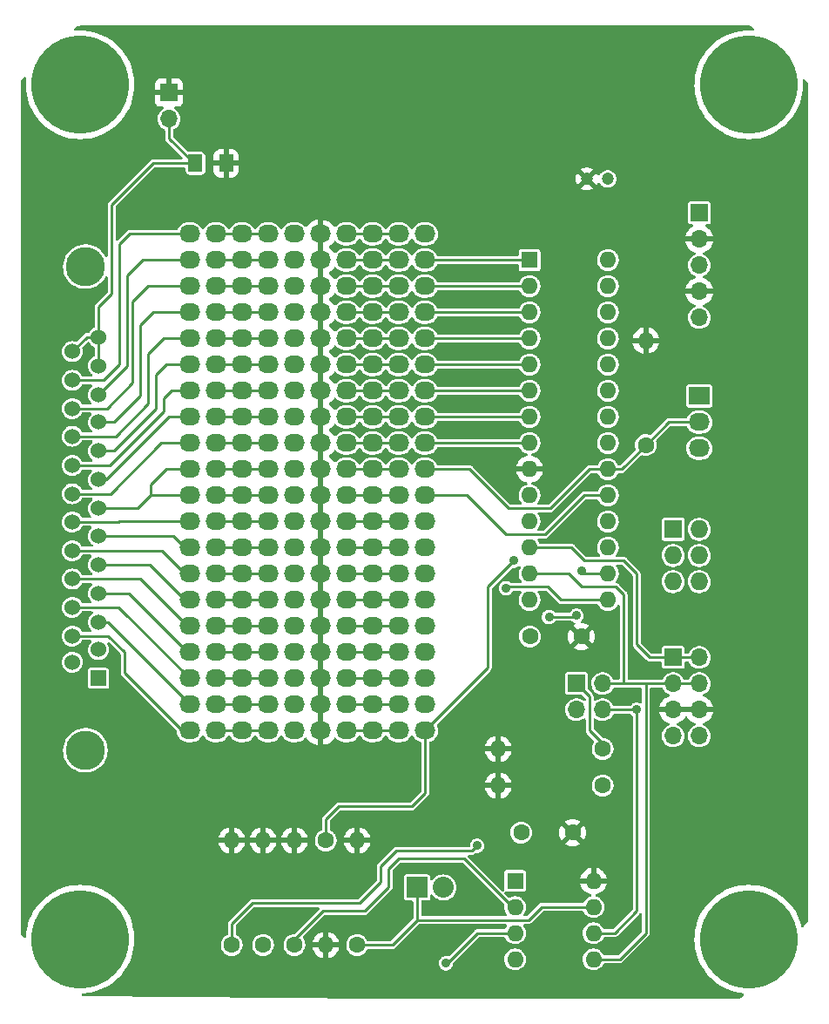
<source format=gtl>
%TF.GenerationSoftware,KiCad,Pcbnew,(6.0.1)*%
%TF.CreationDate,2022-06-03T05:32:10-04:00*%
%TF.ProjectId,Proto16-I2C,50726f74-6f31-4362-9d49-32432e6b6963,X1*%
%TF.SameCoordinates,Original*%
%TF.FileFunction,Copper,L1,Top*%
%TF.FilePolarity,Positive*%
%FSLAX46Y46*%
G04 Gerber Fmt 4.6, Leading zero omitted, Abs format (unit mm)*
G04 Created by KiCad (PCBNEW (6.0.1)) date 2022-06-03 05:32:10*
%MOMM*%
%LPD*%
G01*
G04 APERTURE LIST*
G04 Aperture macros list*
%AMRoundRect*
0 Rectangle with rounded corners*
0 $1 Rounding radius*
0 $2 $3 $4 $5 $6 $7 $8 $9 X,Y pos of 4 corners*
0 Add a 4 corners polygon primitive as box body*
4,1,4,$2,$3,$4,$5,$6,$7,$8,$9,$2,$3,0*
0 Add four circle primitives for the rounded corners*
1,1,$1+$1,$2,$3*
1,1,$1+$1,$4,$5*
1,1,$1+$1,$6,$7*
1,1,$1+$1,$8,$9*
0 Add four rect primitives between the rounded corners*
20,1,$1+$1,$2,$3,$4,$5,0*
20,1,$1+$1,$4,$5,$6,$7,0*
20,1,$1+$1,$6,$7,$8,$9,0*
20,1,$1+$1,$8,$9,$2,$3,0*%
G04 Aperture macros list end*
%TA.AperFunction,ComponentPad*%
%ADD10C,9.525000*%
%TD*%
%TA.AperFunction,SMDPad,CuDef*%
%ADD11RoundRect,0.250001X0.462499X0.624999X-0.462499X0.624999X-0.462499X-0.624999X0.462499X-0.624999X0*%
%TD*%
%TA.AperFunction,ComponentPad*%
%ADD12R,2.032000X2.032000*%
%TD*%
%TA.AperFunction,ComponentPad*%
%ADD13O,2.032000X2.032000*%
%TD*%
%TA.AperFunction,ComponentPad*%
%ADD14C,1.600000*%
%TD*%
%TA.AperFunction,ComponentPad*%
%ADD15R,1.600000X1.600000*%
%TD*%
%TA.AperFunction,ComponentPad*%
%ADD16O,1.600000X1.600000*%
%TD*%
%TA.AperFunction,ComponentPad*%
%ADD17R,1.700000X1.700000*%
%TD*%
%TA.AperFunction,ComponentPad*%
%ADD18O,1.700000X1.700000*%
%TD*%
%TA.AperFunction,ComponentPad*%
%ADD19C,1.200000*%
%TD*%
%TA.AperFunction,ComponentPad*%
%ADD20C,3.810000*%
%TD*%
%TA.AperFunction,ComponentPad*%
%ADD21R,1.524000X1.524000*%
%TD*%
%TA.AperFunction,ComponentPad*%
%ADD22C,1.524000*%
%TD*%
%TA.AperFunction,ComponentPad*%
%ADD23O,2.032000X1.727200*%
%TD*%
%TA.AperFunction,ComponentPad*%
%ADD24R,2.032000X1.727200*%
%TD*%
%TA.AperFunction,ComponentPad*%
%ADD25R,1.727200X1.727200*%
%TD*%
%TA.AperFunction,ComponentPad*%
%ADD26O,1.727200X1.727200*%
%TD*%
%TA.AperFunction,ViaPad*%
%ADD27C,0.889000*%
%TD*%
%TA.AperFunction,Conductor*%
%ADD28C,0.254000*%
%TD*%
G04 APERTURE END LIST*
D10*
%TO.P,MTG4,1*%
%TO.N,N/C*%
X16000000Y-16000000D03*
%TD*%
%TO.P,MTG3,1*%
%TO.N,N/C*%
X81000000Y-16000000D03*
%TD*%
%TO.P,MTG2,1*%
%TO.N,N/C*%
X16000000Y-99000000D03*
%TD*%
%TO.P,MTG1,1*%
%TO.N,N/C*%
X81000000Y-99000000D03*
%TD*%
D11*
%TO.P,F1,1*%
%TO.N,+5V*%
X30189500Y-23622000D03*
%TO.P,F1,2*%
%TO.N,Net-(F1-Pad2)*%
X27214500Y-23622000D03*
%TD*%
D12*
%TO.P,H5,1,P1*%
%TO.N,Net-(H5-Pad1)*%
X48768000Y-93980000D03*
D13*
%TO.P,H5,2,P2*%
%TO.N,GND*%
X51308000Y-93980000D03*
%TD*%
D14*
%TO.P,C2,1*%
%TO.N,+5V*%
X64730000Y-69596000D03*
%TO.P,C2,2*%
%TO.N,GND*%
X59730000Y-69596000D03*
%TD*%
%TO.P,C3,1*%
%TO.N,+5V*%
X63881000Y-88646000D03*
%TO.P,C3,2*%
%TO.N,GND*%
X58881000Y-88646000D03*
%TD*%
D15*
%TO.P,U1,1,GPB0*%
%TO.N,/G8*%
X59690000Y-33020000D03*
D16*
%TO.P,U1,2,GPB1*%
%TO.N,/G9*%
X59690000Y-35560000D03*
%TO.P,U1,3,GPB2*%
%TO.N,/G10*%
X59690000Y-38100000D03*
%TO.P,U1,4,GPB3*%
%TO.N,/G11*%
X59690000Y-40640000D03*
%TO.P,U1,5,GPB4*%
%TO.N,/G12*%
X59690000Y-43180000D03*
%TO.P,U1,6,GPB5*%
%TO.N,/G13*%
X59690000Y-45720000D03*
%TO.P,U1,7,GPB6*%
%TO.N,/G14*%
X59690000Y-48260000D03*
%TO.P,U1,8,GPB7*%
%TO.N,/G15*%
X59690000Y-50800000D03*
%TO.P,U1,9,VDD*%
%TO.N,+5V*%
X59690000Y-53340000D03*
%TO.P,U1,10,VSS*%
%TO.N,GND*%
X59690000Y-55880000D03*
%TO.P,U1,11*%
%TO.N,N/C*%
X59690000Y-58420000D03*
%TO.P,U1,12,SCL*%
%TO.N,/SCL*%
X59690000Y-60960000D03*
%TO.P,U1,13,SDA*%
%TO.N,/SDA*%
X59690000Y-63500000D03*
%TO.P,U1,14*%
%TO.N,N/C*%
X59690000Y-66040000D03*
%TO.P,U1,15,A0*%
%TO.N,/A0*%
X67310000Y-66040000D03*
%TO.P,U1,16,A1*%
%TO.N,/A1*%
X67310000Y-63500000D03*
%TO.P,U1,17,A2*%
%TO.N,/A2*%
X67310000Y-60960000D03*
%TO.P,U1,18,~{RST}*%
%TO.N,/RST*%
X67310000Y-58420000D03*
%TO.P,U1,19,INTB*%
%TO.N,/IB*%
X67310000Y-55880000D03*
%TO.P,U1,20,INTA*%
%TO.N,/IA*%
X67310000Y-53340000D03*
%TO.P,U1,21,GPA0*%
%TO.N,/G0*%
X67310000Y-50800000D03*
%TO.P,U1,22,GPA1*%
%TO.N,/G1*%
X67310000Y-48260000D03*
%TO.P,U1,23,GPA2*%
%TO.N,/G2*%
X67310000Y-45720000D03*
%TO.P,U1,24,GPS3*%
%TO.N,/G3*%
X67310000Y-43180000D03*
%TO.P,U1,25,GPA4*%
%TO.N,/G4*%
X67310000Y-40640000D03*
%TO.P,U1,26,GPA5*%
%TO.N,/G5*%
X67310000Y-38100000D03*
%TO.P,U1,27,GPA6*%
%TO.N,/G6*%
X67310000Y-35560000D03*
%TO.P,U1,28,GPA7*%
%TO.N,/G7*%
X67310000Y-33020000D03*
%TD*%
D15*
%TO.P,U2,1,A0*%
%TO.N,/A0*%
X58293000Y-93345000D03*
D16*
%TO.P,U2,2,A1*%
%TO.N,/A1*%
X58293000Y-95885000D03*
%TO.P,U2,3,A2*%
%TO.N,/A2*%
X58293000Y-98425000D03*
%TO.P,U2,4,GND*%
%TO.N,GND*%
X58293000Y-100965000D03*
%TO.P,U2,5,SDA*%
%TO.N,/SDA*%
X65913000Y-100965000D03*
%TO.P,U2,6,SCL*%
%TO.N,/SCL*%
X65913000Y-98425000D03*
%TO.P,U2,7,TEST*%
%TO.N,Net-(H5-Pad1)*%
X65913000Y-95885000D03*
%TO.P,U2,8,VCC*%
%TO.N,+5V*%
X65913000Y-93345000D03*
%TD*%
D17*
%TO.P,H4,1,P1*%
%TO.N,/SCL*%
X73660000Y-71628000D03*
D18*
%TO.P,H4,2,P2*%
X76200000Y-71628000D03*
%TO.P,H4,3,P3*%
%TO.N,/SDA*%
X73660000Y-74168000D03*
%TO.P,H4,4,P4*%
X76200000Y-74168000D03*
%TO.P,H4,5,P5*%
%TO.N,+5V*%
X73660000Y-76708000D03*
%TO.P,H4,6,P6*%
X76200000Y-76708000D03*
%TO.P,H4,7,P7*%
%TO.N,GND*%
X73660000Y-79248000D03*
%TO.P,H4,8,P8*%
X76200000Y-79248000D03*
%TD*%
D17*
%TO.P,H1,1,P1*%
%TO.N,GND*%
X76200000Y-28448000D03*
D18*
%TO.P,H1,2,P2*%
%TO.N,+5V*%
X76200000Y-30988000D03*
%TO.P,H1,3,P3*%
%TO.N,GND*%
X76200000Y-33528000D03*
%TO.P,H1,4,P4*%
%TO.N,+5V*%
X76200000Y-36068000D03*
%TO.P,H1,5,P5*%
%TO.N,GND*%
X76200000Y-38608000D03*
%TD*%
D14*
%TO.P,R6,1*%
%TO.N,Net-(H6-Pad1)*%
X66802000Y-80518000D03*
D16*
%TO.P,R6,2*%
%TO.N,+5V*%
X56642000Y-80518000D03*
%TD*%
D14*
%TO.P,R7,1*%
%TO.N,Net-(H6-Pad3)*%
X66802000Y-84074000D03*
D16*
%TO.P,R7,2*%
%TO.N,+5V*%
X56642000Y-84074000D03*
%TD*%
D14*
%TO.P,R8,1*%
%TO.N,/IA*%
X71000000Y-51000000D03*
D16*
%TO.P,R8,2*%
%TO.N,+5V*%
X71000000Y-40840000D03*
%TD*%
D14*
%TO.P,R4,1*%
%TO.N,/RST*%
X39878000Y-89408000D03*
D16*
%TO.P,R4,2*%
%TO.N,+5V*%
X39878000Y-99568000D03*
%TD*%
D14*
%TO.P,R5,1*%
%TO.N,Net-(H5-Pad1)*%
X42926000Y-99568000D03*
D16*
%TO.P,R5,2*%
%TO.N,+5V*%
X42926000Y-89408000D03*
%TD*%
D14*
%TO.P,R2,1*%
%TO.N,/A2*%
X33782000Y-99568000D03*
D16*
%TO.P,R2,2*%
%TO.N,+5V*%
X33782000Y-89408000D03*
%TD*%
D14*
%TO.P,R3,1*%
%TO.N,/A1*%
X36830000Y-99568000D03*
D16*
%TO.P,R3,2*%
%TO.N,+5V*%
X36830000Y-89408000D03*
%TD*%
D17*
%TO.P,H6,1,P1*%
%TO.N,Net-(H6-Pad1)*%
X64262000Y-74168000D03*
D18*
%TO.P,H6,2,P2*%
%TO.N,/SDA*%
X66802000Y-74168000D03*
%TO.P,H6,3,P3*%
%TO.N,Net-(H6-Pad3)*%
X64262000Y-76708000D03*
%TO.P,H6,4,P4*%
%TO.N,/SCL*%
X66802000Y-76708000D03*
%TD*%
D19*
%TO.P,C1,1*%
%TO.N,+5V*%
X65278000Y-25146000D03*
%TO.P,C1,2*%
%TO.N,GND*%
X67278000Y-25146000D03*
%TD*%
D20*
%TO.P,J1,*%
%TO.N,*%
X16510000Y-33655000D03*
X16510000Y-80645000D03*
D21*
%TO.P,J1,1,1*%
%TO.N,GND*%
X17780000Y-73660000D03*
D22*
%TO.P,J1,2,2*%
X17780000Y-70866000D03*
%TO.P,J1,3,3*%
%TO.N,/B3*%
X17780000Y-68199000D03*
%TO.P,J1,4,4*%
%TO.N,/B4*%
X17780000Y-65405000D03*
%TO.P,J1,5,5*%
%TO.N,/B5*%
X17780000Y-62611000D03*
%TO.P,J1,6,6*%
%TO.N,/B6*%
X17780000Y-59817000D03*
%TO.P,J1,7,7*%
%TO.N,/B7*%
X17780000Y-57150000D03*
%TO.P,J1,8,8*%
%TO.N,/B8*%
X17780000Y-54356000D03*
%TO.P,J1,9,9*%
%TO.N,/B9*%
X17780000Y-51562000D03*
%TO.P,J1,10,10*%
%TO.N,/B10*%
X17780000Y-48768000D03*
%TO.P,J1,11,11*%
%TO.N,/B11*%
X17780000Y-46101000D03*
%TO.P,J1,12,12*%
%TO.N,Net-(F1-Pad2)*%
X17780000Y-43307000D03*
%TO.P,J1,13,13*%
X17780000Y-40513000D03*
%TO.P,J1,14,P14*%
%TO.N,GND*%
X15240000Y-72085200D03*
%TO.P,J1,15,P15*%
%TO.N,/B15*%
X15240000Y-69545200D03*
%TO.P,J1,16,P16*%
%TO.N,/B16*%
X15240000Y-66751200D03*
%TO.P,J1,17,P17*%
%TO.N,/B17*%
X15240000Y-64008000D03*
%TO.P,J1,18,P18*%
%TO.N,/B18*%
X15240000Y-61264800D03*
%TO.P,J1,19,P19*%
%TO.N,/B19*%
X15240000Y-58470800D03*
%TO.P,J1,20,P20*%
%TO.N,/B20*%
X15240000Y-55727600D03*
%TO.P,J1,21,P21*%
%TO.N,/B21*%
X15240000Y-52984400D03*
%TO.P,J1,22,P22*%
%TO.N,/B22*%
X15240000Y-50139600D03*
%TO.P,J1,23,P23*%
%TO.N,/B23*%
X15240000Y-47447200D03*
%TO.P,J1,24,P24*%
%TO.N,/B24*%
X15240000Y-44704000D03*
%TO.P,J1,25,P25*%
%TO.N,Net-(F1-Pad2)*%
X15240000Y-41910000D03*
%TD*%
D23*
%TO.P,P1,1,P1*%
%TO.N,Net-(P1-Pad1)*%
X41910000Y-30480000D03*
%TO.P,P1,2,P2*%
%TO.N,Net-(P1-Pad2)*%
X41910000Y-33020000D03*
%TO.P,P1,3,P3*%
%TO.N,Net-(P1-Pad3)*%
X41910000Y-35560000D03*
%TO.P,P1,4,P4*%
%TO.N,Net-(P1-Pad4)*%
X41910000Y-38100000D03*
%TO.P,P1,5,P5*%
%TO.N,Net-(P1-Pad5)*%
X41910000Y-40640000D03*
%TO.P,P1,6,P6*%
%TO.N,Net-(P1-Pad6)*%
X41910000Y-43180000D03*
%TO.P,P1,7,P7*%
%TO.N,Net-(P1-Pad7)*%
X41910000Y-45720000D03*
%TO.P,P1,8,P8*%
%TO.N,Net-(P3-Pad8)*%
X41910000Y-48260000D03*
%TO.P,P1,9,P9*%
%TO.N,Net-(P1-Pad9)*%
X41910000Y-50800000D03*
%TO.P,P1,10,P10*%
%TO.N,Net-(P1-Pad10)*%
X41910000Y-53340000D03*
%TD*%
%TO.P,P99,1,P1*%
%TO.N,Net-(P10-Pad1)*%
X44450000Y-55880000D03*
%TO.P,P99,2,P2*%
%TO.N,Net-(P10-Pad2)*%
X44450000Y-58420000D03*
%TO.P,P99,3,P3*%
%TO.N,Net-(P4-Pad3)*%
X44450000Y-60960000D03*
%TO.P,P99,4,P4*%
%TO.N,Net-(P4-Pad4)*%
X44450000Y-63500000D03*
%TO.P,P99,5,P5*%
%TO.N,Net-(P4-Pad5)*%
X44450000Y-66040000D03*
%TO.P,P99,6,P6*%
%TO.N,Net-(P4-Pad6)*%
X44450000Y-68580000D03*
%TO.P,P99,7,P7*%
%TO.N,Net-(P4-Pad7)*%
X44450000Y-71120000D03*
%TO.P,P99,8,P8*%
%TO.N,Net-(P4-Pad8)*%
X44450000Y-73660000D03*
%TO.P,P99,9,P9*%
%TO.N,Net-(P10-Pad9)*%
X44450000Y-76200000D03*
%TO.P,P99,10,P10*%
%TO.N,Net-(P10-Pad10)*%
X44450000Y-78740000D03*
%TD*%
%TO.P,P3,1,P1*%
%TO.N,Net-(P1-Pad1)*%
X46990000Y-30480000D03*
%TO.P,P3,2,P2*%
%TO.N,Net-(P1-Pad2)*%
X46990000Y-33020000D03*
%TO.P,P3,3,P3*%
%TO.N,Net-(P1-Pad3)*%
X46990000Y-35560000D03*
%TO.P,P3,4,P4*%
%TO.N,Net-(P1-Pad4)*%
X46990000Y-38100000D03*
%TO.P,P3,5,P5*%
%TO.N,Net-(P1-Pad5)*%
X46990000Y-40640000D03*
%TO.P,P3,6,P6*%
%TO.N,Net-(P1-Pad6)*%
X46990000Y-43180000D03*
%TO.P,P3,7,P7*%
%TO.N,Net-(P1-Pad7)*%
X46990000Y-45720000D03*
%TO.P,P3,8,P8*%
%TO.N,Net-(P3-Pad8)*%
X46990000Y-48260000D03*
%TO.P,P3,9,P9*%
%TO.N,Net-(P1-Pad9)*%
X46990000Y-50800000D03*
%TO.P,P3,10,P10*%
%TO.N,Net-(P1-Pad10)*%
X46990000Y-53340000D03*
%TD*%
%TO.P,P4,1,P1*%
%TO.N,Net-(P10-Pad1)*%
X46990000Y-55880000D03*
%TO.P,P4,2,P2*%
%TO.N,Net-(P10-Pad2)*%
X46990000Y-58420000D03*
%TO.P,P4,3,P3*%
%TO.N,Net-(P4-Pad3)*%
X46990000Y-60960000D03*
%TO.P,P4,4,P4*%
%TO.N,Net-(P4-Pad4)*%
X46990000Y-63500000D03*
%TO.P,P4,5,P5*%
%TO.N,Net-(P4-Pad5)*%
X46990000Y-66040000D03*
%TO.P,P4,6,P6*%
%TO.N,Net-(P4-Pad6)*%
X46990000Y-68580000D03*
%TO.P,P4,7,P7*%
%TO.N,Net-(P4-Pad7)*%
X46990000Y-71120000D03*
%TO.P,P4,8,P8*%
%TO.N,Net-(P4-Pad8)*%
X46990000Y-73660000D03*
%TO.P,P4,9,P9*%
%TO.N,Net-(P10-Pad9)*%
X46990000Y-76200000D03*
%TO.P,P4,10,P10*%
%TO.N,Net-(P10-Pad10)*%
X46990000Y-78740000D03*
%TD*%
%TO.P,P7,1,P1*%
%TO.N,Net-(P1-Pad1)*%
X44450000Y-30480000D03*
%TO.P,P7,2,P2*%
%TO.N,Net-(P1-Pad2)*%
X44450000Y-33020000D03*
%TO.P,P7,3,P3*%
%TO.N,Net-(P1-Pad3)*%
X44450000Y-35560000D03*
%TO.P,P7,4,P4*%
%TO.N,Net-(P1-Pad4)*%
X44450000Y-38100000D03*
%TO.P,P7,5,P5*%
%TO.N,Net-(P1-Pad5)*%
X44450000Y-40640000D03*
%TO.P,P7,6,P6*%
%TO.N,Net-(P1-Pad6)*%
X44450000Y-43180000D03*
%TO.P,P7,7,P7*%
%TO.N,Net-(P1-Pad7)*%
X44450000Y-45720000D03*
%TO.P,P7,8,P8*%
%TO.N,Net-(P3-Pad8)*%
X44450000Y-48260000D03*
%TO.P,P7,9,P9*%
%TO.N,Net-(P1-Pad9)*%
X44450000Y-50800000D03*
%TO.P,P7,10,P10*%
%TO.N,Net-(P1-Pad10)*%
X44450000Y-53340000D03*
%TD*%
%TO.P,P10,1,P1*%
%TO.N,Net-(P10-Pad1)*%
X41910000Y-55880000D03*
%TO.P,P10,2,P2*%
%TO.N,Net-(P10-Pad2)*%
X41910000Y-58420000D03*
%TO.P,P10,3,P3*%
%TO.N,Net-(P4-Pad3)*%
X41910000Y-60960000D03*
%TO.P,P10,4,P4*%
%TO.N,Net-(P4-Pad4)*%
X41910000Y-63500000D03*
%TO.P,P10,5,P5*%
%TO.N,Net-(P4-Pad5)*%
X41910000Y-66040000D03*
%TO.P,P10,6,P6*%
%TO.N,Net-(P4-Pad6)*%
X41910000Y-68580000D03*
%TO.P,P10,7,P7*%
%TO.N,Net-(P4-Pad7)*%
X41910000Y-71120000D03*
%TO.P,P10,8,P8*%
%TO.N,Net-(P4-Pad8)*%
X41910000Y-73660000D03*
%TO.P,P10,9,P9*%
%TO.N,Net-(P10-Pad9)*%
X41910000Y-76200000D03*
%TO.P,P10,10,P10*%
%TO.N,Net-(P10-Pad10)*%
X41910000Y-78740000D03*
%TD*%
%TO.P,P11,1,P1*%
%TO.N,Net-(P11-Pad1)*%
X31750000Y-55880000D03*
%TO.P,P11,2,P2*%
%TO.N,Net-(P13-Pad2)*%
X31750000Y-58420000D03*
%TO.P,P11,3,P3*%
%TO.N,Net-(P11-Pad3)*%
X31750000Y-60960000D03*
%TO.P,P11,4,P4*%
%TO.N,Net-(P11-Pad4)*%
X31750000Y-63500000D03*
%TO.P,P11,5,P5*%
%TO.N,Net-(P11-Pad5)*%
X31750000Y-66040000D03*
%TO.P,P11,6,P6*%
%TO.N,Net-(P11-Pad6)*%
X31750000Y-68580000D03*
%TO.P,P11,7,P7*%
%TO.N,Net-(P11-Pad7)*%
X31750000Y-71120000D03*
%TO.P,P11,8,P8*%
%TO.N,Net-(P11-Pad8)*%
X31750000Y-73660000D03*
%TO.P,P11,9,P9*%
%TO.N,Net-(P11-Pad9)*%
X31750000Y-76200000D03*
%TO.P,P11,10,P10*%
%TO.N,Net-(P11-Pad10)*%
X31750000Y-78740000D03*
%TD*%
%TO.P,P12,1,P1*%
%TO.N,Net-(P12-Pad1)*%
X34290000Y-30480000D03*
%TO.P,P12,2,P2*%
%TO.N,Net-(P12-Pad2)*%
X34290000Y-33020000D03*
%TO.P,P12,3,P3*%
%TO.N,Net-(P12-Pad3)*%
X34290000Y-35560000D03*
%TO.P,P12,4,P4*%
%TO.N,Net-(P12-Pad4)*%
X34290000Y-38100000D03*
%TO.P,P12,5,P5*%
%TO.N,Net-(P12-Pad5)*%
X34290000Y-40640000D03*
%TO.P,P12,6,P6*%
%TO.N,Net-(P12-Pad6)*%
X34290000Y-43180000D03*
%TO.P,P12,7,P7*%
%TO.N,Net-(P12-Pad7)*%
X34290000Y-45720000D03*
%TO.P,P12,8,P8*%
%TO.N,Net-(P12-Pad8)*%
X34290000Y-48260000D03*
%TO.P,P12,9,P9*%
%TO.N,Net-(P12-Pad9)*%
X34290000Y-50800000D03*
%TO.P,P12,10,P10*%
%TO.N,Net-(P12-Pad10)*%
X34290000Y-53340000D03*
%TD*%
%TO.P,P13,1,P1*%
%TO.N,Net-(P11-Pad1)*%
X29210000Y-55880000D03*
%TO.P,P13,2,P2*%
%TO.N,Net-(P13-Pad2)*%
X29210000Y-58420000D03*
%TO.P,P13,3,P3*%
%TO.N,Net-(P11-Pad3)*%
X29210000Y-60960000D03*
%TO.P,P13,4,P4*%
%TO.N,Net-(P11-Pad4)*%
X29210000Y-63500000D03*
%TO.P,P13,5,P5*%
%TO.N,Net-(P11-Pad5)*%
X29210000Y-66040000D03*
%TO.P,P13,6,P6*%
%TO.N,Net-(P11-Pad6)*%
X29210000Y-68580000D03*
%TO.P,P13,7,P7*%
%TO.N,Net-(P11-Pad7)*%
X29210000Y-71120000D03*
%TO.P,P13,8,P8*%
%TO.N,Net-(P11-Pad8)*%
X29210000Y-73660000D03*
%TO.P,P13,9,P9*%
%TO.N,Net-(P11-Pad9)*%
X29210000Y-76200000D03*
%TO.P,P13,10,P10*%
%TO.N,Net-(P11-Pad10)*%
X29210000Y-78740000D03*
%TD*%
%TO.P,P14,1,P1*%
%TO.N,Net-(P12-Pad1)*%
X29210000Y-30480000D03*
%TO.P,P14,2,P2*%
%TO.N,Net-(P12-Pad2)*%
X29210000Y-33020000D03*
%TO.P,P14,3,P3*%
%TO.N,Net-(P12-Pad3)*%
X29210000Y-35560000D03*
%TO.P,P14,4,P4*%
%TO.N,Net-(P12-Pad4)*%
X29210000Y-38100000D03*
%TO.P,P14,5,P5*%
%TO.N,Net-(P12-Pad5)*%
X29210000Y-40640000D03*
%TO.P,P14,6,P6*%
%TO.N,Net-(P12-Pad6)*%
X29210000Y-43180000D03*
%TO.P,P14,7,P7*%
%TO.N,Net-(P12-Pad7)*%
X29210000Y-45720000D03*
%TO.P,P14,8,P8*%
%TO.N,Net-(P12-Pad8)*%
X29210000Y-48260000D03*
%TO.P,P14,9,P9*%
%TO.N,Net-(P12-Pad9)*%
X29210000Y-50800000D03*
%TO.P,P14,10,P10*%
%TO.N,Net-(P12-Pad10)*%
X29210000Y-53340000D03*
%TD*%
%TO.P,P15,1,P1*%
%TO.N,Net-(P12-Pad1)*%
X31750000Y-30480000D03*
%TO.P,P15,2,P2*%
%TO.N,Net-(P12-Pad2)*%
X31750000Y-33020000D03*
%TO.P,P15,3,P3*%
%TO.N,Net-(P12-Pad3)*%
X31750000Y-35560000D03*
%TO.P,P15,4,P4*%
%TO.N,Net-(P12-Pad4)*%
X31750000Y-38100000D03*
%TO.P,P15,5,P5*%
%TO.N,Net-(P12-Pad5)*%
X31750000Y-40640000D03*
%TO.P,P15,6,P6*%
%TO.N,Net-(P12-Pad6)*%
X31750000Y-43180000D03*
%TO.P,P15,7,P7*%
%TO.N,Net-(P12-Pad7)*%
X31750000Y-45720000D03*
%TO.P,P15,8,P8*%
%TO.N,Net-(P12-Pad8)*%
X31750000Y-48260000D03*
%TO.P,P15,9,P9*%
%TO.N,Net-(P12-Pad9)*%
X31750000Y-50800000D03*
%TO.P,P15,10,P10*%
%TO.N,Net-(P12-Pad10)*%
X31750000Y-53340000D03*
%TD*%
%TO.P,P16,1,P1*%
%TO.N,Net-(P11-Pad1)*%
X34290000Y-55880000D03*
%TO.P,P16,2,P2*%
%TO.N,Net-(P13-Pad2)*%
X34290000Y-58420000D03*
%TO.P,P16,3,P3*%
%TO.N,Net-(P11-Pad3)*%
X34290000Y-60960000D03*
%TO.P,P16,4,P4*%
%TO.N,Net-(P11-Pad4)*%
X34290000Y-63500000D03*
%TO.P,P16,5,P5*%
%TO.N,Net-(P11-Pad5)*%
X34290000Y-66040000D03*
%TO.P,P16,6,P6*%
%TO.N,Net-(P11-Pad6)*%
X34290000Y-68580000D03*
%TO.P,P16,7,P7*%
%TO.N,Net-(P11-Pad7)*%
X34290000Y-71120000D03*
%TO.P,P16,8,P8*%
%TO.N,Net-(P11-Pad8)*%
X34290000Y-73660000D03*
%TO.P,P16,9,P9*%
%TO.N,Net-(P11-Pad9)*%
X34290000Y-76200000D03*
%TO.P,P16,10,P10*%
%TO.N,Net-(P11-Pad10)*%
X34290000Y-78740000D03*
%TD*%
%TO.P,P5,1,P1*%
%TO.N,+5V*%
X39370000Y-55880000D03*
%TO.P,P5,2,P2*%
X39370000Y-58420000D03*
%TO.P,P5,3,P3*%
X39370000Y-60960000D03*
%TO.P,P5,4,P4*%
X39370000Y-63500000D03*
%TO.P,P5,5,P5*%
X39370000Y-66040000D03*
%TO.P,P5,6,P6*%
X39370000Y-68580000D03*
%TO.P,P5,7,P7*%
X39370000Y-71120000D03*
%TO.P,P5,8,P8*%
X39370000Y-73660000D03*
%TO.P,P5,9,P9*%
X39370000Y-76200000D03*
%TO.P,P5,10,P10*%
X39370000Y-78740000D03*
%TD*%
%TO.P,P6,1,P1*%
%TO.N,+5V*%
X39370000Y-30480000D03*
%TO.P,P6,2,P2*%
X39370000Y-33020000D03*
%TO.P,P6,3,P3*%
X39370000Y-35560000D03*
%TO.P,P6,4,P4*%
X39370000Y-38100000D03*
%TO.P,P6,5,P5*%
X39370000Y-40640000D03*
%TO.P,P6,6,P6*%
X39370000Y-43180000D03*
%TO.P,P6,7,P7*%
X39370000Y-45720000D03*
%TO.P,P6,8,P8*%
X39370000Y-48260000D03*
%TO.P,P6,9,P9*%
X39370000Y-50800000D03*
%TO.P,P6,10,P10*%
X39370000Y-53340000D03*
%TD*%
%TO.P,P8,1,P1*%
%TO.N,GND*%
X36830000Y-30480000D03*
%TO.P,P8,2,P2*%
X36830000Y-33020000D03*
%TO.P,P8,3,P3*%
X36830000Y-35560000D03*
%TO.P,P8,4,P4*%
X36830000Y-38100000D03*
%TO.P,P8,5,P5*%
X36830000Y-40640000D03*
%TO.P,P8,6,P6*%
X36830000Y-43180000D03*
%TO.P,P8,7,P7*%
X36830000Y-45720000D03*
%TO.P,P8,8,P8*%
X36830000Y-48260000D03*
%TO.P,P8,9,P9*%
X36830000Y-50800000D03*
%TO.P,P8,10,P10*%
X36830000Y-53340000D03*
%TD*%
%TO.P,P9,1,P1*%
%TO.N,GND*%
X36830000Y-55880000D03*
%TO.P,P9,2,P2*%
X36830000Y-58420000D03*
%TO.P,P9,3,P3*%
X36830000Y-60960000D03*
%TO.P,P9,4,P4*%
X36830000Y-63500000D03*
%TO.P,P9,5,P5*%
X36830000Y-66040000D03*
%TO.P,P9,6,P6*%
X36830000Y-68580000D03*
%TO.P,P9,7,P7*%
X36830000Y-71120000D03*
%TO.P,P9,8,P8*%
X36830000Y-73660000D03*
%TO.P,P9,9,P9*%
X36830000Y-76200000D03*
%TO.P,P9,10,P10*%
X36830000Y-78740000D03*
%TD*%
%TO.P,P17,1,P1*%
%TO.N,/B24*%
X26670000Y-30480000D03*
%TO.P,P17,2,P2*%
%TO.N,/B11*%
X26670000Y-33020000D03*
%TO.P,P17,3,P3*%
%TO.N,/B23*%
X26670000Y-35560000D03*
%TO.P,P17,4,P4*%
%TO.N,/B10*%
X26670000Y-38100000D03*
%TO.P,P17,5,P5*%
%TO.N,/B22*%
X26670000Y-40640000D03*
%TO.P,P17,6,P6*%
%TO.N,/B9*%
X26670000Y-43180000D03*
%TO.P,P17,7,P7*%
%TO.N,/B21*%
X26670000Y-45720000D03*
%TO.P,P17,8,P8*%
%TO.N,/B8*%
X26670000Y-48260000D03*
%TO.P,P17,9,P9*%
%TO.N,/B20*%
X26670000Y-50800000D03*
%TO.P,P17,10,P10*%
%TO.N,/B7*%
X26670000Y-53340000D03*
%TD*%
%TO.P,P18,1,P1*%
%TO.N,/B7*%
X26670000Y-55880000D03*
%TO.P,P18,2,P2*%
%TO.N,/B19*%
X26670000Y-58420000D03*
%TO.P,P18,3,P3*%
%TO.N,/B6*%
X26670000Y-60960000D03*
%TO.P,P18,4,P4*%
%TO.N,/B18*%
X26670000Y-63500000D03*
%TO.P,P18,5,P5*%
%TO.N,/B5*%
X26670000Y-66040000D03*
%TO.P,P18,6,P6*%
%TO.N,/B17*%
X26670000Y-68580000D03*
%TO.P,P18,7,P7*%
%TO.N,/B4*%
X26670000Y-71120000D03*
%TO.P,P18,8,P8*%
%TO.N,/B16*%
X26670000Y-73660000D03*
%TO.P,P18,9,P9*%
%TO.N,/B3*%
X26670000Y-76200000D03*
%TO.P,P18,10,P10*%
%TO.N,/B15*%
X26670000Y-78740000D03*
%TD*%
%TO.P,P19,1,P1*%
%TO.N,/IB*%
X49530000Y-55880000D03*
%TO.P,P19,2,P2*%
%TO.N,/G7*%
X49530000Y-58420000D03*
%TO.P,P19,3,P3*%
%TO.N,/G6*%
X49530000Y-60960000D03*
%TO.P,P19,4,P4*%
%TO.N,/G5*%
X49530000Y-63500000D03*
%TO.P,P19,5,P5*%
%TO.N,/G4*%
X49530000Y-66040000D03*
%TO.P,P19,6,P6*%
%TO.N,/G3*%
X49530000Y-68580000D03*
%TO.P,P19,7,P7*%
%TO.N,/G2*%
X49530000Y-71120000D03*
%TO.P,P19,8,P8*%
%TO.N,/G1*%
X49530000Y-73660000D03*
%TO.P,P19,9,P9*%
%TO.N,/G0*%
X49530000Y-76200000D03*
%TO.P,P19,10,P10*%
%TO.N,/RST*%
X49530000Y-78740000D03*
%TD*%
%TO.P,P20,1,P1*%
%TO.N,unconnected-(P20-Pad1)*%
X49530000Y-30480000D03*
%TO.P,P20,2,P2*%
%TO.N,/G8*%
X49530000Y-33020000D03*
%TO.P,P20,3,P3*%
%TO.N,/G9*%
X49530000Y-35560000D03*
%TO.P,P20,4,P4*%
%TO.N,/G10*%
X49530000Y-38100000D03*
%TO.P,P20,5,P5*%
%TO.N,/G11*%
X49530000Y-40640000D03*
%TO.P,P20,6,P6*%
%TO.N,/G12*%
X49530000Y-43180000D03*
%TO.P,P20,7,P7*%
%TO.N,/G13*%
X49530000Y-45720000D03*
%TO.P,P20,8,P8*%
%TO.N,/G14*%
X49530000Y-48260000D03*
%TO.P,P20,9,P9*%
%TO.N,/G15*%
X49530000Y-50800000D03*
%TO.P,P20,10,P10*%
%TO.N,/IA*%
X49530000Y-53340000D03*
%TD*%
D24*
%TO.P,H2,1,P1*%
%TO.N,GND*%
X76200000Y-46228000D03*
D23*
%TO.P,H2,2,P2*%
%TO.N,/IA*%
X76200000Y-48768000D03*
%TO.P,H2,3,P3*%
%TO.N,GND*%
X76200000Y-51308000D03*
%TD*%
D17*
%TO.P,H7,1,P1*%
%TO.N,+5V*%
X24638000Y-16764000D03*
D18*
%TO.P,H7,2,P2*%
%TO.N,Net-(F1-Pad2)*%
X24638000Y-19304000D03*
%TD*%
D25*
%TO.P,H3,1,P1*%
%TO.N,/A2*%
X73660000Y-59182000D03*
D26*
%TO.P,H3,2,P2*%
%TO.N,GND*%
X76200000Y-59182000D03*
%TO.P,H3,3,P3*%
%TO.N,/A1*%
X73660000Y-61722000D03*
%TO.P,H3,4,P4*%
%TO.N,GND*%
X76200000Y-61722000D03*
%TO.P,H3,5,P5*%
%TO.N,/A0*%
X73660000Y-64262000D03*
%TO.P,H3,6,P6*%
%TO.N,GND*%
X76200000Y-64262000D03*
%TD*%
D14*
%TO.P,R1,1*%
%TO.N,/A0*%
X30734000Y-99568000D03*
D16*
%TO.P,R1,2*%
%TO.N,+5V*%
X30734000Y-89408000D03*
%TD*%
D27*
%TO.N,/A1*%
X64770000Y-63246000D03*
X64262000Y-67564000D03*
X61595000Y-67691000D03*
%TO.N,/A2*%
X51562000Y-101346000D03*
%TO.N,/SCL*%
X70104000Y-76708000D03*
%TO.N,/RST*%
X58166000Y-62230000D03*
%TO.N,/A0*%
X54610000Y-89916000D03*
X57404000Y-64897000D03*
%TD*%
D28*
%TO.N,/A1*%
X58039000Y-95885000D02*
X53340000Y-91186000D01*
X53340000Y-91186000D02*
X46990000Y-91186000D01*
X43688000Y-96266000D02*
X45974000Y-93980000D01*
X45974000Y-93980000D02*
X45974000Y-92202000D01*
X45974000Y-92202000D02*
X46990000Y-91186000D01*
X36830000Y-99060000D02*
X39624000Y-96266000D01*
X39624000Y-96266000D02*
X43688000Y-96266000D01*
X64135000Y-67691000D02*
X64262000Y-67564000D01*
X64770000Y-63246000D02*
X65024000Y-63500000D01*
X65024000Y-63500000D02*
X67310000Y-63500000D01*
X36830000Y-99568000D02*
X36830000Y-99060000D01*
X58293000Y-95885000D02*
X58039000Y-95885000D01*
X61595000Y-67691000D02*
X64135000Y-67691000D01*
%TO.N,/A2*%
X51562000Y-101473000D02*
X54610000Y-98425000D01*
X54610000Y-98425000D02*
X58293000Y-98425000D01*
X51562000Y-101346000D02*
X51625500Y-101409500D01*
X51625500Y-101409500D02*
X51625500Y-101473000D01*
X51625500Y-101473000D02*
X51562000Y-101473000D01*
%TO.N,/SCL*%
X65024000Y-62230000D02*
X63754000Y-60960000D01*
X63754000Y-60960000D02*
X59690000Y-60960000D01*
X70104000Y-96266000D02*
X67945000Y-98425000D01*
X67945000Y-98425000D02*
X65913000Y-98425000D01*
X70104000Y-76708000D02*
X70104000Y-96266000D01*
X71374000Y-71628000D02*
X70104000Y-70358000D01*
X70104000Y-70358000D02*
X70104000Y-63500000D01*
X70104000Y-63500000D02*
X68834000Y-62230000D01*
X66802000Y-76708000D02*
X70104000Y-76708000D01*
X73660000Y-71628000D02*
X71374000Y-71628000D01*
X73660000Y-71628000D02*
X76200000Y-71628000D01*
X65024000Y-62230000D02*
X68834000Y-62230000D01*
%TO.N,/SDA*%
X63500000Y-63500000D02*
X64770000Y-64770000D01*
X68453000Y-100965000D02*
X70993000Y-98425000D01*
X70993000Y-98425000D02*
X70993000Y-74168000D01*
X68072000Y-64770000D02*
X68834000Y-65532000D01*
X68834000Y-65532000D02*
X68834000Y-74168000D01*
X68834000Y-74168000D02*
X70993000Y-74168000D01*
X66802000Y-74168000D02*
X68834000Y-74168000D01*
X73660000Y-74168000D02*
X70993000Y-74168000D01*
X73660000Y-74168000D02*
X76200000Y-74168000D01*
X65913000Y-100965000D02*
X68453000Y-100965000D01*
X59690000Y-63500000D02*
X63500000Y-63500000D01*
X64770000Y-64770000D02*
X68072000Y-64770000D01*
%TO.N,/RST*%
X55626000Y-72644000D02*
X55626000Y-64770000D01*
X55626000Y-64770000D02*
X58166000Y-62230000D01*
X39878000Y-87376000D02*
X41148000Y-86106000D01*
X41148000Y-86106000D02*
X48260000Y-86106000D01*
X48260000Y-86106000D02*
X49530000Y-84836000D01*
X49530000Y-84836000D02*
X49530000Y-78740000D01*
X49530000Y-78740000D02*
X55626000Y-72644000D01*
X39878000Y-89408000D02*
X39878000Y-87376000D01*
%TO.N,Net-(P1-Pad2)*%
X44450000Y-33020000D02*
X46990000Y-33020000D01*
X41910000Y-33020000D02*
X44450000Y-33020000D01*
%TO.N,Net-(P1-Pad3)*%
X44450000Y-35560000D02*
X46990000Y-35560000D01*
X41910000Y-35560000D02*
X44450000Y-35560000D01*
%TO.N,Net-(P1-Pad4)*%
X44450000Y-38100000D02*
X46990000Y-38100000D01*
X41910000Y-38100000D02*
X44450000Y-38100000D01*
%TO.N,Net-(P1-Pad5)*%
X44450000Y-40640000D02*
X46990000Y-40640000D01*
X41910000Y-40640000D02*
X44450000Y-40640000D01*
%TO.N,Net-(P1-Pad6)*%
X44450000Y-43180000D02*
X46990000Y-43180000D01*
X41910000Y-43180000D02*
X44450000Y-43180000D01*
%TO.N,Net-(P1-Pad7)*%
X44450000Y-45720000D02*
X46990000Y-45720000D01*
X41910000Y-45720000D02*
X44450000Y-45720000D01*
%TO.N,Net-(F1-Pad2)*%
X16637000Y-40513000D02*
X15240000Y-41910000D01*
X17780000Y-37592000D02*
X19050000Y-36322000D01*
X19050000Y-36322000D02*
X19050000Y-27686000D01*
X19050000Y-27686000D02*
X23114000Y-23622000D01*
X23114000Y-23622000D02*
X27051000Y-23622000D01*
X24638000Y-21209000D02*
X27051000Y-23622000D01*
X17780000Y-43307000D02*
X17780000Y-37592000D01*
X17780000Y-40513000D02*
X16637000Y-40513000D01*
X24638000Y-19304000D02*
X24638000Y-21209000D01*
%TO.N,Net-(P1-Pad9)*%
X44450000Y-50800000D02*
X46990000Y-50800000D01*
X41910000Y-50800000D02*
X44450000Y-50800000D01*
%TO.N,Net-(P10-Pad2)*%
X44450000Y-58420000D02*
X46990000Y-58420000D01*
X41910000Y-58420000D02*
X44450000Y-58420000D01*
%TO.N,Net-(H5-Pad1)*%
X60833000Y-95885000D02*
X59563000Y-97155000D01*
X59563000Y-97155000D02*
X48768000Y-97155000D01*
X46355000Y-99568000D02*
X48768000Y-97155000D01*
X65913000Y-95885000D02*
X60833000Y-95885000D01*
X48768000Y-93980000D02*
X48768000Y-97155000D01*
X42926000Y-99568000D02*
X46355000Y-99568000D01*
%TO.N,Net-(P3-Pad8)*%
X44450000Y-48260000D02*
X46990000Y-48260000D01*
X41910000Y-48260000D02*
X44450000Y-48260000D01*
%TO.N,Net-(P4-Pad3)*%
X44450000Y-60960000D02*
X46990000Y-60960000D01*
X41910000Y-60960000D02*
X44450000Y-60960000D01*
%TO.N,Net-(P4-Pad4)*%
X44450000Y-63500000D02*
X46990000Y-63500000D01*
X41910000Y-63500000D02*
X44450000Y-63500000D01*
%TO.N,Net-(P4-Pad5)*%
X44450000Y-66040000D02*
X46990000Y-66040000D01*
X41910000Y-66040000D02*
X44450000Y-66040000D01*
%TO.N,Net-(P4-Pad6)*%
X44450000Y-68580000D02*
X46990000Y-68580000D01*
X41910000Y-68580000D02*
X44450000Y-68580000D01*
%TO.N,Net-(P10-Pad9)*%
X44450000Y-76200000D02*
X46990000Y-76200000D01*
X41910000Y-76200000D02*
X44450000Y-76200000D01*
%TO.N,Net-(P4-Pad7)*%
X44450000Y-71120000D02*
X46990000Y-71120000D01*
X41910000Y-71120000D02*
X44450000Y-71120000D01*
%TO.N,Net-(P11-Pad3)*%
X31750000Y-60960000D02*
X34290000Y-60960000D01*
X29210000Y-60960000D02*
X31750000Y-60960000D01*
%TO.N,Net-(P11-Pad4)*%
X31750000Y-63500000D02*
X34290000Y-63500000D01*
X29210000Y-63500000D02*
X31750000Y-63500000D01*
%TO.N,Net-(P11-Pad5)*%
X31750000Y-66040000D02*
X34290000Y-66040000D01*
X29210000Y-66040000D02*
X31750000Y-66040000D01*
%TO.N,Net-(P11-Pad6)*%
X31750000Y-68580000D02*
X34290000Y-68580000D01*
X29210000Y-68580000D02*
X31750000Y-68580000D01*
%TO.N,Net-(P11-Pad7)*%
X31750000Y-71120000D02*
X34290000Y-71120000D01*
X29210000Y-71120000D02*
X31750000Y-71120000D01*
%TO.N,Net-(P11-Pad8)*%
X31750000Y-73660000D02*
X34290000Y-73660000D01*
X29210000Y-73660000D02*
X31750000Y-73660000D01*
%TO.N,Net-(P11-Pad9)*%
X31750000Y-76200000D02*
X34290000Y-76200000D01*
X29210000Y-76200000D02*
X31750000Y-76200000D01*
%TO.N,Net-(P12-Pad2)*%
X31750000Y-33020000D02*
X34290000Y-33020000D01*
X29210000Y-33020000D02*
X31750000Y-33020000D01*
%TO.N,Net-(P12-Pad3)*%
X31750000Y-35560000D02*
X34290000Y-35560000D01*
X29210000Y-35560000D02*
X31750000Y-35560000D01*
%TO.N,Net-(P12-Pad4)*%
X31750000Y-38100000D02*
X34290000Y-38100000D01*
X29210000Y-38100000D02*
X31750000Y-38100000D01*
%TO.N,Net-(P12-Pad5)*%
X31750000Y-40640000D02*
X34290000Y-40640000D01*
X29210000Y-40640000D02*
X31750000Y-40640000D01*
%TO.N,Net-(P12-Pad6)*%
X31750000Y-43180000D02*
X34290000Y-43180000D01*
X29210000Y-43180000D02*
X31750000Y-43180000D01*
%TO.N,Net-(P12-Pad7)*%
X31750000Y-45720000D02*
X34290000Y-45720000D01*
X29210000Y-45720000D02*
X31750000Y-45720000D01*
%TO.N,Net-(P12-Pad8)*%
X31750000Y-48260000D02*
X34290000Y-48260000D01*
X29210000Y-48260000D02*
X31750000Y-48260000D01*
%TO.N,Net-(P12-Pad9)*%
X31750000Y-50800000D02*
X34290000Y-50800000D01*
X29210000Y-50800000D02*
X31750000Y-50800000D01*
%TO.N,Net-(P1-Pad10)*%
X44450000Y-53340000D02*
X46990000Y-53340000D01*
X41910000Y-53340000D02*
X44450000Y-53340000D01*
%TO.N,Net-(P11-Pad1)*%
X31750000Y-55880000D02*
X34290000Y-55880000D01*
X29210000Y-55880000D02*
X31750000Y-55880000D01*
%TO.N,Net-(P11-Pad10)*%
X31750000Y-78740000D02*
X34290000Y-78740000D01*
X29210000Y-78740000D02*
X31750000Y-78740000D01*
%TO.N,Net-(P12-Pad1)*%
X29210000Y-30480000D02*
X31750000Y-30480000D01*
X31750000Y-30480000D02*
X34290000Y-30480000D01*
%TO.N,Net-(P12-Pad10)*%
X31750000Y-53340000D02*
X29210000Y-53340000D01*
X34290000Y-53340000D02*
X31750000Y-53340000D01*
%TO.N,Net-(P10-Pad1)*%
X44450000Y-55880000D02*
X46990000Y-55880000D01*
X41910000Y-55880000D02*
X44450000Y-55880000D01*
%TO.N,Net-(P10-Pad10)*%
X44450000Y-78740000D02*
X46990000Y-78740000D01*
X41910000Y-78740000D02*
X44450000Y-78740000D01*
%TO.N,Net-(P1-Pad1)*%
X44450000Y-30480000D02*
X46990000Y-30480000D01*
X41910000Y-30480000D02*
X44450000Y-30480000D01*
%TO.N,Net-(H6-Pad1)*%
X66802000Y-80010000D02*
X65532000Y-78740000D01*
X65532000Y-78740000D02*
X65532000Y-75438000D01*
X65532000Y-75438000D02*
X64262000Y-74168000D01*
X66802000Y-80518000D02*
X66802000Y-80010000D01*
%TO.N,/B8*%
X24638000Y-48260000D02*
X18542000Y-54356000D01*
X18542000Y-54356000D02*
X17780000Y-54356000D01*
X26670000Y-48260000D02*
X24638000Y-48260000D01*
%TO.N,/B9*%
X24384000Y-43180000D02*
X23368000Y-44196000D01*
X23368000Y-44196000D02*
X23368000Y-47498000D01*
X23368000Y-47498000D02*
X19304000Y-51562000D01*
X19304000Y-51562000D02*
X17780000Y-51562000D01*
X26670000Y-43180000D02*
X24384000Y-43180000D01*
%TO.N,/B10*%
X23114000Y-38100000D02*
X21844000Y-39370000D01*
X21844000Y-39370000D02*
X21844000Y-46228000D01*
X21844000Y-46228000D02*
X19304000Y-48768000D01*
X19304000Y-48768000D02*
X17780000Y-48768000D01*
X26670000Y-38100000D02*
X23114000Y-38100000D01*
%TO.N,/B11*%
X22098000Y-33020000D02*
X20574000Y-34544000D01*
X20574000Y-34544000D02*
X20574000Y-43307000D01*
X20574000Y-43307000D02*
X17780000Y-46101000D01*
X26670000Y-33020000D02*
X22098000Y-33020000D01*
%TO.N,/B20*%
X18948400Y-55727600D02*
X23876000Y-50800000D01*
X23876000Y-50800000D02*
X26670000Y-50800000D01*
X15240000Y-55727600D02*
X18948400Y-55727600D01*
%TO.N,/B21*%
X24892000Y-45720000D02*
X24130000Y-46482000D01*
X24130000Y-46482000D02*
X24130000Y-47752000D01*
X24130000Y-47752000D02*
X18897600Y-52984400D01*
X18897600Y-52984400D02*
X15240000Y-52984400D01*
X26670000Y-45720000D02*
X24892000Y-45720000D01*
%TO.N,/B22*%
X24130000Y-40640000D02*
X22606000Y-42164000D01*
X22606000Y-42164000D02*
X22606000Y-46990000D01*
X22606000Y-46990000D02*
X19456400Y-50139600D01*
X19456400Y-50139600D02*
X15240000Y-50139600D01*
X26670000Y-40640000D02*
X24130000Y-40640000D01*
%TO.N,/B23*%
X22606000Y-35560000D02*
X21082002Y-37083998D01*
X21082002Y-37083998D02*
X21082002Y-44957998D01*
X21082002Y-44957998D02*
X18592800Y-47447200D01*
X18592800Y-47447200D02*
X15240000Y-47447200D01*
X26670000Y-35560000D02*
X22606000Y-35560000D01*
%TO.N,/B3*%
X18669000Y-68199000D02*
X26670000Y-76200000D01*
X17780000Y-68199000D02*
X18669000Y-68199000D01*
%TO.N,/B4*%
X26416000Y-71120000D02*
X20701000Y-65405000D01*
X20701000Y-65405000D02*
X17780000Y-65405000D01*
X26670000Y-71120000D02*
X26416000Y-71120000D01*
%TO.N,/B5*%
X26162000Y-66040000D02*
X22733000Y-62611000D01*
X22733000Y-62611000D02*
X17780000Y-62611000D01*
X26670000Y-66040000D02*
X26162000Y-66040000D01*
%TO.N,/B6*%
X26162000Y-60960000D02*
X25019000Y-59817000D01*
X25019000Y-59817000D02*
X17780000Y-59817000D01*
X26670000Y-60960000D02*
X26162000Y-60960000D01*
%TO.N,/B7*%
X21590000Y-57150000D02*
X22860000Y-55880000D01*
X22860000Y-55880000D02*
X26670000Y-55880000D01*
X24384000Y-53340000D02*
X22860000Y-54864000D01*
X22860000Y-54864000D02*
X22860000Y-55880000D01*
X26670000Y-53340000D02*
X24384000Y-53340000D01*
X17780000Y-57150000D02*
X21590000Y-57150000D01*
%TO.N,/B15*%
X25908000Y-78740000D02*
X20320000Y-73152000D01*
X20320000Y-73152000D02*
X20320000Y-71120000D01*
X20320000Y-71120000D02*
X18745200Y-69545200D01*
X18745200Y-69545200D02*
X15240000Y-69545200D01*
X26670000Y-78740000D02*
X25908000Y-78740000D01*
%TO.N,/B16*%
X19761200Y-66751200D02*
X26670000Y-73660000D01*
X15240000Y-66751200D02*
X19761200Y-66751200D01*
%TO.N,/B17*%
X26416000Y-68580000D02*
X21844000Y-64008000D01*
X21844000Y-64008000D02*
X15240000Y-64008000D01*
X26670000Y-68580000D02*
X26416000Y-68580000D01*
%TO.N,/B18*%
X26162000Y-63500000D02*
X23926800Y-61264800D01*
X23926800Y-61264800D02*
X15240000Y-61264800D01*
X26670000Y-63500000D02*
X26162000Y-63500000D01*
%TO.N,/B19*%
X19812000Y-58420000D02*
X19761200Y-58470800D01*
X19761200Y-58470800D02*
X15240000Y-58470800D01*
X26670000Y-58420000D02*
X19812000Y-58420000D01*
%TO.N,/B24*%
X18288000Y-44704000D02*
X19812000Y-43180000D01*
X19812000Y-43180000D02*
X19812000Y-31496000D01*
X19812000Y-31496000D02*
X20828000Y-30480000D01*
X20828000Y-30480000D02*
X26670000Y-30480000D01*
X15240000Y-44704000D02*
X18288000Y-44704000D01*
%TO.N,/G8*%
X49530000Y-33020000D02*
X59690000Y-33020000D01*
%TO.N,/G9*%
X49530000Y-35560000D02*
X59690000Y-35560000D01*
%TO.N,/G10*%
X49530000Y-38100000D02*
X59690000Y-38100000D01*
%TO.N,/G11*%
X49530000Y-40640000D02*
X59690000Y-40640000D01*
%TO.N,/G12*%
X49530000Y-43180000D02*
X59690000Y-43180000D01*
%TO.N,/G13*%
X49530000Y-45720000D02*
X59690000Y-45720000D01*
%TO.N,/G14*%
X49530000Y-48260000D02*
X59690000Y-48260000D01*
%TO.N,/G15*%
X49530000Y-50800000D02*
X59690000Y-50800000D01*
%TO.N,/IA*%
X68660000Y-53340000D02*
X71000000Y-51000000D01*
X73232000Y-48768000D02*
X71000000Y-51000000D01*
X65532000Y-53340000D02*
X61722000Y-57150000D01*
X61722000Y-57150000D02*
X57658000Y-57150000D01*
X57658000Y-57150000D02*
X53848000Y-53340000D01*
X53848000Y-53340000D02*
X49530000Y-53340000D01*
X76200000Y-48768000D02*
X73232000Y-48768000D01*
X65532000Y-53340000D02*
X68660000Y-53340000D01*
%TO.N,/IB*%
X65024000Y-55880000D02*
X61214000Y-59690000D01*
X61214000Y-59690000D02*
X57404000Y-59690000D01*
X57404000Y-59690000D02*
X53594000Y-55880000D01*
X53594000Y-55880000D02*
X49530000Y-55880000D01*
X67310000Y-55880000D02*
X65024000Y-55880000D01*
%TO.N,/A0*%
X57404000Y-64897000D02*
X57531000Y-64770000D01*
X57531000Y-64770000D02*
X61468000Y-64770000D01*
X43180000Y-95504000D02*
X45212000Y-93472000D01*
X45212000Y-93472000D02*
X45212000Y-91948000D01*
X45212000Y-91948000D02*
X46736000Y-90424000D01*
X46736000Y-90424000D02*
X54102000Y-90424000D01*
X54102000Y-90424000D02*
X54610000Y-89916000D01*
X30734000Y-97536000D02*
X32766000Y-95504000D01*
X32766000Y-95504000D02*
X43180000Y-95504000D01*
X62738000Y-66040000D02*
X61468000Y-64770000D01*
X30734000Y-99568000D02*
X30734000Y-97536000D01*
X67310000Y-66040000D02*
X62738000Y-66040000D01*
%TO.N,Net-(P4-Pad8)*%
X44450000Y-73660000D02*
X46990000Y-73660000D01*
X41910000Y-73660000D02*
X44450000Y-73660000D01*
%TO.N,Net-(P13-Pad2)*%
X31750000Y-58420000D02*
X34290000Y-58420000D01*
X29210000Y-58420000D02*
X31750000Y-58420000D01*
%TD*%
%TA.AperFunction,Conductor*%
%TO.N,+5V*%
G36*
X80987153Y-10256421D02*
G01*
X81000000Y-10258976D01*
X81012172Y-10256555D01*
X81021199Y-10256555D01*
X81035786Y-10255406D01*
X81176969Y-10260953D01*
X81215112Y-10262452D01*
X81282395Y-10285113D01*
X81299260Y-10299260D01*
X81527923Y-10527923D01*
X81561949Y-10590235D01*
X81556884Y-10661050D01*
X81514337Y-10717886D01*
X81447817Y-10742697D01*
X81433335Y-10742898D01*
X81000000Y-10723978D01*
X80997252Y-10724098D01*
X80542924Y-10743934D01*
X80542913Y-10743935D01*
X80540164Y-10744055D01*
X80257423Y-10781279D01*
X80086553Y-10803774D01*
X80086548Y-10803775D01*
X80083828Y-10804133D01*
X79634465Y-10903754D01*
X79631840Y-10904582D01*
X79631835Y-10904583D01*
X79198122Y-11041332D01*
X79198114Y-11041335D01*
X79195494Y-11042161D01*
X78770257Y-11218300D01*
X78361989Y-11430831D01*
X77973798Y-11678136D01*
X77734853Y-11861485D01*
X77610806Y-11956669D01*
X77610800Y-11956674D01*
X77608638Y-11958333D01*
X77269289Y-12269289D01*
X76958333Y-12608638D01*
X76678136Y-12973798D01*
X76430831Y-13361989D01*
X76218300Y-13770257D01*
X76042161Y-14195494D01*
X76041335Y-14198114D01*
X76041332Y-14198122D01*
X75912294Y-14607380D01*
X75903754Y-14634465D01*
X75804133Y-15083828D01*
X75803775Y-15086548D01*
X75803774Y-15086553D01*
X75786729Y-15216026D01*
X75744055Y-15540164D01*
X75743935Y-15542913D01*
X75743934Y-15542924D01*
X75729981Y-15862510D01*
X75723978Y-16000000D01*
X75744055Y-16459836D01*
X75804133Y-16916172D01*
X75903754Y-17365535D01*
X75904582Y-17368160D01*
X75904583Y-17368165D01*
X76019176Y-17731606D01*
X76042161Y-17804506D01*
X76192014Y-18166282D01*
X76204182Y-18195658D01*
X76218300Y-18229743D01*
X76430831Y-18638011D01*
X76678136Y-19026202D01*
X76736190Y-19101859D01*
X76938663Y-19365727D01*
X76958333Y-19391362D01*
X77269289Y-19730711D01*
X77608638Y-20041667D01*
X77610800Y-20043326D01*
X77610806Y-20043331D01*
X77734853Y-20138515D01*
X77973798Y-20321864D01*
X78361989Y-20569169D01*
X78770257Y-20781700D01*
X79195494Y-20957839D01*
X79198114Y-20958665D01*
X79198122Y-20958668D01*
X79631835Y-21095417D01*
X79631840Y-21095418D01*
X79634465Y-21096246D01*
X80083828Y-21195867D01*
X80086548Y-21196225D01*
X80086553Y-21196226D01*
X80257423Y-21218721D01*
X80540164Y-21255945D01*
X80542913Y-21256065D01*
X80542924Y-21256066D01*
X80997252Y-21275902D01*
X81000000Y-21276022D01*
X81002748Y-21275902D01*
X81457076Y-21256066D01*
X81457087Y-21256065D01*
X81459836Y-21255945D01*
X81742577Y-21218721D01*
X81913447Y-21196226D01*
X81913452Y-21196225D01*
X81916172Y-21195867D01*
X82365535Y-21096246D01*
X82368160Y-21095418D01*
X82368165Y-21095417D01*
X82801878Y-20958668D01*
X82801886Y-20958665D01*
X82804506Y-20957839D01*
X83229743Y-20781700D01*
X83638011Y-20569169D01*
X84026202Y-20321864D01*
X84265147Y-20138515D01*
X84389194Y-20043331D01*
X84389200Y-20043326D01*
X84391362Y-20041667D01*
X84730711Y-19730711D01*
X85041667Y-19391362D01*
X85061338Y-19365727D01*
X85263810Y-19101859D01*
X85321864Y-19026202D01*
X85569169Y-18638011D01*
X85781700Y-18229743D01*
X85795819Y-18195658D01*
X85807986Y-18166282D01*
X85957839Y-17804506D01*
X85980825Y-17731606D01*
X86095417Y-17368165D01*
X86095418Y-17368160D01*
X86096246Y-17365535D01*
X86195867Y-16916172D01*
X86255945Y-16459836D01*
X86276022Y-16000000D01*
X86257102Y-15566667D01*
X86274114Y-15497740D01*
X86325690Y-15448951D01*
X86395456Y-15435791D01*
X86461262Y-15462439D01*
X86472077Y-15472077D01*
X86700740Y-15700740D01*
X86734766Y-15763052D01*
X86737548Y-15784888D01*
X86744594Y-15964211D01*
X86743445Y-15978801D01*
X86743445Y-15987828D01*
X86741024Y-16000000D01*
X86743445Y-16012170D01*
X86743579Y-16012844D01*
X86746000Y-16037425D01*
X86746000Y-97242943D01*
X86725998Y-97311064D01*
X86714829Y-97325910D01*
X86527394Y-97540121D01*
X86330664Y-97764955D01*
X86270753Y-97803049D01*
X86199757Y-97802706D01*
X86140217Y-97764034D01*
X86112826Y-97709254D01*
X86107038Y-97683143D01*
X86096246Y-97634465D01*
X86088582Y-97610158D01*
X85958668Y-97198122D01*
X85958665Y-97198114D01*
X85957839Y-97195494D01*
X85781700Y-96770257D01*
X85569169Y-96361989D01*
X85321864Y-95973798D01*
X85083986Y-95663789D01*
X85043331Y-95610806D01*
X85043326Y-95610800D01*
X85041667Y-95608638D01*
X84730711Y-95269289D01*
X84391362Y-94958333D01*
X84389200Y-94956674D01*
X84389194Y-94956669D01*
X84250754Y-94850441D01*
X84026202Y-94678136D01*
X83638011Y-94430831D01*
X83229743Y-94218300D01*
X82804506Y-94042161D01*
X82801886Y-94041335D01*
X82801878Y-94041332D01*
X82368165Y-93904583D01*
X82368160Y-93904582D01*
X82365535Y-93903754D01*
X81916172Y-93804133D01*
X81913452Y-93803775D01*
X81913447Y-93803774D01*
X81742577Y-93781279D01*
X81459836Y-93744055D01*
X81457087Y-93743935D01*
X81457076Y-93743934D01*
X81002748Y-93724098D01*
X81000000Y-93723978D01*
X80997252Y-93724098D01*
X80542924Y-93743934D01*
X80542913Y-93743935D01*
X80540164Y-93744055D01*
X80257423Y-93781279D01*
X80086553Y-93803774D01*
X80086548Y-93803775D01*
X80083828Y-93804133D01*
X79634465Y-93903754D01*
X79631840Y-93904582D01*
X79631835Y-93904583D01*
X79198122Y-94041332D01*
X79198114Y-94041335D01*
X79195494Y-94042161D01*
X78770257Y-94218300D01*
X78361989Y-94430831D01*
X77973798Y-94678136D01*
X77749246Y-94850441D01*
X77610806Y-94956669D01*
X77610800Y-94956674D01*
X77608638Y-94958333D01*
X77269289Y-95269289D01*
X76958333Y-95608638D01*
X76956674Y-95610800D01*
X76956669Y-95610806D01*
X76916014Y-95663789D01*
X76678136Y-95973798D01*
X76430831Y-96361989D01*
X76218300Y-96770257D01*
X76042161Y-97195494D01*
X76041335Y-97198114D01*
X76041332Y-97198122D01*
X75911418Y-97610158D01*
X75903754Y-97634465D01*
X75804133Y-98083828D01*
X75803775Y-98086548D01*
X75803774Y-98086553D01*
X75787089Y-98213287D01*
X75744055Y-98540164D01*
X75743935Y-98542913D01*
X75743934Y-98542924D01*
X75732311Y-98809140D01*
X75723978Y-99000000D01*
X75724098Y-99002748D01*
X75743662Y-99450826D01*
X75744055Y-99459836D01*
X75757156Y-99559349D01*
X75803063Y-99908042D01*
X75804133Y-99916172D01*
X75903754Y-100365535D01*
X75904582Y-100368160D01*
X75904583Y-100368165D01*
X76033051Y-100775612D01*
X76042161Y-100804506D01*
X76218300Y-101229743D01*
X76430831Y-101638011D01*
X76678136Y-102026202D01*
X76958333Y-102391362D01*
X77269289Y-102730711D01*
X77608638Y-103041667D01*
X77610800Y-103043326D01*
X77610806Y-103043331D01*
X77734853Y-103138515D01*
X77973798Y-103321864D01*
X78361989Y-103569169D01*
X78770257Y-103781700D01*
X79195494Y-103957839D01*
X79198114Y-103958665D01*
X79198122Y-103958668D01*
X79631835Y-104095417D01*
X79631840Y-104095418D01*
X79634465Y-104096246D01*
X80083828Y-104195867D01*
X80288010Y-104222748D01*
X80406196Y-104238308D01*
X80471123Y-104267031D01*
X80510214Y-104326296D01*
X80511059Y-104397287D01*
X80484575Y-104446200D01*
X80402174Y-104540373D01*
X80259900Y-104702972D01*
X80199989Y-104741066D01*
X80165075Y-104746000D01*
X44801615Y-104746000D01*
X44800706Y-104745997D01*
X16305656Y-104540373D01*
X16237682Y-104519880D01*
X16217471Y-104503471D01*
X16192924Y-104478924D01*
X16158898Y-104416612D01*
X16163963Y-104345797D01*
X16206510Y-104288961D01*
X16276523Y-104263949D01*
X16457076Y-104256066D01*
X16457087Y-104256065D01*
X16459836Y-104255945D01*
X16742577Y-104218721D01*
X16913447Y-104196226D01*
X16913452Y-104196225D01*
X16916172Y-104195867D01*
X17365535Y-104096246D01*
X17368160Y-104095418D01*
X17368165Y-104095417D01*
X17801878Y-103958668D01*
X17801886Y-103958665D01*
X17804506Y-103957839D01*
X18229743Y-103781700D01*
X18638011Y-103569169D01*
X19026202Y-103321864D01*
X19265147Y-103138515D01*
X19389194Y-103043331D01*
X19389200Y-103043326D01*
X19391362Y-103041667D01*
X19730711Y-102730711D01*
X20041667Y-102391362D01*
X20321864Y-102026202D01*
X20569169Y-101638011D01*
X20781700Y-101229743D01*
X20957839Y-100804506D01*
X20966950Y-100775612D01*
X21095417Y-100368165D01*
X21095418Y-100368160D01*
X21096246Y-100365535D01*
X21195867Y-99916172D01*
X21196938Y-99908042D01*
X21242844Y-99559349D01*
X21243653Y-99553206D01*
X29674501Y-99553206D01*
X29691806Y-99759278D01*
X29748807Y-99958066D01*
X29751625Y-99963548D01*
X29751626Y-99963552D01*
X29840514Y-100136509D01*
X29840517Y-100136513D01*
X29843334Y-100141995D01*
X29971786Y-100304061D01*
X29976479Y-100308055D01*
X29976480Y-100308056D01*
X30075843Y-100392620D01*
X30129271Y-100438091D01*
X30309789Y-100538980D01*
X30506466Y-100602884D01*
X30711809Y-100627370D01*
X30717944Y-100626898D01*
X30717946Y-100626898D01*
X30911856Y-100611977D01*
X30911860Y-100611976D01*
X30917998Y-100611504D01*
X31117178Y-100555892D01*
X31122682Y-100553112D01*
X31122684Y-100553111D01*
X31296262Y-100465431D01*
X31296264Y-100465430D01*
X31301763Y-100462652D01*
X31464722Y-100335334D01*
X31468748Y-100330670D01*
X31468751Y-100330667D01*
X31595819Y-100183457D01*
X31595820Y-100183455D01*
X31599848Y-100178789D01*
X31701995Y-99998979D01*
X31746242Y-99865967D01*
X31765325Y-99808601D01*
X31765326Y-99808598D01*
X31767270Y-99802753D01*
X31793189Y-99597586D01*
X31793602Y-99568000D01*
X31792151Y-99553206D01*
X32722501Y-99553206D01*
X32739806Y-99759278D01*
X32796807Y-99958066D01*
X32799625Y-99963548D01*
X32799626Y-99963552D01*
X32888514Y-100136509D01*
X32888517Y-100136513D01*
X32891334Y-100141995D01*
X33019786Y-100304061D01*
X33024479Y-100308055D01*
X33024480Y-100308056D01*
X33123843Y-100392620D01*
X33177271Y-100438091D01*
X33357789Y-100538980D01*
X33554466Y-100602884D01*
X33759809Y-100627370D01*
X33765944Y-100626898D01*
X33765946Y-100626898D01*
X33959856Y-100611977D01*
X33959860Y-100611976D01*
X33965998Y-100611504D01*
X34165178Y-100555892D01*
X34170682Y-100553112D01*
X34170684Y-100553111D01*
X34344262Y-100465431D01*
X34344264Y-100465430D01*
X34349763Y-100462652D01*
X34512722Y-100335334D01*
X34516748Y-100330670D01*
X34516751Y-100330667D01*
X34643819Y-100183457D01*
X34643820Y-100183455D01*
X34647848Y-100178789D01*
X34749995Y-99998979D01*
X34794242Y-99865967D01*
X34813325Y-99808601D01*
X34813326Y-99808598D01*
X34815270Y-99802753D01*
X34841189Y-99597586D01*
X34841602Y-99568000D01*
X34821422Y-99362189D01*
X34761651Y-99164217D01*
X34676370Y-99003827D01*
X34667459Y-98987067D01*
X34667456Y-98987063D01*
X34664565Y-98981625D01*
X34660674Y-98976855D01*
X34660672Y-98976851D01*
X34537758Y-98826143D01*
X34537755Y-98826140D01*
X34533863Y-98821368D01*
X34526966Y-98815662D01*
X34379271Y-98693478D01*
X34379266Y-98693475D01*
X34374522Y-98689550D01*
X34369103Y-98686620D01*
X34369100Y-98686618D01*
X34198032Y-98594122D01*
X34198027Y-98594120D01*
X34192612Y-98591192D01*
X33995063Y-98530040D01*
X33988938Y-98529396D01*
X33988937Y-98529396D01*
X33795526Y-98509068D01*
X33795524Y-98509068D01*
X33789397Y-98508424D01*
X33663229Y-98519906D01*
X33589591Y-98526607D01*
X33589590Y-98526607D01*
X33583450Y-98527166D01*
X33385066Y-98585554D01*
X33379601Y-98588411D01*
X33207261Y-98678508D01*
X33207257Y-98678511D01*
X33201801Y-98681363D01*
X33040635Y-98810943D01*
X32907708Y-98969360D01*
X32808082Y-99150578D01*
X32745553Y-99347696D01*
X32722501Y-99553206D01*
X31792151Y-99553206D01*
X31773422Y-99362189D01*
X31713651Y-99164217D01*
X31628370Y-99003827D01*
X31619459Y-98987067D01*
X31619456Y-98987063D01*
X31616565Y-98981625D01*
X31612674Y-98976855D01*
X31612672Y-98976851D01*
X31489758Y-98826143D01*
X31489755Y-98826140D01*
X31485863Y-98821368D01*
X31478966Y-98815662D01*
X31331271Y-98693478D01*
X31331266Y-98693475D01*
X31326522Y-98689550D01*
X31181570Y-98611175D01*
X31131163Y-98561181D01*
X31115500Y-98500340D01*
X31115500Y-97746212D01*
X31135502Y-97678091D01*
X31152405Y-97657117D01*
X32887118Y-95922405D01*
X32949430Y-95888379D01*
X32976213Y-95885500D01*
X39160787Y-95885500D01*
X39228908Y-95905502D01*
X39275401Y-95959158D01*
X39285505Y-96029432D01*
X39256011Y-96094012D01*
X39249882Y-96100595D01*
X36874771Y-98475706D01*
X36812459Y-98509732D01*
X36797101Y-98512091D01*
X36700988Y-98520838D01*
X36637590Y-98526607D01*
X36637588Y-98526607D01*
X36631450Y-98527166D01*
X36433066Y-98585554D01*
X36427601Y-98588411D01*
X36255261Y-98678508D01*
X36255257Y-98678511D01*
X36249801Y-98681363D01*
X36088635Y-98810943D01*
X35955708Y-98969360D01*
X35856082Y-99150578D01*
X35793553Y-99347696D01*
X35770501Y-99553206D01*
X35787806Y-99759278D01*
X35844807Y-99958066D01*
X35847625Y-99963548D01*
X35847626Y-99963552D01*
X35936514Y-100136509D01*
X35936517Y-100136513D01*
X35939334Y-100141995D01*
X36067786Y-100304061D01*
X36072479Y-100308055D01*
X36072480Y-100308056D01*
X36171843Y-100392620D01*
X36225271Y-100438091D01*
X36405789Y-100538980D01*
X36602466Y-100602884D01*
X36807809Y-100627370D01*
X36813944Y-100626898D01*
X36813946Y-100626898D01*
X37007856Y-100611977D01*
X37007860Y-100611976D01*
X37013998Y-100611504D01*
X37213178Y-100555892D01*
X37218682Y-100553112D01*
X37218684Y-100553111D01*
X37392262Y-100465431D01*
X37392264Y-100465430D01*
X37397763Y-100462652D01*
X37560722Y-100335334D01*
X37564748Y-100330670D01*
X37564751Y-100330667D01*
X37691819Y-100183457D01*
X37691820Y-100183455D01*
X37695848Y-100178789D01*
X37797995Y-99998979D01*
X37842242Y-99865967D01*
X37852702Y-99834522D01*
X38595273Y-99834522D01*
X38642764Y-100011761D01*
X38646510Y-100022053D01*
X38738586Y-100219511D01*
X38744069Y-100229007D01*
X38869028Y-100407467D01*
X38876084Y-100415875D01*
X39030125Y-100569916D01*
X39038533Y-100576972D01*
X39216993Y-100701931D01*
X39226489Y-100707414D01*
X39423947Y-100799490D01*
X39434239Y-100803236D01*
X39606503Y-100849394D01*
X39620599Y-100849058D01*
X39624000Y-100841116D01*
X39624000Y-100835967D01*
X40132000Y-100835967D01*
X40135973Y-100849498D01*
X40144522Y-100850727D01*
X40321761Y-100803236D01*
X40332053Y-100799490D01*
X40529511Y-100707414D01*
X40539007Y-100701931D01*
X40717467Y-100576972D01*
X40725875Y-100569916D01*
X40879916Y-100415875D01*
X40886972Y-100407467D01*
X41011931Y-100229007D01*
X41017414Y-100219511D01*
X41109490Y-100022053D01*
X41113236Y-100011761D01*
X41159394Y-99839497D01*
X41159058Y-99825401D01*
X41151116Y-99822000D01*
X40150115Y-99822000D01*
X40134876Y-99826475D01*
X40133671Y-99827865D01*
X40132000Y-99835548D01*
X40132000Y-100835967D01*
X39624000Y-100835967D01*
X39624000Y-99840115D01*
X39619525Y-99824876D01*
X39618135Y-99823671D01*
X39610452Y-99822000D01*
X38610033Y-99822000D01*
X38596502Y-99825973D01*
X38595273Y-99834522D01*
X37852702Y-99834522D01*
X37861325Y-99808601D01*
X37861326Y-99808598D01*
X37863270Y-99802753D01*
X37889189Y-99597586D01*
X37889602Y-99568000D01*
X37869422Y-99362189D01*
X37849590Y-99296503D01*
X38596606Y-99296503D01*
X38596942Y-99310599D01*
X38604884Y-99314000D01*
X39605885Y-99314000D01*
X39621124Y-99309525D01*
X39622329Y-99308135D01*
X39624000Y-99300452D01*
X39624000Y-99295885D01*
X40132000Y-99295885D01*
X40136475Y-99311124D01*
X40137865Y-99312329D01*
X40145548Y-99314000D01*
X41145967Y-99314000D01*
X41159498Y-99310027D01*
X41160727Y-99301478D01*
X41113236Y-99124239D01*
X41109490Y-99113947D01*
X41017414Y-98916489D01*
X41011931Y-98906993D01*
X40886972Y-98728533D01*
X40879916Y-98720125D01*
X40725875Y-98566084D01*
X40717467Y-98559028D01*
X40539007Y-98434069D01*
X40529511Y-98428586D01*
X40332053Y-98336510D01*
X40321761Y-98332764D01*
X40149497Y-98286606D01*
X40135401Y-98286942D01*
X40132000Y-98294884D01*
X40132000Y-99295885D01*
X39624000Y-99295885D01*
X39624000Y-98300033D01*
X39620027Y-98286502D01*
X39611478Y-98285273D01*
X39434239Y-98332764D01*
X39423947Y-98336510D01*
X39226489Y-98428586D01*
X39216993Y-98434069D01*
X39038533Y-98559028D01*
X39030125Y-98566084D01*
X38876084Y-98720125D01*
X38869028Y-98728533D01*
X38744069Y-98906993D01*
X38738586Y-98916489D01*
X38646510Y-99113947D01*
X38642764Y-99124239D01*
X38596606Y-99296503D01*
X37849590Y-99296503D01*
X37809651Y-99164217D01*
X37724370Y-99003827D01*
X37715459Y-98987067D01*
X37715456Y-98987063D01*
X37712565Y-98981625D01*
X37708675Y-98976855D01*
X37708672Y-98976851D01*
X37665629Y-98924076D01*
X37638075Y-98858644D01*
X37650270Y-98788703D01*
X37674177Y-98755345D01*
X39745117Y-96684405D01*
X39807429Y-96650379D01*
X39834212Y-96647500D01*
X43633865Y-96647500D01*
X43658164Y-96650086D01*
X43659602Y-96650154D01*
X43669780Y-96652345D01*
X43703341Y-96648373D01*
X43709320Y-96648021D01*
X43709312Y-96647928D01*
X43714490Y-96647500D01*
X43719692Y-96647500D01*
X43738846Y-96644312D01*
X43744704Y-96643478D01*
X43761318Y-96641512D01*
X43785567Y-96638642D01*
X43785568Y-96638642D01*
X43795907Y-96637418D01*
X43804206Y-96633433D01*
X43813283Y-96631922D01*
X43858651Y-96607442D01*
X43863914Y-96604761D01*
X43903250Y-96585873D01*
X43903254Y-96585870D01*
X43910398Y-96582440D01*
X43914692Y-96578830D01*
X43916624Y-96576898D01*
X43918573Y-96575111D01*
X43918626Y-96575082D01*
X43918745Y-96575212D01*
X43919313Y-96574711D01*
X43925057Y-96571612D01*
X43961867Y-96531791D01*
X43965296Y-96528226D01*
X46205479Y-94288044D01*
X46224495Y-94272685D01*
X46225556Y-94271719D01*
X46234304Y-94266071D01*
X46255229Y-94239528D01*
X46259208Y-94235050D01*
X46259137Y-94234990D01*
X46262490Y-94231033D01*
X46266171Y-94227352D01*
X46269197Y-94223118D01*
X46277469Y-94211543D01*
X46281032Y-94206798D01*
X46306485Y-94174510D01*
X46312934Y-94166330D01*
X46315984Y-94157645D01*
X46321334Y-94150158D01*
X46336109Y-94100753D01*
X46337930Y-94095150D01*
X46352388Y-94053981D01*
X46355016Y-94046498D01*
X46355500Y-94040909D01*
X46355500Y-94038196D01*
X46355615Y-94035531D01*
X46355634Y-94035468D01*
X46355808Y-94035475D01*
X46355855Y-94034729D01*
X46357725Y-94028476D01*
X46355597Y-93974322D01*
X46355500Y-93969375D01*
X46355500Y-92412213D01*
X46375502Y-92344092D01*
X46392405Y-92323117D01*
X47111119Y-91604404D01*
X47173431Y-91570379D01*
X47200214Y-91567500D01*
X53129788Y-91567500D01*
X53197909Y-91587502D01*
X53218883Y-91604405D01*
X57215955Y-95601477D01*
X57249981Y-95663789D01*
X57252075Y-95704617D01*
X57233501Y-95870206D01*
X57250806Y-96076278D01*
X57307807Y-96275066D01*
X57310625Y-96280548D01*
X57310626Y-96280552D01*
X57399514Y-96453509D01*
X57399517Y-96453513D01*
X57402334Y-96458995D01*
X57406164Y-96463827D01*
X57489709Y-96569235D01*
X57516347Y-96635045D01*
X57503176Y-96704810D01*
X57454379Y-96756379D01*
X57390964Y-96773500D01*
X49275500Y-96773500D01*
X49207379Y-96753498D01*
X49160886Y-96699842D01*
X49149500Y-96647500D01*
X49149500Y-95376499D01*
X49169502Y-95308378D01*
X49223158Y-95261885D01*
X49275500Y-95250499D01*
X49809066Y-95250499D01*
X49844818Y-95243388D01*
X49871126Y-95238156D01*
X49871128Y-95238155D01*
X49883301Y-95235734D01*
X49893621Y-95228839D01*
X49893622Y-95228838D01*
X49957168Y-95186377D01*
X49967484Y-95179484D01*
X49997582Y-95134439D01*
X50016839Y-95105620D01*
X50023734Y-95095301D01*
X50038500Y-95021067D01*
X50038500Y-94781636D01*
X50058502Y-94713515D01*
X50112158Y-94667022D01*
X50182432Y-94656918D01*
X50247012Y-94686412D01*
X50267713Y-94709365D01*
X50318318Y-94781636D01*
X50331023Y-94799781D01*
X50488219Y-94956977D01*
X50492727Y-94960134D01*
X50492730Y-94960136D01*
X50492799Y-94960184D01*
X50670323Y-95084488D01*
X50675305Y-95086811D01*
X50675310Y-95086814D01*
X50840747Y-95163958D01*
X50871804Y-95178440D01*
X50877112Y-95179862D01*
X50877114Y-95179863D01*
X50932487Y-95194700D01*
X51086537Y-95235978D01*
X51308000Y-95255353D01*
X51529463Y-95235978D01*
X51683513Y-95194700D01*
X51738886Y-95179863D01*
X51738888Y-95179862D01*
X51744196Y-95178440D01*
X51775253Y-95163958D01*
X51940690Y-95086814D01*
X51940695Y-95086811D01*
X51945677Y-95084488D01*
X52123201Y-94960184D01*
X52123270Y-94960136D01*
X52123273Y-94960134D01*
X52127781Y-94956977D01*
X52284977Y-94799781D01*
X52297683Y-94781636D01*
X52409331Y-94622185D01*
X52409332Y-94622183D01*
X52412488Y-94617676D01*
X52414811Y-94612694D01*
X52414814Y-94612689D01*
X52504117Y-94421178D01*
X52504118Y-94421177D01*
X52506440Y-94416196D01*
X52563978Y-94201463D01*
X52583353Y-93980000D01*
X52563978Y-93758537D01*
X52506440Y-93543804D01*
X52504117Y-93538822D01*
X52414814Y-93347311D01*
X52414811Y-93347306D01*
X52412488Y-93342324D01*
X52362017Y-93270244D01*
X52288136Y-93164730D01*
X52288134Y-93164727D01*
X52284977Y-93160219D01*
X52127781Y-93003023D01*
X52123273Y-92999866D01*
X52123270Y-92999864D01*
X52027582Y-92932863D01*
X51945677Y-92875512D01*
X51940695Y-92873189D01*
X51940690Y-92873186D01*
X51749178Y-92783883D01*
X51749177Y-92783882D01*
X51744196Y-92781560D01*
X51738888Y-92780138D01*
X51738886Y-92780137D01*
X51673051Y-92762497D01*
X51529463Y-92724022D01*
X51308000Y-92704647D01*
X51086537Y-92724022D01*
X50942949Y-92762497D01*
X50877114Y-92780137D01*
X50877112Y-92780138D01*
X50871804Y-92781560D01*
X50866823Y-92783882D01*
X50866822Y-92783883D01*
X50675311Y-92873186D01*
X50675306Y-92873189D01*
X50670324Y-92875512D01*
X50665817Y-92878668D01*
X50665815Y-92878669D01*
X50492730Y-92999864D01*
X50492727Y-92999866D01*
X50488219Y-93003023D01*
X50331023Y-93160219D01*
X50327865Y-93164729D01*
X50327860Y-93164735D01*
X50267712Y-93250636D01*
X50212255Y-93294965D01*
X50141636Y-93302274D01*
X50078275Y-93270244D01*
X50042290Y-93209042D01*
X50038499Y-93178366D01*
X50038499Y-92938934D01*
X50023734Y-92864699D01*
X49967484Y-92780516D01*
X49883301Y-92724266D01*
X49809067Y-92709500D01*
X48768169Y-92709500D01*
X47726934Y-92709501D01*
X47691182Y-92716612D01*
X47664874Y-92721844D01*
X47664872Y-92721845D01*
X47652699Y-92724266D01*
X47642379Y-92731161D01*
X47642378Y-92731162D01*
X47581985Y-92771516D01*
X47568516Y-92780516D01*
X47512266Y-92864699D01*
X47497500Y-92938933D01*
X47497501Y-95021066D01*
X47512266Y-95095301D01*
X47519161Y-95105620D01*
X47519162Y-95105622D01*
X47544153Y-95143023D01*
X47568516Y-95179484D01*
X47652699Y-95235734D01*
X47726933Y-95250500D01*
X48260500Y-95250500D01*
X48328621Y-95270502D01*
X48375114Y-95324158D01*
X48386500Y-95376500D01*
X48386500Y-96944788D01*
X48366498Y-97012909D01*
X48349595Y-97033883D01*
X46233882Y-99149595D01*
X46171570Y-99183621D01*
X46144787Y-99186500D01*
X43993207Y-99186500D01*
X43925086Y-99166498D01*
X43881956Y-99119654D01*
X43878922Y-99113947D01*
X43808565Y-98981625D01*
X43804674Y-98976855D01*
X43804672Y-98976851D01*
X43681758Y-98826143D01*
X43681755Y-98826140D01*
X43677863Y-98821368D01*
X43670966Y-98815662D01*
X43523271Y-98693478D01*
X43523266Y-98693475D01*
X43518522Y-98689550D01*
X43513103Y-98686620D01*
X43513100Y-98686618D01*
X43342032Y-98594122D01*
X43342027Y-98594120D01*
X43336612Y-98591192D01*
X43139063Y-98530040D01*
X43132938Y-98529396D01*
X43132937Y-98529396D01*
X42939526Y-98509068D01*
X42939524Y-98509068D01*
X42933397Y-98508424D01*
X42807229Y-98519906D01*
X42733591Y-98526607D01*
X42733590Y-98526607D01*
X42727450Y-98527166D01*
X42529066Y-98585554D01*
X42523601Y-98588411D01*
X42351261Y-98678508D01*
X42351257Y-98678511D01*
X42345801Y-98681363D01*
X42184635Y-98810943D01*
X42051708Y-98969360D01*
X41952082Y-99150578D01*
X41889553Y-99347696D01*
X41866501Y-99553206D01*
X41883806Y-99759278D01*
X41940807Y-99958066D01*
X41943625Y-99963548D01*
X41943626Y-99963552D01*
X42032514Y-100136509D01*
X42032517Y-100136513D01*
X42035334Y-100141995D01*
X42163786Y-100304061D01*
X42168479Y-100308055D01*
X42168480Y-100308056D01*
X42267843Y-100392620D01*
X42321271Y-100438091D01*
X42501789Y-100538980D01*
X42698466Y-100602884D01*
X42903809Y-100627370D01*
X42909944Y-100626898D01*
X42909946Y-100626898D01*
X43103856Y-100611977D01*
X43103860Y-100611976D01*
X43109998Y-100611504D01*
X43309178Y-100555892D01*
X43314682Y-100553112D01*
X43314684Y-100553111D01*
X43488262Y-100465431D01*
X43488264Y-100465430D01*
X43493763Y-100462652D01*
X43656722Y-100335334D01*
X43660748Y-100330670D01*
X43660751Y-100330667D01*
X43787819Y-100183457D01*
X43787820Y-100183455D01*
X43791848Y-100178789D01*
X43885881Y-100013263D01*
X43936921Y-99963912D01*
X43995437Y-99949500D01*
X46300865Y-99949500D01*
X46325164Y-99952086D01*
X46326602Y-99952154D01*
X46336780Y-99954345D01*
X46370341Y-99950373D01*
X46376320Y-99950021D01*
X46376312Y-99949928D01*
X46381490Y-99949500D01*
X46386692Y-99949500D01*
X46405846Y-99946312D01*
X46411704Y-99945478D01*
X46428318Y-99943512D01*
X46452567Y-99940642D01*
X46452568Y-99940642D01*
X46462907Y-99939418D01*
X46471206Y-99935433D01*
X46480283Y-99933922D01*
X46525651Y-99909442D01*
X46530914Y-99906761D01*
X46570250Y-99887873D01*
X46570254Y-99887870D01*
X46577398Y-99884440D01*
X46581692Y-99880830D01*
X46583624Y-99878898D01*
X46585573Y-99877111D01*
X46585626Y-99877082D01*
X46585745Y-99877212D01*
X46586313Y-99876711D01*
X46592057Y-99873612D01*
X46628867Y-99833791D01*
X46632296Y-99830226D01*
X48889118Y-97573405D01*
X48951430Y-97539379D01*
X48978213Y-97536500D01*
X57391721Y-97536500D01*
X57459842Y-97556502D01*
X57506335Y-97610158D01*
X57516439Y-97680432D01*
X57488243Y-97743491D01*
X57418708Y-97826360D01*
X57415739Y-97831760D01*
X57415738Y-97831762D01*
X57335232Y-97978201D01*
X57284887Y-98028260D01*
X57224818Y-98043500D01*
X54664140Y-98043500D01*
X54639824Y-98040913D01*
X54638401Y-98040846D01*
X54628220Y-98038654D01*
X54594681Y-98042624D01*
X54594652Y-98042627D01*
X54588678Y-98042979D01*
X54588686Y-98043072D01*
X54583508Y-98043500D01*
X54578308Y-98043500D01*
X54573179Y-98044354D01*
X54573176Y-98044354D01*
X54559165Y-98046686D01*
X54553286Y-98047523D01*
X54512433Y-98052358D01*
X54512432Y-98052358D01*
X54502093Y-98053582D01*
X54493794Y-98057567D01*
X54484717Y-98059078D01*
X54439349Y-98083558D01*
X54434086Y-98086239D01*
X54394750Y-98105127D01*
X54394746Y-98105130D01*
X54387602Y-98108560D01*
X54383308Y-98112170D01*
X54381376Y-98114102D01*
X54379427Y-98115889D01*
X54379374Y-98115918D01*
X54379255Y-98115788D01*
X54378687Y-98116289D01*
X54372943Y-98119388D01*
X54365876Y-98127033D01*
X54336134Y-98159208D01*
X54332704Y-98162774D01*
X51858859Y-100636618D01*
X51796547Y-100670644D01*
X51739069Y-100669727D01*
X51657622Y-100649269D01*
X51657618Y-100649269D01*
X51650251Y-100647418D01*
X51642652Y-100647378D01*
X51642650Y-100647378D01*
X51572308Y-100647010D01*
X51481069Y-100646532D01*
X51473688Y-100648304D01*
X51323938Y-100684256D01*
X51323935Y-100684257D01*
X51316559Y-100686028D01*
X51166218Y-100763624D01*
X51160497Y-100768614D01*
X51160495Y-100768616D01*
X51044453Y-100869846D01*
X51038726Y-100874842D01*
X51034356Y-100881060D01*
X50957046Y-100991062D01*
X50941444Y-101013261D01*
X50879988Y-101170889D01*
X50876188Y-101199753D01*
X50858931Y-101330834D01*
X50857905Y-101338626D01*
X50876470Y-101506790D01*
X50879080Y-101513922D01*
X50925341Y-101640335D01*
X50934612Y-101665670D01*
X50938848Y-101671973D01*
X50938848Y-101671974D01*
X51024740Y-101799796D01*
X51024743Y-101799799D01*
X51028974Y-101806096D01*
X51154108Y-101919959D01*
X51302791Y-102000687D01*
X51466438Y-102043619D01*
X51554047Y-102044996D01*
X51628004Y-102046158D01*
X51628007Y-102046158D01*
X51635602Y-102046277D01*
X51713761Y-102028376D01*
X51793114Y-102010202D01*
X51793118Y-102010201D01*
X51800517Y-102008506D01*
X51951662Y-101932488D01*
X51957433Y-101927559D01*
X51957436Y-101927557D01*
X52074539Y-101827541D01*
X52074540Y-101827540D01*
X52080311Y-101822611D01*
X52179037Y-101685219D01*
X52184362Y-101671974D01*
X52221151Y-101580457D01*
X52242141Y-101528243D01*
X52265980Y-101360746D01*
X52266023Y-101356622D01*
X52266336Y-101352508D01*
X52268058Y-101352639D01*
X52286708Y-101291498D01*
X52302892Y-101271630D01*
X52624316Y-100950206D01*
X57233501Y-100950206D01*
X57250806Y-101156278D01*
X57307807Y-101355066D01*
X57310625Y-101360548D01*
X57310626Y-101360552D01*
X57399514Y-101533509D01*
X57399517Y-101533513D01*
X57402334Y-101538995D01*
X57530786Y-101701061D01*
X57688271Y-101835091D01*
X57868789Y-101935980D01*
X58065466Y-101999884D01*
X58270809Y-102024370D01*
X58276944Y-102023898D01*
X58276946Y-102023898D01*
X58470856Y-102008977D01*
X58470860Y-102008976D01*
X58476998Y-102008504D01*
X58676178Y-101952892D01*
X58681682Y-101950112D01*
X58681684Y-101950111D01*
X58855262Y-101862431D01*
X58855264Y-101862430D01*
X58860763Y-101859652D01*
X59023722Y-101732334D01*
X59027748Y-101727670D01*
X59027751Y-101727667D01*
X59154819Y-101580457D01*
X59154820Y-101580455D01*
X59158848Y-101575789D01*
X59260995Y-101395979D01*
X59316294Y-101229743D01*
X59324325Y-101205601D01*
X59324326Y-101205598D01*
X59326270Y-101199753D01*
X59352189Y-100994586D01*
X59352602Y-100965000D01*
X59332422Y-100759189D01*
X59272651Y-100561217D01*
X59218226Y-100458858D01*
X59178459Y-100384067D01*
X59178456Y-100384063D01*
X59175565Y-100378625D01*
X59171674Y-100373855D01*
X59171672Y-100373851D01*
X59048758Y-100223143D01*
X59048755Y-100223140D01*
X59044863Y-100218368D01*
X59037966Y-100212662D01*
X58890271Y-100090478D01*
X58890266Y-100090475D01*
X58885522Y-100086550D01*
X58880103Y-100083620D01*
X58880100Y-100083618D01*
X58709032Y-99991122D01*
X58709027Y-99991120D01*
X58703612Y-99988192D01*
X58506063Y-99927040D01*
X58499938Y-99926396D01*
X58499937Y-99926396D01*
X58306526Y-99906068D01*
X58306524Y-99906068D01*
X58300397Y-99905424D01*
X58182292Y-99916172D01*
X58100591Y-99923607D01*
X58100590Y-99923607D01*
X58094450Y-99924166D01*
X57896066Y-99982554D01*
X57890601Y-99985411D01*
X57718261Y-100075508D01*
X57718257Y-100075511D01*
X57712801Y-100078363D01*
X57551635Y-100207943D01*
X57418708Y-100366360D01*
X57319082Y-100547578D01*
X57256553Y-100744696D01*
X57255867Y-100750813D01*
X57255866Y-100750817D01*
X57241257Y-100881060D01*
X57233501Y-100950206D01*
X52624316Y-100950206D01*
X54731118Y-98843405D01*
X54793430Y-98809379D01*
X54820213Y-98806500D01*
X57226495Y-98806500D01*
X57294616Y-98826502D01*
X57338561Y-98874906D01*
X57399514Y-98993509D01*
X57399517Y-98993513D01*
X57402334Y-98998995D01*
X57530786Y-99161061D01*
X57535479Y-99165055D01*
X57535480Y-99165056D01*
X57541426Y-99170116D01*
X57688271Y-99295091D01*
X57868789Y-99395980D01*
X58065466Y-99459884D01*
X58270809Y-99484370D01*
X58276944Y-99483898D01*
X58276946Y-99483898D01*
X58470856Y-99468977D01*
X58470860Y-99468976D01*
X58476998Y-99468504D01*
X58676178Y-99412892D01*
X58681682Y-99410112D01*
X58681684Y-99410111D01*
X58855262Y-99322431D01*
X58855264Y-99322430D01*
X58860763Y-99319652D01*
X59023722Y-99192334D01*
X59027748Y-99187670D01*
X59027751Y-99187667D01*
X59154819Y-99040457D01*
X59154820Y-99040455D01*
X59158848Y-99035789D01*
X59260995Y-98855979D01*
X59311919Y-98702894D01*
X59324325Y-98665601D01*
X59324326Y-98665598D01*
X59326270Y-98659753D01*
X59352189Y-98454586D01*
X59352602Y-98425000D01*
X59332422Y-98219189D01*
X59272651Y-98021217D01*
X59175565Y-97838625D01*
X59171671Y-97833850D01*
X59171668Y-97833846D01*
X59096871Y-97742135D01*
X59069317Y-97676704D01*
X59081513Y-97606762D01*
X59129585Y-97554517D01*
X59194514Y-97536500D01*
X59508865Y-97536500D01*
X59533164Y-97539086D01*
X59534602Y-97539154D01*
X59544780Y-97541345D01*
X59578341Y-97537373D01*
X59584320Y-97537021D01*
X59584312Y-97536928D01*
X59589490Y-97536500D01*
X59594692Y-97536500D01*
X59613846Y-97533312D01*
X59619704Y-97532478D01*
X59636318Y-97530512D01*
X59660567Y-97527642D01*
X59660568Y-97527642D01*
X59670907Y-97526418D01*
X59679206Y-97522433D01*
X59688283Y-97520922D01*
X59733651Y-97496442D01*
X59738914Y-97493761D01*
X59778250Y-97474873D01*
X59778254Y-97474870D01*
X59785398Y-97471440D01*
X59789692Y-97467830D01*
X59791624Y-97465898D01*
X59793573Y-97464111D01*
X59793626Y-97464082D01*
X59793745Y-97464212D01*
X59794313Y-97463711D01*
X59800057Y-97460612D01*
X59836867Y-97420791D01*
X59840296Y-97417226D01*
X60954118Y-96303405D01*
X61016430Y-96269379D01*
X61043213Y-96266500D01*
X64846495Y-96266500D01*
X64914616Y-96286502D01*
X64958561Y-96334906D01*
X65019514Y-96453509D01*
X65019517Y-96453513D01*
X65022334Y-96458995D01*
X65150786Y-96621061D01*
X65155479Y-96625055D01*
X65155480Y-96625056D01*
X65243354Y-96699842D01*
X65308271Y-96755091D01*
X65488789Y-96855980D01*
X65685466Y-96919884D01*
X65890809Y-96944370D01*
X65896944Y-96943898D01*
X65896946Y-96943898D01*
X66090856Y-96928977D01*
X66090860Y-96928976D01*
X66096998Y-96928504D01*
X66296178Y-96872892D01*
X66301682Y-96870112D01*
X66301684Y-96870111D01*
X66475262Y-96782431D01*
X66475264Y-96782430D01*
X66480763Y-96779652D01*
X66643722Y-96652334D01*
X66647748Y-96647670D01*
X66647751Y-96647667D01*
X66774819Y-96500457D01*
X66774820Y-96500455D01*
X66778848Y-96495789D01*
X66874786Y-96326909D01*
X66877950Y-96321340D01*
X66877952Y-96321336D01*
X66880995Y-96315979D01*
X66913633Y-96217866D01*
X66944325Y-96125601D01*
X66944326Y-96125598D01*
X66946270Y-96119753D01*
X66972189Y-95914586D01*
X66972602Y-95885000D01*
X66952422Y-95679189D01*
X66892651Y-95481217D01*
X66795565Y-95298625D01*
X66791674Y-95293855D01*
X66791672Y-95293851D01*
X66668758Y-95143143D01*
X66668755Y-95143140D01*
X66664863Y-95138368D01*
X66657869Y-95132582D01*
X66510271Y-95010478D01*
X66510266Y-95010475D01*
X66505522Y-95006550D01*
X66500103Y-95003620D01*
X66500100Y-95003618D01*
X66329032Y-94911122D01*
X66329027Y-94911120D01*
X66323612Y-94908192D01*
X66188118Y-94866249D01*
X66128959Y-94826999D01*
X66100412Y-94761994D01*
X66111541Y-94691875D01*
X66158812Y-94638904D01*
X66192767Y-94624178D01*
X66356761Y-94580236D01*
X66367053Y-94576490D01*
X66564511Y-94484414D01*
X66574007Y-94478931D01*
X66752467Y-94353972D01*
X66760875Y-94346916D01*
X66914916Y-94192875D01*
X66921972Y-94184467D01*
X67046931Y-94006007D01*
X67052414Y-93996511D01*
X67144490Y-93799053D01*
X67148236Y-93788761D01*
X67194394Y-93616497D01*
X67194058Y-93602401D01*
X67186116Y-93599000D01*
X64645033Y-93599000D01*
X64631502Y-93602973D01*
X64630273Y-93611522D01*
X64677764Y-93788761D01*
X64681510Y-93799053D01*
X64773586Y-93996511D01*
X64779069Y-94006007D01*
X64904028Y-94184467D01*
X64911084Y-94192875D01*
X65065125Y-94346916D01*
X65073533Y-94353972D01*
X65251993Y-94478931D01*
X65261489Y-94484414D01*
X65458947Y-94576490D01*
X65469239Y-94580236D01*
X65634015Y-94624387D01*
X65694638Y-94661339D01*
X65725659Y-94725199D01*
X65717231Y-94795694D01*
X65672028Y-94850441D01*
X65636978Y-94866967D01*
X65516066Y-94902554D01*
X65510601Y-94905411D01*
X65338261Y-94995508D01*
X65338257Y-94995511D01*
X65332801Y-94998363D01*
X65171635Y-95127943D01*
X65038708Y-95286360D01*
X65035739Y-95291760D01*
X65035738Y-95291762D01*
X64955232Y-95438201D01*
X64904887Y-95488260D01*
X64844818Y-95503500D01*
X60887135Y-95503500D01*
X60862836Y-95500914D01*
X60861398Y-95500846D01*
X60851220Y-95498655D01*
X60821516Y-95502170D01*
X60817658Y-95502627D01*
X60811680Y-95502979D01*
X60811688Y-95503072D01*
X60806510Y-95503500D01*
X60801308Y-95503500D01*
X60782154Y-95506688D01*
X60776296Y-95507522D01*
X60759682Y-95509488D01*
X60735433Y-95512358D01*
X60735432Y-95512358D01*
X60725093Y-95513582D01*
X60716794Y-95517567D01*
X60707717Y-95519078D01*
X60662349Y-95543558D01*
X60657086Y-95546239D01*
X60617750Y-95565127D01*
X60617746Y-95565130D01*
X60610602Y-95568560D01*
X60606308Y-95572170D01*
X60604376Y-95574102D01*
X60602427Y-95575889D01*
X60602374Y-95575918D01*
X60602255Y-95575788D01*
X60601687Y-95576289D01*
X60595943Y-95579388D01*
X60588876Y-95587033D01*
X60559134Y-95619208D01*
X60555704Y-95622774D01*
X59441882Y-96736595D01*
X59379570Y-96770621D01*
X59352787Y-96773500D01*
X59194342Y-96773500D01*
X59126221Y-96753498D01*
X59079728Y-96699842D01*
X59069624Y-96629568D01*
X59098959Y-96565171D01*
X59158848Y-96495789D01*
X59254786Y-96326909D01*
X59257950Y-96321340D01*
X59257952Y-96321336D01*
X59260995Y-96315979D01*
X59293633Y-96217866D01*
X59324325Y-96125601D01*
X59324326Y-96125598D01*
X59326270Y-96119753D01*
X59352189Y-95914586D01*
X59352602Y-95885000D01*
X59332422Y-95679189D01*
X59272651Y-95481217D01*
X59175565Y-95298625D01*
X59171674Y-95293855D01*
X59171672Y-95293851D01*
X59048758Y-95143143D01*
X59048755Y-95143140D01*
X59044863Y-95138368D01*
X59037869Y-95132582D01*
X58890271Y-95010478D01*
X58890266Y-95010475D01*
X58885522Y-95006550D01*
X58880103Y-95003620D01*
X58880100Y-95003618D01*
X58709032Y-94911122D01*
X58709027Y-94911120D01*
X58703612Y-94908192D01*
X58506063Y-94847040D01*
X58499938Y-94846396D01*
X58499937Y-94846396D01*
X58306526Y-94826068D01*
X58306524Y-94826068D01*
X58300397Y-94825424D01*
X58174229Y-94836906D01*
X58100591Y-94843607D01*
X58100590Y-94843607D01*
X58094450Y-94844166D01*
X57896066Y-94902554D01*
X57890607Y-94905408D01*
X57890597Y-94905412D01*
X57781090Y-94962662D01*
X57711454Y-94976497D01*
X57645393Y-94950487D01*
X57633619Y-94940096D01*
X57293639Y-94600116D01*
X57259613Y-94537804D01*
X57264678Y-94466989D01*
X57307225Y-94410153D01*
X57373745Y-94385342D01*
X57407312Y-94387442D01*
X57467933Y-94399500D01*
X58292866Y-94399500D01*
X59118066Y-94399499D01*
X59153818Y-94392388D01*
X59180126Y-94387156D01*
X59180128Y-94387155D01*
X59192301Y-94384734D01*
X59202621Y-94377839D01*
X59202622Y-94377838D01*
X59266168Y-94335377D01*
X59276484Y-94328484D01*
X59332734Y-94244301D01*
X59347500Y-94170067D01*
X59347499Y-93073503D01*
X64631606Y-93073503D01*
X64631942Y-93087599D01*
X64639884Y-93091000D01*
X65640885Y-93091000D01*
X65656124Y-93086525D01*
X65657329Y-93085135D01*
X65659000Y-93077452D01*
X65659000Y-93072885D01*
X66167000Y-93072885D01*
X66171475Y-93088124D01*
X66172865Y-93089329D01*
X66180548Y-93091000D01*
X67180967Y-93091000D01*
X67194498Y-93087027D01*
X67195727Y-93078478D01*
X67148236Y-92901239D01*
X67144490Y-92890947D01*
X67052414Y-92693489D01*
X67046931Y-92683993D01*
X66921972Y-92505533D01*
X66914916Y-92497125D01*
X66760875Y-92343084D01*
X66752467Y-92336028D01*
X66574007Y-92211069D01*
X66564511Y-92205586D01*
X66367053Y-92113510D01*
X66356761Y-92109764D01*
X66184497Y-92063606D01*
X66170401Y-92063942D01*
X66167000Y-92071884D01*
X66167000Y-93072885D01*
X65659000Y-93072885D01*
X65659000Y-92077033D01*
X65655027Y-92063502D01*
X65646478Y-92062273D01*
X65469239Y-92109764D01*
X65458947Y-92113510D01*
X65261489Y-92205586D01*
X65251993Y-92211069D01*
X65073533Y-92336028D01*
X65065125Y-92343084D01*
X64911084Y-92497125D01*
X64904028Y-92505533D01*
X64779069Y-92683993D01*
X64773586Y-92693489D01*
X64681510Y-92890947D01*
X64677764Y-92901239D01*
X64631606Y-93073503D01*
X59347499Y-93073503D01*
X59347499Y-92519934D01*
X59332734Y-92445699D01*
X59276484Y-92361516D01*
X59192301Y-92305266D01*
X59118067Y-92290500D01*
X58293134Y-92290500D01*
X57467934Y-92290501D01*
X57432182Y-92297612D01*
X57405874Y-92302844D01*
X57405872Y-92302845D01*
X57393699Y-92305266D01*
X57383379Y-92312161D01*
X57383378Y-92312162D01*
X57322985Y-92352516D01*
X57309516Y-92361516D01*
X57253266Y-92445699D01*
X57238500Y-92519933D01*
X57238501Y-94170066D01*
X57243038Y-94192875D01*
X57250558Y-94230687D01*
X57244229Y-94301401D01*
X57200674Y-94357467D01*
X57133721Y-94381086D01*
X57064627Y-94364757D01*
X57037884Y-94344361D01*
X53714118Y-91020595D01*
X53680092Y-90958283D01*
X53685157Y-90887468D01*
X53727704Y-90830632D01*
X53794224Y-90805821D01*
X53803213Y-90805500D01*
X54047865Y-90805500D01*
X54072164Y-90808086D01*
X54073602Y-90808154D01*
X54083780Y-90810345D01*
X54117341Y-90806373D01*
X54123320Y-90806021D01*
X54123312Y-90805928D01*
X54128490Y-90805500D01*
X54133692Y-90805500D01*
X54152846Y-90802312D01*
X54158704Y-90801478D01*
X54175318Y-90799512D01*
X54199567Y-90796642D01*
X54199568Y-90796642D01*
X54209907Y-90795418D01*
X54218206Y-90791433D01*
X54227283Y-90789922D01*
X54272651Y-90765442D01*
X54277914Y-90762761D01*
X54317250Y-90743873D01*
X54317254Y-90743870D01*
X54324398Y-90740440D01*
X54328692Y-90736830D01*
X54330624Y-90734898D01*
X54332573Y-90733111D01*
X54332626Y-90733082D01*
X54332745Y-90733212D01*
X54333313Y-90732711D01*
X54339057Y-90729612D01*
X54375867Y-90689791D01*
X54379296Y-90686226D01*
X54416020Y-90649502D01*
X54478332Y-90615476D01*
X54514431Y-90614067D01*
X54514438Y-90613619D01*
X54676004Y-90616158D01*
X54676007Y-90616158D01*
X54683602Y-90616277D01*
X54751950Y-90600623D01*
X54841114Y-90580202D01*
X54841118Y-90580201D01*
X54848517Y-90578506D01*
X54999662Y-90502488D01*
X55005433Y-90497559D01*
X55005436Y-90497557D01*
X55122539Y-90397541D01*
X55122540Y-90397540D01*
X55128311Y-90392611D01*
X55227037Y-90255219D01*
X55230154Y-90247467D01*
X55257625Y-90179128D01*
X55290141Y-90098243D01*
X55313980Y-89930746D01*
X55314134Y-89916000D01*
X55312331Y-89901096D01*
X55304106Y-89833131D01*
X55293809Y-89748040D01*
X55287771Y-89732062D01*
X63159493Y-89732062D01*
X63168789Y-89744077D01*
X63219994Y-89779931D01*
X63229489Y-89785414D01*
X63426947Y-89877490D01*
X63437239Y-89881236D01*
X63647688Y-89937625D01*
X63658481Y-89939528D01*
X63875525Y-89958517D01*
X63886475Y-89958517D01*
X64103519Y-89939528D01*
X64114312Y-89937625D01*
X64324761Y-89881236D01*
X64335053Y-89877490D01*
X64532511Y-89785414D01*
X64542006Y-89779931D01*
X64594048Y-89743491D01*
X64602424Y-89733012D01*
X64595356Y-89719566D01*
X63893812Y-89018022D01*
X63879868Y-89010408D01*
X63878035Y-89010539D01*
X63871420Y-89014790D01*
X63165923Y-89720287D01*
X63159493Y-89732062D01*
X55287771Y-89732062D01*
X55234006Y-89589778D01*
X55183363Y-89516091D01*
X55142481Y-89456607D01*
X55142479Y-89456605D01*
X55138179Y-89450348D01*
X55132508Y-89445295D01*
X55017531Y-89342854D01*
X55017528Y-89342852D01*
X55011859Y-89337801D01*
X54862339Y-89258634D01*
X54851964Y-89256028D01*
X54705622Y-89219269D01*
X54705618Y-89219269D01*
X54698251Y-89217418D01*
X54690652Y-89217378D01*
X54690650Y-89217378D01*
X54620308Y-89217010D01*
X54529069Y-89216532D01*
X54521688Y-89218304D01*
X54371938Y-89254256D01*
X54371935Y-89254257D01*
X54364559Y-89256028D01*
X54214218Y-89333624D01*
X54208497Y-89338614D01*
X54208495Y-89338616D01*
X54138876Y-89399349D01*
X54086726Y-89444842D01*
X54072117Y-89465628D01*
X54034540Y-89519096D01*
X53989444Y-89583261D01*
X53927988Y-89740889D01*
X53905905Y-89908626D01*
X53906738Y-89916174D01*
X53906721Y-89917821D01*
X53886006Y-89985728D01*
X53831866Y-90031656D01*
X53780728Y-90042500D01*
X46790136Y-90042500D01*
X46765847Y-90039915D01*
X46764400Y-90039847D01*
X46754220Y-90037655D01*
X46721356Y-90041545D01*
X46720660Y-90041627D01*
X46714679Y-90041980D01*
X46714687Y-90042072D01*
X46709508Y-90042500D01*
X46704308Y-90042500D01*
X46699181Y-90043353D01*
X46699173Y-90043354D01*
X46685151Y-90045688D01*
X46679275Y-90046525D01*
X46638431Y-90051359D01*
X46638429Y-90051360D01*
X46628092Y-90052583D01*
X46619795Y-90056567D01*
X46610717Y-90058078D01*
X46601555Y-90063022D01*
X46601551Y-90063023D01*
X46565356Y-90082553D01*
X46560072Y-90085246D01*
X46513602Y-90107560D01*
X46509308Y-90111170D01*
X46507376Y-90113102D01*
X46505427Y-90114889D01*
X46505374Y-90114918D01*
X46505255Y-90114788D01*
X46504687Y-90115289D01*
X46498943Y-90118388D01*
X46491876Y-90126033D01*
X46462134Y-90158208D01*
X46458704Y-90161774D01*
X44980520Y-91639958D01*
X44961511Y-91655311D01*
X44960448Y-91656278D01*
X44951696Y-91661929D01*
X44931516Y-91687527D01*
X44930771Y-91688472D01*
X44926794Y-91692947D01*
X44926865Y-91693008D01*
X44923512Y-91696965D01*
X44919829Y-91700648D01*
X44916803Y-91704883D01*
X44916801Y-91704885D01*
X44908547Y-91716436D01*
X44904984Y-91721182D01*
X44873066Y-91761670D01*
X44870015Y-91770357D01*
X44864666Y-91777843D01*
X44861683Y-91787819D01*
X44861682Y-91787820D01*
X44849902Y-91827211D01*
X44848072Y-91832843D01*
X44830984Y-91881502D01*
X44830500Y-91887091D01*
X44830500Y-91889802D01*
X44830385Y-91892469D01*
X44830366Y-91892532D01*
X44830192Y-91892525D01*
X44830145Y-91893271D01*
X44828275Y-91899524D01*
X44828684Y-91909928D01*
X44830403Y-91953678D01*
X44830500Y-91958625D01*
X44830500Y-93261788D01*
X44810498Y-93329909D01*
X44793595Y-93350883D01*
X43058882Y-95085595D01*
X42996570Y-95119621D01*
X42969787Y-95122500D01*
X32820135Y-95122500D01*
X32795836Y-95119914D01*
X32794398Y-95119846D01*
X32784220Y-95117655D01*
X32754516Y-95121170D01*
X32750658Y-95121627D01*
X32744680Y-95121979D01*
X32744688Y-95122072D01*
X32739510Y-95122500D01*
X32734308Y-95122500D01*
X32715154Y-95125688D01*
X32709296Y-95126522D01*
X32697290Y-95127943D01*
X32668433Y-95131358D01*
X32668432Y-95131358D01*
X32658093Y-95132582D01*
X32649794Y-95136567D01*
X32640717Y-95138078D01*
X32595349Y-95162558D01*
X32590086Y-95165239D01*
X32550750Y-95184127D01*
X32550746Y-95184130D01*
X32543602Y-95187560D01*
X32539308Y-95191170D01*
X32537376Y-95193102D01*
X32535427Y-95194889D01*
X32535374Y-95194918D01*
X32535255Y-95194788D01*
X32534687Y-95195289D01*
X32528943Y-95198388D01*
X32521876Y-95206033D01*
X32492134Y-95238208D01*
X32488704Y-95241774D01*
X30502521Y-97227956D01*
X30483505Y-97243315D01*
X30482444Y-97244281D01*
X30473696Y-97249929D01*
X30467250Y-97258106D01*
X30452771Y-97276472D01*
X30448794Y-97280947D01*
X30448865Y-97281008D01*
X30445512Y-97284965D01*
X30441829Y-97288648D01*
X30438803Y-97292883D01*
X30438801Y-97292885D01*
X30430547Y-97304436D01*
X30426984Y-97309182D01*
X30395066Y-97349670D01*
X30392015Y-97358357D01*
X30386666Y-97365843D01*
X30383683Y-97375819D01*
X30383682Y-97375820D01*
X30371902Y-97415211D01*
X30370072Y-97420843D01*
X30352984Y-97469502D01*
X30352500Y-97475091D01*
X30352500Y-97477802D01*
X30352385Y-97480469D01*
X30352366Y-97480532D01*
X30352192Y-97480525D01*
X30352145Y-97481271D01*
X30350275Y-97487524D01*
X30352041Y-97532477D01*
X30352403Y-97541678D01*
X30352500Y-97546625D01*
X30352500Y-98501177D01*
X30332498Y-98569298D01*
X30284875Y-98612839D01*
X30159261Y-98678508D01*
X30159257Y-98678511D01*
X30153801Y-98681363D01*
X29992635Y-98810943D01*
X29859708Y-98969360D01*
X29760082Y-99150578D01*
X29697553Y-99347696D01*
X29674501Y-99553206D01*
X21243653Y-99553206D01*
X21255945Y-99459836D01*
X21256339Y-99450826D01*
X21275902Y-99002748D01*
X21276022Y-99000000D01*
X21267689Y-98809140D01*
X21256066Y-98542924D01*
X21256065Y-98542913D01*
X21255945Y-98540164D01*
X21212911Y-98213287D01*
X21196226Y-98086553D01*
X21196225Y-98086548D01*
X21195867Y-98083828D01*
X21096246Y-97634465D01*
X21088582Y-97610158D01*
X20958668Y-97198122D01*
X20958665Y-97198114D01*
X20957839Y-97195494D01*
X20781700Y-96770257D01*
X20569169Y-96361989D01*
X20321864Y-95973798D01*
X20083986Y-95663789D01*
X20043331Y-95610806D01*
X20043326Y-95610800D01*
X20041667Y-95608638D01*
X19730711Y-95269289D01*
X19391362Y-94958333D01*
X19389200Y-94956674D01*
X19389194Y-94956669D01*
X19250754Y-94850441D01*
X19026202Y-94678136D01*
X18638011Y-94430831D01*
X18229743Y-94218300D01*
X17804506Y-94042161D01*
X17801886Y-94041335D01*
X17801878Y-94041332D01*
X17368165Y-93904583D01*
X17368160Y-93904582D01*
X17365535Y-93903754D01*
X16916172Y-93804133D01*
X16913452Y-93803775D01*
X16913447Y-93803774D01*
X16742577Y-93781279D01*
X16459836Y-93744055D01*
X16457087Y-93743935D01*
X16457076Y-93743934D01*
X16002748Y-93724098D01*
X16000000Y-93723978D01*
X15997252Y-93724098D01*
X15542924Y-93743934D01*
X15542913Y-93743935D01*
X15540164Y-93744055D01*
X15257423Y-93781279D01*
X15086553Y-93803774D01*
X15086548Y-93803775D01*
X15083828Y-93804133D01*
X14634465Y-93903754D01*
X14631840Y-93904582D01*
X14631835Y-93904583D01*
X14198122Y-94041332D01*
X14198114Y-94041335D01*
X14195494Y-94042161D01*
X13770257Y-94218300D01*
X13361989Y-94430831D01*
X12973798Y-94678136D01*
X12749246Y-94850441D01*
X12610806Y-94956669D01*
X12610800Y-94956674D01*
X12608638Y-94958333D01*
X12269289Y-95269289D01*
X11958333Y-95608638D01*
X11956674Y-95610800D01*
X11956669Y-95610806D01*
X11916014Y-95663789D01*
X11678136Y-95973798D01*
X11430831Y-96361989D01*
X11218300Y-96770257D01*
X11042161Y-97195494D01*
X11041335Y-97198114D01*
X11041332Y-97198122D01*
X10911418Y-97610158D01*
X10903754Y-97634465D01*
X10804133Y-98083828D01*
X10803775Y-98086548D01*
X10803774Y-98086553D01*
X10787089Y-98213287D01*
X10744055Y-98540164D01*
X10743935Y-98542913D01*
X10743934Y-98542924D01*
X10736051Y-98723477D01*
X10713097Y-98790661D01*
X10657464Y-98834769D01*
X10586816Y-98841798D01*
X10521076Y-98807076D01*
X10290905Y-98576905D01*
X10256879Y-98514593D01*
X10254000Y-98487810D01*
X10254000Y-89674522D01*
X29451273Y-89674522D01*
X29498764Y-89851761D01*
X29502510Y-89862053D01*
X29594586Y-90059511D01*
X29600069Y-90069007D01*
X29725028Y-90247467D01*
X29732084Y-90255875D01*
X29886125Y-90409916D01*
X29894533Y-90416972D01*
X30072993Y-90541931D01*
X30082489Y-90547414D01*
X30279947Y-90639490D01*
X30290239Y-90643236D01*
X30462503Y-90689394D01*
X30476599Y-90689058D01*
X30480000Y-90681116D01*
X30480000Y-90675967D01*
X30988000Y-90675967D01*
X30991973Y-90689498D01*
X31000522Y-90690727D01*
X31177761Y-90643236D01*
X31188053Y-90639490D01*
X31385511Y-90547414D01*
X31395007Y-90541931D01*
X31573467Y-90416972D01*
X31581875Y-90409916D01*
X31735916Y-90255875D01*
X31742972Y-90247467D01*
X31867931Y-90069007D01*
X31873414Y-90059511D01*
X31965490Y-89862053D01*
X31969236Y-89851761D01*
X32015394Y-89679497D01*
X32015275Y-89674522D01*
X32499273Y-89674522D01*
X32546764Y-89851761D01*
X32550510Y-89862053D01*
X32642586Y-90059511D01*
X32648069Y-90069007D01*
X32773028Y-90247467D01*
X32780084Y-90255875D01*
X32934125Y-90409916D01*
X32942533Y-90416972D01*
X33120993Y-90541931D01*
X33130489Y-90547414D01*
X33327947Y-90639490D01*
X33338239Y-90643236D01*
X33510503Y-90689394D01*
X33524599Y-90689058D01*
X33528000Y-90681116D01*
X33528000Y-90675967D01*
X34036000Y-90675967D01*
X34039973Y-90689498D01*
X34048522Y-90690727D01*
X34225761Y-90643236D01*
X34236053Y-90639490D01*
X34433511Y-90547414D01*
X34443007Y-90541931D01*
X34621467Y-90416972D01*
X34629875Y-90409916D01*
X34783916Y-90255875D01*
X34790972Y-90247467D01*
X34915931Y-90069007D01*
X34921414Y-90059511D01*
X35013490Y-89862053D01*
X35017236Y-89851761D01*
X35063394Y-89679497D01*
X35063275Y-89674522D01*
X35547273Y-89674522D01*
X35594764Y-89851761D01*
X35598510Y-89862053D01*
X35690586Y-90059511D01*
X35696069Y-90069007D01*
X35821028Y-90247467D01*
X35828084Y-90255875D01*
X35982125Y-90409916D01*
X35990533Y-90416972D01*
X36168993Y-90541931D01*
X36178489Y-90547414D01*
X36375947Y-90639490D01*
X36386239Y-90643236D01*
X36558503Y-90689394D01*
X36572599Y-90689058D01*
X36576000Y-90681116D01*
X36576000Y-90675967D01*
X37084000Y-90675967D01*
X37087973Y-90689498D01*
X37096522Y-90690727D01*
X37273761Y-90643236D01*
X37284053Y-90639490D01*
X37481511Y-90547414D01*
X37491007Y-90541931D01*
X37669467Y-90416972D01*
X37677875Y-90409916D01*
X37831916Y-90255875D01*
X37838972Y-90247467D01*
X37963931Y-90069007D01*
X37969414Y-90059511D01*
X38061490Y-89862053D01*
X38065236Y-89851761D01*
X38111394Y-89679497D01*
X38111058Y-89665401D01*
X38103116Y-89662000D01*
X37102115Y-89662000D01*
X37086876Y-89666475D01*
X37085671Y-89667865D01*
X37084000Y-89675548D01*
X37084000Y-90675967D01*
X36576000Y-90675967D01*
X36576000Y-89680115D01*
X36571525Y-89664876D01*
X36570135Y-89663671D01*
X36562452Y-89662000D01*
X35562033Y-89662000D01*
X35548502Y-89665973D01*
X35547273Y-89674522D01*
X35063275Y-89674522D01*
X35063058Y-89665401D01*
X35055116Y-89662000D01*
X34054115Y-89662000D01*
X34038876Y-89666475D01*
X34037671Y-89667865D01*
X34036000Y-89675548D01*
X34036000Y-90675967D01*
X33528000Y-90675967D01*
X33528000Y-89680115D01*
X33523525Y-89664876D01*
X33522135Y-89663671D01*
X33514452Y-89662000D01*
X32514033Y-89662000D01*
X32500502Y-89665973D01*
X32499273Y-89674522D01*
X32015275Y-89674522D01*
X32015058Y-89665401D01*
X32007116Y-89662000D01*
X31006115Y-89662000D01*
X30990876Y-89666475D01*
X30989671Y-89667865D01*
X30988000Y-89675548D01*
X30988000Y-90675967D01*
X30480000Y-90675967D01*
X30480000Y-89680115D01*
X30475525Y-89664876D01*
X30474135Y-89663671D01*
X30466452Y-89662000D01*
X29466033Y-89662000D01*
X29452502Y-89665973D01*
X29451273Y-89674522D01*
X10254000Y-89674522D01*
X10254000Y-89393206D01*
X38818501Y-89393206D01*
X38819743Y-89408000D01*
X38833939Y-89577041D01*
X38835806Y-89599278D01*
X38892807Y-89798066D01*
X38895625Y-89803548D01*
X38895626Y-89803552D01*
X38984514Y-89976509D01*
X38984517Y-89976513D01*
X38987334Y-89981995D01*
X39115786Y-90144061D01*
X39120479Y-90148055D01*
X39120480Y-90148056D01*
X39134523Y-90160007D01*
X39273271Y-90278091D01*
X39453789Y-90378980D01*
X39650466Y-90442884D01*
X39855809Y-90467370D01*
X39861944Y-90466898D01*
X39861946Y-90466898D01*
X40055856Y-90451977D01*
X40055860Y-90451976D01*
X40061998Y-90451504D01*
X40261178Y-90395892D01*
X40266682Y-90393112D01*
X40266684Y-90393111D01*
X40440262Y-90305431D01*
X40440264Y-90305430D01*
X40445763Y-90302652D01*
X40608722Y-90175334D01*
X40612748Y-90170670D01*
X40612751Y-90170667D01*
X40739819Y-90023457D01*
X40739820Y-90023455D01*
X40743848Y-90018789D01*
X40802241Y-89916000D01*
X40842950Y-89844340D01*
X40842952Y-89844336D01*
X40845995Y-89838979D01*
X40898586Y-89680884D01*
X40900702Y-89674522D01*
X41643273Y-89674522D01*
X41690764Y-89851761D01*
X41694510Y-89862053D01*
X41786586Y-90059511D01*
X41792069Y-90069007D01*
X41917028Y-90247467D01*
X41924084Y-90255875D01*
X42078125Y-90409916D01*
X42086533Y-90416972D01*
X42264993Y-90541931D01*
X42274489Y-90547414D01*
X42471947Y-90639490D01*
X42482239Y-90643236D01*
X42654503Y-90689394D01*
X42668599Y-90689058D01*
X42672000Y-90681116D01*
X42672000Y-90675967D01*
X43180000Y-90675967D01*
X43183973Y-90689498D01*
X43192522Y-90690727D01*
X43369761Y-90643236D01*
X43380053Y-90639490D01*
X43577511Y-90547414D01*
X43587007Y-90541931D01*
X43765467Y-90416972D01*
X43773875Y-90409916D01*
X43927916Y-90255875D01*
X43934972Y-90247467D01*
X44059931Y-90069007D01*
X44065414Y-90059511D01*
X44157490Y-89862053D01*
X44161236Y-89851761D01*
X44207394Y-89679497D01*
X44207058Y-89665401D01*
X44199116Y-89662000D01*
X43198115Y-89662000D01*
X43182876Y-89666475D01*
X43181671Y-89667865D01*
X43180000Y-89675548D01*
X43180000Y-90675967D01*
X42672000Y-90675967D01*
X42672000Y-89680115D01*
X42667525Y-89664876D01*
X42666135Y-89663671D01*
X42658452Y-89662000D01*
X41658033Y-89662000D01*
X41644502Y-89665973D01*
X41643273Y-89674522D01*
X40900702Y-89674522D01*
X40909325Y-89648601D01*
X40909326Y-89648598D01*
X40911270Y-89642753D01*
X40937189Y-89437586D01*
X40937602Y-89408000D01*
X40917422Y-89202189D01*
X40897590Y-89136503D01*
X41644606Y-89136503D01*
X41644942Y-89150599D01*
X41652884Y-89154000D01*
X42653885Y-89154000D01*
X42669124Y-89149525D01*
X42670329Y-89148135D01*
X42672000Y-89140452D01*
X42672000Y-89135885D01*
X43180000Y-89135885D01*
X43184475Y-89151124D01*
X43185865Y-89152329D01*
X43193548Y-89154000D01*
X44193967Y-89154000D01*
X44207498Y-89150027D01*
X44208727Y-89141478D01*
X44161236Y-88964239D01*
X44157490Y-88953947D01*
X44065414Y-88756489D01*
X44059931Y-88746993D01*
X43978856Y-88631206D01*
X57821501Y-88631206D01*
X57823203Y-88651475D01*
X57837949Y-88827067D01*
X57838806Y-88837278D01*
X57895807Y-89036066D01*
X57898625Y-89041548D01*
X57898626Y-89041552D01*
X57987514Y-89214509D01*
X57987517Y-89214513D01*
X57990334Y-89219995D01*
X58118786Y-89382061D01*
X58123479Y-89386055D01*
X58123480Y-89386056D01*
X58192554Y-89444842D01*
X58276271Y-89516091D01*
X58456789Y-89616980D01*
X58653466Y-89680884D01*
X58858809Y-89705370D01*
X58864944Y-89704898D01*
X58864946Y-89704898D01*
X59058856Y-89689977D01*
X59058860Y-89689976D01*
X59064998Y-89689504D01*
X59264178Y-89633892D01*
X59269682Y-89631112D01*
X59269684Y-89631111D01*
X59443262Y-89543431D01*
X59443264Y-89543430D01*
X59448763Y-89540652D01*
X59611722Y-89413334D01*
X59615748Y-89408670D01*
X59615751Y-89408667D01*
X59742819Y-89261457D01*
X59742820Y-89261455D01*
X59746848Y-89256789D01*
X59806190Y-89152329D01*
X59845950Y-89082340D01*
X59845952Y-89082336D01*
X59848995Y-89076979D01*
X59914270Y-88880753D01*
X59940189Y-88675586D01*
X59940526Y-88651475D01*
X62568483Y-88651475D01*
X62587472Y-88868519D01*
X62589375Y-88879312D01*
X62645764Y-89089761D01*
X62649510Y-89100053D01*
X62741586Y-89297511D01*
X62747069Y-89307006D01*
X62783509Y-89359048D01*
X62793988Y-89367424D01*
X62807434Y-89360356D01*
X63508978Y-88658812D01*
X63515356Y-88647132D01*
X64245408Y-88647132D01*
X64245539Y-88648965D01*
X64249790Y-88655580D01*
X64955287Y-89361077D01*
X64967062Y-89367507D01*
X64979077Y-89358211D01*
X65014931Y-89307006D01*
X65020414Y-89297511D01*
X65112490Y-89100053D01*
X65116236Y-89089761D01*
X65172625Y-88879312D01*
X65174528Y-88868519D01*
X65193517Y-88651475D01*
X65193517Y-88640525D01*
X65174528Y-88423481D01*
X65172625Y-88412688D01*
X65116236Y-88202239D01*
X65112490Y-88191947D01*
X65020414Y-87994489D01*
X65014931Y-87984994D01*
X64978491Y-87932952D01*
X64968012Y-87924576D01*
X64954566Y-87931644D01*
X64253022Y-88633188D01*
X64245408Y-88647132D01*
X63515356Y-88647132D01*
X63516592Y-88644868D01*
X63516461Y-88643035D01*
X63512210Y-88636420D01*
X62806713Y-87930923D01*
X62794938Y-87924493D01*
X62782923Y-87933789D01*
X62747069Y-87984994D01*
X62741586Y-87994489D01*
X62649510Y-88191947D01*
X62645764Y-88202239D01*
X62589375Y-88412688D01*
X62587472Y-88423481D01*
X62568483Y-88640525D01*
X62568483Y-88651475D01*
X59940526Y-88651475D01*
X59940602Y-88646000D01*
X59920422Y-88440189D01*
X59860651Y-88242217D01*
X59799358Y-88126942D01*
X59766459Y-88065067D01*
X59766457Y-88065064D01*
X59763565Y-88059625D01*
X59759674Y-88054855D01*
X59759672Y-88054851D01*
X59636758Y-87904143D01*
X59636755Y-87904140D01*
X59632863Y-87899368D01*
X59625966Y-87893662D01*
X59478271Y-87771478D01*
X59478266Y-87771475D01*
X59473522Y-87767550D01*
X59468103Y-87764620D01*
X59468100Y-87764618D01*
X59297032Y-87672122D01*
X59297027Y-87672120D01*
X59291612Y-87669192D01*
X59094063Y-87608040D01*
X59087938Y-87607396D01*
X59087937Y-87607396D01*
X58894526Y-87587068D01*
X58894524Y-87587068D01*
X58888397Y-87586424D01*
X58762229Y-87597906D01*
X58688591Y-87604607D01*
X58688590Y-87604607D01*
X58682450Y-87605166D01*
X58484066Y-87663554D01*
X58478601Y-87666411D01*
X58306261Y-87756508D01*
X58306257Y-87756511D01*
X58300801Y-87759363D01*
X58139635Y-87888943D01*
X58006708Y-88047360D01*
X57907082Y-88228578D01*
X57844553Y-88425696D01*
X57821501Y-88631206D01*
X43978856Y-88631206D01*
X43934972Y-88568533D01*
X43927916Y-88560125D01*
X43773875Y-88406084D01*
X43765467Y-88399028D01*
X43587007Y-88274069D01*
X43577511Y-88268586D01*
X43380053Y-88176510D01*
X43369761Y-88172764D01*
X43197497Y-88126606D01*
X43183401Y-88126942D01*
X43180000Y-88134884D01*
X43180000Y-89135885D01*
X42672000Y-89135885D01*
X42672000Y-88140033D01*
X42668027Y-88126502D01*
X42659478Y-88125273D01*
X42482239Y-88172764D01*
X42471947Y-88176510D01*
X42274489Y-88268586D01*
X42264993Y-88274069D01*
X42086533Y-88399028D01*
X42078125Y-88406084D01*
X41924084Y-88560125D01*
X41917028Y-88568533D01*
X41792069Y-88746993D01*
X41786586Y-88756489D01*
X41694510Y-88953947D01*
X41690764Y-88964239D01*
X41644606Y-89136503D01*
X40897590Y-89136503D01*
X40857651Y-89004217D01*
X40809108Y-88912921D01*
X40763459Y-88827067D01*
X40763457Y-88827064D01*
X40760565Y-88821625D01*
X40756674Y-88816855D01*
X40756672Y-88816851D01*
X40633758Y-88666143D01*
X40633755Y-88666140D01*
X40629863Y-88661368D01*
X40622966Y-88655662D01*
X40475271Y-88533478D01*
X40475266Y-88533475D01*
X40470522Y-88529550D01*
X40325570Y-88451175D01*
X40275163Y-88401181D01*
X40259500Y-88340340D01*
X40259500Y-87586212D01*
X40267494Y-87558988D01*
X63159576Y-87558988D01*
X63166644Y-87572434D01*
X63868188Y-88273978D01*
X63882132Y-88281592D01*
X63883965Y-88281461D01*
X63890580Y-88277210D01*
X64596077Y-87571713D01*
X64602507Y-87559938D01*
X64593211Y-87547923D01*
X64542006Y-87512069D01*
X64532511Y-87506586D01*
X64335053Y-87414510D01*
X64324761Y-87410764D01*
X64114312Y-87354375D01*
X64103519Y-87352472D01*
X63886475Y-87333483D01*
X63875525Y-87333483D01*
X63658481Y-87352472D01*
X63647688Y-87354375D01*
X63437239Y-87410764D01*
X63426947Y-87414510D01*
X63229489Y-87506586D01*
X63219994Y-87512069D01*
X63167952Y-87548509D01*
X63159576Y-87558988D01*
X40267494Y-87558988D01*
X40279502Y-87518091D01*
X40296401Y-87497121D01*
X41269120Y-86524403D01*
X41331430Y-86490379D01*
X41358213Y-86487500D01*
X48205865Y-86487500D01*
X48230164Y-86490086D01*
X48231602Y-86490154D01*
X48241780Y-86492345D01*
X48275341Y-86488373D01*
X48281320Y-86488021D01*
X48281312Y-86487928D01*
X48286490Y-86487500D01*
X48291692Y-86487500D01*
X48310846Y-86484312D01*
X48316704Y-86483478D01*
X48333318Y-86481512D01*
X48357567Y-86478642D01*
X48357568Y-86478642D01*
X48367907Y-86477418D01*
X48376206Y-86473433D01*
X48385283Y-86471922D01*
X48430651Y-86447442D01*
X48435914Y-86444761D01*
X48475250Y-86425873D01*
X48475254Y-86425870D01*
X48482398Y-86422440D01*
X48486692Y-86418830D01*
X48488624Y-86416898D01*
X48490573Y-86415111D01*
X48490626Y-86415082D01*
X48490745Y-86415212D01*
X48491313Y-86414711D01*
X48497057Y-86411612D01*
X48533867Y-86371791D01*
X48537296Y-86368226D01*
X49761480Y-85144042D01*
X49780489Y-85128689D01*
X49781552Y-85127722D01*
X49790304Y-85122071D01*
X49811229Y-85095528D01*
X49815208Y-85091050D01*
X49815137Y-85090990D01*
X49818490Y-85087033D01*
X49822171Y-85083352D01*
X49833469Y-85067543D01*
X49837032Y-85062798D01*
X49862485Y-85030510D01*
X49868934Y-85022330D01*
X49871984Y-85013645D01*
X49877334Y-85006158D01*
X49892109Y-84956753D01*
X49893930Y-84951150D01*
X49908388Y-84909981D01*
X49911016Y-84902498D01*
X49911500Y-84896909D01*
X49911500Y-84894196D01*
X49911615Y-84891531D01*
X49911634Y-84891468D01*
X49911808Y-84891475D01*
X49911855Y-84890729D01*
X49913725Y-84884476D01*
X49911597Y-84830322D01*
X49911500Y-84825375D01*
X49911500Y-84340522D01*
X55359273Y-84340522D01*
X55406764Y-84517761D01*
X55410510Y-84528053D01*
X55502586Y-84725511D01*
X55508069Y-84735007D01*
X55633028Y-84913467D01*
X55640084Y-84921875D01*
X55794125Y-85075916D01*
X55802533Y-85082972D01*
X55980993Y-85207931D01*
X55990489Y-85213414D01*
X56187947Y-85305490D01*
X56198239Y-85309236D01*
X56370503Y-85355394D01*
X56384599Y-85355058D01*
X56388000Y-85347116D01*
X56388000Y-85341967D01*
X56896000Y-85341967D01*
X56899973Y-85355498D01*
X56908522Y-85356727D01*
X57085761Y-85309236D01*
X57096053Y-85305490D01*
X57293511Y-85213414D01*
X57303007Y-85207931D01*
X57481467Y-85082972D01*
X57489875Y-85075916D01*
X57643916Y-84921875D01*
X57650972Y-84913467D01*
X57775931Y-84735007D01*
X57781414Y-84725511D01*
X57873490Y-84528053D01*
X57877236Y-84517761D01*
X57923394Y-84345497D01*
X57923058Y-84331401D01*
X57915116Y-84328000D01*
X56914115Y-84328000D01*
X56898876Y-84332475D01*
X56897671Y-84333865D01*
X56896000Y-84341548D01*
X56896000Y-85341967D01*
X56388000Y-85341967D01*
X56388000Y-84346115D01*
X56383525Y-84330876D01*
X56382135Y-84329671D01*
X56374452Y-84328000D01*
X55374033Y-84328000D01*
X55360502Y-84331973D01*
X55359273Y-84340522D01*
X49911500Y-84340522D01*
X49911500Y-84059206D01*
X65742501Y-84059206D01*
X65759806Y-84265278D01*
X65816807Y-84464066D01*
X65819625Y-84469548D01*
X65819626Y-84469552D01*
X65908514Y-84642509D01*
X65908517Y-84642513D01*
X65911334Y-84647995D01*
X66039786Y-84810061D01*
X66197271Y-84944091D01*
X66377789Y-85044980D01*
X66574466Y-85108884D01*
X66779809Y-85133370D01*
X66785944Y-85132898D01*
X66785946Y-85132898D01*
X66979856Y-85117977D01*
X66979860Y-85117976D01*
X66985998Y-85117504D01*
X67185178Y-85061892D01*
X67190682Y-85059112D01*
X67190684Y-85059111D01*
X67364262Y-84971431D01*
X67364264Y-84971430D01*
X67369763Y-84968652D01*
X67532722Y-84841334D01*
X67536748Y-84836670D01*
X67536751Y-84836667D01*
X67663819Y-84689457D01*
X67663820Y-84689455D01*
X67667848Y-84684789D01*
X67769995Y-84504979D01*
X67802632Y-84406866D01*
X67833325Y-84314601D01*
X67833326Y-84314598D01*
X67835270Y-84308753D01*
X67861189Y-84103586D01*
X67861602Y-84074000D01*
X67841422Y-83868189D01*
X67781651Y-83670217D01*
X67684565Y-83487625D01*
X67680674Y-83482855D01*
X67680672Y-83482851D01*
X67557758Y-83332143D01*
X67557755Y-83332140D01*
X67553863Y-83327368D01*
X67546966Y-83321662D01*
X67399271Y-83199478D01*
X67399266Y-83199475D01*
X67394522Y-83195550D01*
X67389103Y-83192620D01*
X67389100Y-83192618D01*
X67218032Y-83100122D01*
X67218027Y-83100120D01*
X67212612Y-83097192D01*
X67015063Y-83036040D01*
X67008938Y-83035396D01*
X67008937Y-83035396D01*
X66815526Y-83015068D01*
X66815524Y-83015068D01*
X66809397Y-83014424D01*
X66683229Y-83025906D01*
X66609591Y-83032607D01*
X66609590Y-83032607D01*
X66603450Y-83033166D01*
X66405066Y-83091554D01*
X66399601Y-83094411D01*
X66227261Y-83184508D01*
X66227257Y-83184511D01*
X66221801Y-83187363D01*
X66060635Y-83316943D01*
X65927708Y-83475360D01*
X65828082Y-83656578D01*
X65765553Y-83853696D01*
X65742501Y-84059206D01*
X49911500Y-84059206D01*
X49911500Y-83802503D01*
X55360606Y-83802503D01*
X55360942Y-83816599D01*
X55368884Y-83820000D01*
X56369885Y-83820000D01*
X56385124Y-83815525D01*
X56386329Y-83814135D01*
X56388000Y-83806452D01*
X56388000Y-83801885D01*
X56896000Y-83801885D01*
X56900475Y-83817124D01*
X56901865Y-83818329D01*
X56909548Y-83820000D01*
X57909967Y-83820000D01*
X57923498Y-83816027D01*
X57924727Y-83807478D01*
X57877236Y-83630239D01*
X57873490Y-83619947D01*
X57781414Y-83422489D01*
X57775931Y-83412993D01*
X57650972Y-83234533D01*
X57643916Y-83226125D01*
X57489875Y-83072084D01*
X57481467Y-83065028D01*
X57303007Y-82940069D01*
X57293511Y-82934586D01*
X57096053Y-82842510D01*
X57085761Y-82838764D01*
X56913497Y-82792606D01*
X56899401Y-82792942D01*
X56896000Y-82800884D01*
X56896000Y-83801885D01*
X56388000Y-83801885D01*
X56388000Y-82806033D01*
X56384027Y-82792502D01*
X56375478Y-82791273D01*
X56198239Y-82838764D01*
X56187947Y-82842510D01*
X55990489Y-82934586D01*
X55980993Y-82940069D01*
X55802533Y-83065028D01*
X55794125Y-83072084D01*
X55640084Y-83226125D01*
X55633028Y-83234533D01*
X55508069Y-83412993D01*
X55502586Y-83422489D01*
X55410510Y-83619947D01*
X55406764Y-83630239D01*
X55360606Y-83802503D01*
X49911500Y-83802503D01*
X49911500Y-80784522D01*
X55359273Y-80784522D01*
X55406764Y-80961761D01*
X55410510Y-80972053D01*
X55502586Y-81169511D01*
X55508069Y-81179007D01*
X55633028Y-81357467D01*
X55640084Y-81365875D01*
X55794125Y-81519916D01*
X55802533Y-81526972D01*
X55980993Y-81651931D01*
X55990489Y-81657414D01*
X56187947Y-81749490D01*
X56198239Y-81753236D01*
X56370503Y-81799394D01*
X56384599Y-81799058D01*
X56388000Y-81791116D01*
X56388000Y-81785967D01*
X56896000Y-81785967D01*
X56899973Y-81799498D01*
X56908522Y-81800727D01*
X57085761Y-81753236D01*
X57096053Y-81749490D01*
X57293511Y-81657414D01*
X57303007Y-81651931D01*
X57481467Y-81526972D01*
X57489875Y-81519916D01*
X57643916Y-81365875D01*
X57650972Y-81357467D01*
X57775931Y-81179007D01*
X57781414Y-81169511D01*
X57873490Y-80972053D01*
X57877236Y-80961761D01*
X57923394Y-80789497D01*
X57923058Y-80775401D01*
X57915116Y-80772000D01*
X56914115Y-80772000D01*
X56898876Y-80776475D01*
X56897671Y-80777865D01*
X56896000Y-80785548D01*
X56896000Y-81785967D01*
X56388000Y-81785967D01*
X56388000Y-80790115D01*
X56383525Y-80774876D01*
X56382135Y-80773671D01*
X56374452Y-80772000D01*
X55374033Y-80772000D01*
X55360502Y-80775973D01*
X55359273Y-80784522D01*
X49911500Y-80784522D01*
X49911500Y-80246503D01*
X55360606Y-80246503D01*
X55360942Y-80260599D01*
X55368884Y-80264000D01*
X56369885Y-80264000D01*
X56385124Y-80259525D01*
X56386329Y-80258135D01*
X56388000Y-80250452D01*
X56388000Y-80245885D01*
X56896000Y-80245885D01*
X56900475Y-80261124D01*
X56901865Y-80262329D01*
X56909548Y-80264000D01*
X57909967Y-80264000D01*
X57923498Y-80260027D01*
X57924727Y-80251478D01*
X57877236Y-80074239D01*
X57873490Y-80063947D01*
X57781414Y-79866489D01*
X57775931Y-79856993D01*
X57650972Y-79678533D01*
X57643916Y-79670125D01*
X57489875Y-79516084D01*
X57481467Y-79509028D01*
X57303007Y-79384069D01*
X57293511Y-79378586D01*
X57096053Y-79286510D01*
X57085761Y-79282764D01*
X56913497Y-79236606D01*
X56899401Y-79236942D01*
X56896000Y-79244884D01*
X56896000Y-80245885D01*
X56388000Y-80245885D01*
X56388000Y-79250033D01*
X56384027Y-79236502D01*
X56375478Y-79235273D01*
X56198239Y-79282764D01*
X56187947Y-79286510D01*
X55990489Y-79378586D01*
X55980993Y-79384069D01*
X55802533Y-79509028D01*
X55794125Y-79516084D01*
X55640084Y-79670125D01*
X55633028Y-79678533D01*
X55508069Y-79856993D01*
X55502586Y-79866489D01*
X55410510Y-80063947D01*
X55406764Y-80074239D01*
X55360606Y-80246503D01*
X49911500Y-80246503D01*
X49911500Y-79932365D01*
X49931502Y-79864244D01*
X49985158Y-79817751D01*
X50002015Y-79811466D01*
X50099515Y-79782862D01*
X50216061Y-79722837D01*
X50283859Y-79687919D01*
X50283862Y-79687917D01*
X50289190Y-79685173D01*
X50366175Y-79624701D01*
X50452254Y-79557086D01*
X50452259Y-79557082D01*
X50456971Y-79553380D01*
X50495458Y-79509028D01*
X50592871Y-79396768D01*
X50596803Y-79392237D01*
X50703641Y-79207561D01*
X50756692Y-79054790D01*
X50771663Y-79011678D01*
X50771663Y-79011676D01*
X50773630Y-79006013D01*
X50777556Y-78978935D01*
X50803384Y-78800807D01*
X50803384Y-78800804D01*
X50804245Y-78794867D01*
X50794381Y-78581742D01*
X50788315Y-78556570D01*
X50745799Y-78380159D01*
X50745798Y-78380157D01*
X50744393Y-78374326D01*
X50737198Y-78358500D01*
X50683895Y-78241268D01*
X50673909Y-78170978D01*
X50703509Y-78106446D01*
X50709501Y-78100022D01*
X55857479Y-72952044D01*
X55876495Y-72936685D01*
X55877556Y-72935719D01*
X55886304Y-72930071D01*
X55907229Y-72903528D01*
X55911206Y-72899053D01*
X55911135Y-72898992D01*
X55914488Y-72895035D01*
X55918171Y-72891352D01*
X55929455Y-72875561D01*
X55933018Y-72870815D01*
X55958488Y-72838507D01*
X55958489Y-72838506D01*
X55964934Y-72830330D01*
X55967985Y-72821643D01*
X55973334Y-72814157D01*
X55988099Y-72764786D01*
X55989933Y-72759141D01*
X55998161Y-72735712D01*
X56007016Y-72710498D01*
X56007500Y-72704909D01*
X56007500Y-72702198D01*
X56007615Y-72699531D01*
X56007634Y-72699468D01*
X56007808Y-72699475D01*
X56007855Y-72698729D01*
X56009725Y-72692476D01*
X56007597Y-72638312D01*
X56007500Y-72633366D01*
X56007500Y-70682062D01*
X64008493Y-70682062D01*
X64017789Y-70694077D01*
X64068994Y-70729931D01*
X64078489Y-70735414D01*
X64275947Y-70827490D01*
X64286239Y-70831236D01*
X64496688Y-70887625D01*
X64507481Y-70889528D01*
X64724525Y-70908517D01*
X64735475Y-70908517D01*
X64952519Y-70889528D01*
X64963312Y-70887625D01*
X65173761Y-70831236D01*
X65184053Y-70827490D01*
X65381511Y-70735414D01*
X65391006Y-70729931D01*
X65443048Y-70693491D01*
X65451424Y-70683012D01*
X65444356Y-70669566D01*
X64742812Y-69968022D01*
X64728868Y-69960408D01*
X64727035Y-69960539D01*
X64720420Y-69964790D01*
X64014923Y-70670287D01*
X64008493Y-70682062D01*
X56007500Y-70682062D01*
X56007500Y-69581206D01*
X58670501Y-69581206D01*
X58671992Y-69598965D01*
X58679091Y-69683492D01*
X58687806Y-69787278D01*
X58744807Y-69986066D01*
X58747625Y-69991548D01*
X58747626Y-69991552D01*
X58836514Y-70164509D01*
X58836517Y-70164513D01*
X58839334Y-70169995D01*
X58967786Y-70332061D01*
X58972479Y-70336055D01*
X58972480Y-70336056D01*
X59116030Y-70458226D01*
X59125271Y-70466091D01*
X59305789Y-70566980D01*
X59502466Y-70630884D01*
X59707809Y-70655370D01*
X59713944Y-70654898D01*
X59713946Y-70654898D01*
X59907856Y-70639977D01*
X59907860Y-70639976D01*
X59913998Y-70639504D01*
X60113178Y-70583892D01*
X60118682Y-70581112D01*
X60118684Y-70581111D01*
X60292262Y-70493431D01*
X60292264Y-70493430D01*
X60297763Y-70490652D01*
X60460722Y-70363334D01*
X60464748Y-70358670D01*
X60464751Y-70358667D01*
X60591819Y-70211457D01*
X60591820Y-70211455D01*
X60595848Y-70206789D01*
X60669501Y-70077138D01*
X60694950Y-70032340D01*
X60694952Y-70032336D01*
X60697995Y-70026979D01*
X60763270Y-69830753D01*
X60789189Y-69625586D01*
X60789526Y-69601475D01*
X63417483Y-69601475D01*
X63436472Y-69818519D01*
X63438375Y-69829312D01*
X63494764Y-70039761D01*
X63498510Y-70050053D01*
X63590586Y-70247511D01*
X63596069Y-70257006D01*
X63632509Y-70309048D01*
X63642988Y-70317424D01*
X63656434Y-70310356D01*
X64357978Y-69608812D01*
X64364356Y-69597132D01*
X65094408Y-69597132D01*
X65094539Y-69598965D01*
X65098790Y-69605580D01*
X65804287Y-70311077D01*
X65816062Y-70317507D01*
X65828077Y-70308211D01*
X65863931Y-70257006D01*
X65869414Y-70247511D01*
X65961490Y-70050053D01*
X65965236Y-70039761D01*
X66021625Y-69829312D01*
X66023528Y-69818519D01*
X66042517Y-69601475D01*
X66042517Y-69590525D01*
X66023528Y-69373481D01*
X66021625Y-69362688D01*
X65965236Y-69152239D01*
X65961490Y-69141947D01*
X65869414Y-68944489D01*
X65863931Y-68934994D01*
X65827491Y-68882952D01*
X65817012Y-68874576D01*
X65803566Y-68881644D01*
X65102022Y-69583188D01*
X65094408Y-69597132D01*
X64364356Y-69597132D01*
X64365592Y-69594868D01*
X64365461Y-69593035D01*
X64361210Y-69586420D01*
X63655713Y-68880923D01*
X63643938Y-68874493D01*
X63631923Y-68883789D01*
X63596069Y-68934994D01*
X63590586Y-68944489D01*
X63498510Y-69141947D01*
X63494764Y-69152239D01*
X63438375Y-69362688D01*
X63436472Y-69373481D01*
X63417483Y-69590525D01*
X63417483Y-69601475D01*
X60789526Y-69601475D01*
X60789602Y-69596000D01*
X60769422Y-69390189D01*
X60709651Y-69192217D01*
X60632736Y-69047561D01*
X60615459Y-69015067D01*
X60615457Y-69015064D01*
X60612565Y-69009625D01*
X60608674Y-69004855D01*
X60608672Y-69004851D01*
X60485758Y-68854143D01*
X60485755Y-68854140D01*
X60481863Y-68849368D01*
X60470631Y-68840076D01*
X60327271Y-68721478D01*
X60327266Y-68721475D01*
X60322522Y-68717550D01*
X60317103Y-68714620D01*
X60317100Y-68714618D01*
X60146032Y-68622122D01*
X60146027Y-68622120D01*
X60140612Y-68619192D01*
X59943063Y-68558040D01*
X59936938Y-68557396D01*
X59936937Y-68557396D01*
X59743526Y-68537068D01*
X59743524Y-68537068D01*
X59737397Y-68536424D01*
X59611229Y-68547906D01*
X59537591Y-68554607D01*
X59537590Y-68554607D01*
X59531450Y-68555166D01*
X59333066Y-68613554D01*
X59327601Y-68616411D01*
X59155261Y-68706508D01*
X59155257Y-68706511D01*
X59149801Y-68709363D01*
X59145001Y-68713223D01*
X59145000Y-68713223D01*
X59113863Y-68738258D01*
X58988635Y-68838943D01*
X58855708Y-68997360D01*
X58756082Y-69178578D01*
X58693553Y-69375696D01*
X58692867Y-69381813D01*
X58692866Y-69381817D01*
X58684399Y-69457305D01*
X58670501Y-69581206D01*
X56007500Y-69581206D01*
X56007500Y-67683626D01*
X60890905Y-67683626D01*
X60909470Y-67851790D01*
X60912080Y-67858922D01*
X60956669Y-67980766D01*
X60967612Y-68010670D01*
X60971848Y-68016973D01*
X60971848Y-68016974D01*
X61057740Y-68144796D01*
X61057743Y-68144799D01*
X61061974Y-68151096D01*
X61187108Y-68264959D01*
X61335791Y-68345687D01*
X61499438Y-68388619D01*
X61587047Y-68389996D01*
X61661004Y-68391158D01*
X61661007Y-68391158D01*
X61668602Y-68391277D01*
X61729860Y-68377247D01*
X61826114Y-68355202D01*
X61826118Y-68355201D01*
X61833517Y-68353506D01*
X61984662Y-68277488D01*
X61990433Y-68272559D01*
X61990436Y-68272557D01*
X62107539Y-68172541D01*
X62107540Y-68172540D01*
X62113311Y-68167611D01*
X62122428Y-68154924D01*
X62143950Y-68124973D01*
X62199944Y-68081326D01*
X62246272Y-68072500D01*
X63733424Y-68072500D01*
X63801545Y-68092502D01*
X63818222Y-68105305D01*
X63854108Y-68137959D01*
X64002791Y-68218687D01*
X64037252Y-68227728D01*
X64041728Y-68228902D01*
X64102543Y-68265536D01*
X64133898Y-68329233D01*
X64125839Y-68399771D01*
X64080923Y-68454754D01*
X64072756Y-68459896D01*
X64068998Y-68462066D01*
X64016952Y-68498509D01*
X64008576Y-68508988D01*
X64015644Y-68522434D01*
X64717188Y-69223978D01*
X64731132Y-69231592D01*
X64732965Y-69231461D01*
X64739580Y-69227210D01*
X65445077Y-68521713D01*
X65451507Y-68509938D01*
X65442211Y-68497923D01*
X65391006Y-68462069D01*
X65381511Y-68456586D01*
X65184053Y-68364510D01*
X65173761Y-68360764D01*
X64963312Y-68304375D01*
X64952520Y-68302472D01*
X64817534Y-68290662D01*
X64751416Y-68264798D01*
X64709777Y-68207295D01*
X64705836Y-68136408D01*
X64740845Y-68074643D01*
X64746676Y-68069338D01*
X64780311Y-68040611D01*
X64879037Y-67903219D01*
X64883555Y-67891982D01*
X64924058Y-67791226D01*
X64942141Y-67746243D01*
X64965980Y-67578746D01*
X64966134Y-67564000D01*
X64963216Y-67539882D01*
X64955615Y-67477078D01*
X64945809Y-67396040D01*
X64886006Y-67237778D01*
X64827535Y-67152702D01*
X64794481Y-67104607D01*
X64794479Y-67104605D01*
X64790179Y-67098348D01*
X64784508Y-67093295D01*
X64669531Y-66990854D01*
X64669528Y-66990852D01*
X64663859Y-66985801D01*
X64655678Y-66981469D01*
X64592186Y-66947852D01*
X64514339Y-66906634D01*
X64503964Y-66904028D01*
X64357622Y-66867269D01*
X64357618Y-66867269D01*
X64350251Y-66865418D01*
X64342652Y-66865378D01*
X64342650Y-66865378D01*
X64272308Y-66865010D01*
X64181069Y-66864532D01*
X64173688Y-66866304D01*
X64023938Y-66902256D01*
X64023935Y-66902257D01*
X64016559Y-66904028D01*
X63866218Y-66981624D01*
X63860497Y-66986614D01*
X63860495Y-66986616D01*
X63799959Y-67039425D01*
X63738726Y-67092842D01*
X63730082Y-67105141D01*
X63652981Y-67214846D01*
X63641444Y-67231261D01*
X63638685Y-67238337D01*
X63636163Y-67243041D01*
X63586345Y-67293624D01*
X63525119Y-67309500D01*
X62247307Y-67309500D01*
X62179186Y-67289498D01*
X62143469Y-67254869D01*
X62123179Y-67225348D01*
X62117508Y-67220295D01*
X62002531Y-67117854D01*
X62002528Y-67117852D01*
X61996859Y-67112801D01*
X61989915Y-67109124D01*
X61854051Y-67037188D01*
X61854052Y-67037188D01*
X61847339Y-67033634D01*
X61831084Y-67029551D01*
X61690622Y-66994269D01*
X61690618Y-66994269D01*
X61683251Y-66992418D01*
X61675652Y-66992378D01*
X61675650Y-66992378D01*
X61605308Y-66992010D01*
X61514069Y-66991532D01*
X61506688Y-66993304D01*
X61356938Y-67029256D01*
X61356935Y-67029257D01*
X61349559Y-67031028D01*
X61199218Y-67108624D01*
X61193497Y-67113614D01*
X61193495Y-67113616D01*
X61129314Y-67169605D01*
X61071726Y-67219842D01*
X61067356Y-67226060D01*
X60984013Y-67344646D01*
X60974444Y-67358261D01*
X60912988Y-67515889D01*
X60910346Y-67535960D01*
X60897330Y-67634827D01*
X60890905Y-67683626D01*
X56007500Y-67683626D01*
X56007500Y-64980212D01*
X56027502Y-64912091D01*
X56044405Y-64891117D01*
X57972021Y-62963502D01*
X58034333Y-62929476D01*
X58070431Y-62928067D01*
X58070438Y-62927619D01*
X58232004Y-62930158D01*
X58232007Y-62930158D01*
X58239602Y-62930277D01*
X58313897Y-62913261D01*
X58397114Y-62894202D01*
X58397118Y-62894201D01*
X58404517Y-62892506D01*
X58555662Y-62816488D01*
X58561435Y-62811557D01*
X58561440Y-62811554D01*
X58609231Y-62770736D01*
X58674020Y-62741704D01*
X58744220Y-62752309D01*
X58797543Y-62799183D01*
X58817059Y-62867445D01*
X58801478Y-62927245D01*
X58716082Y-63082578D01*
X58653553Y-63279696D01*
X58652867Y-63285813D01*
X58652866Y-63285817D01*
X58634323Y-63451130D01*
X58630501Y-63485206D01*
X58631743Y-63500000D01*
X58646464Y-63675292D01*
X58647806Y-63691278D01*
X58704807Y-63890066D01*
X58707625Y-63895548D01*
X58707626Y-63895552D01*
X58796514Y-64068509D01*
X58796517Y-64068513D01*
X58799334Y-64073995D01*
X58803164Y-64078827D01*
X58886709Y-64184235D01*
X58913347Y-64250045D01*
X58900176Y-64319810D01*
X58851379Y-64371379D01*
X58787964Y-64388500D01*
X57932075Y-64388500D01*
X57863954Y-64368498D01*
X57848265Y-64356584D01*
X57805859Y-64318801D01*
X57656339Y-64239634D01*
X57645964Y-64237028D01*
X57499622Y-64200269D01*
X57499618Y-64200269D01*
X57492251Y-64198418D01*
X57484652Y-64198378D01*
X57484650Y-64198378D01*
X57414308Y-64198010D01*
X57323069Y-64197532D01*
X57315688Y-64199304D01*
X57165938Y-64235256D01*
X57165935Y-64235257D01*
X57158559Y-64237028D01*
X57008218Y-64314624D01*
X57002497Y-64319614D01*
X57002495Y-64319616D01*
X56902265Y-64407052D01*
X56880726Y-64425842D01*
X56876356Y-64432060D01*
X56789367Y-64555834D01*
X56783444Y-64564261D01*
X56721988Y-64721889D01*
X56719206Y-64743018D01*
X56701279Y-64879190D01*
X56699905Y-64889626D01*
X56718470Y-65057790D01*
X56721080Y-65064922D01*
X56765669Y-65186766D01*
X56776612Y-65216670D01*
X56780848Y-65222973D01*
X56780848Y-65222974D01*
X56866740Y-65350796D01*
X56866743Y-65350799D01*
X56870974Y-65357096D01*
X56996108Y-65470959D01*
X57144791Y-65551687D01*
X57308438Y-65594619D01*
X57396047Y-65595996D01*
X57470004Y-65597158D01*
X57470007Y-65597158D01*
X57477602Y-65597277D01*
X57538860Y-65583247D01*
X57635114Y-65561202D01*
X57635118Y-65561201D01*
X57642517Y-65559506D01*
X57793662Y-65483488D01*
X57799433Y-65478559D01*
X57799436Y-65478557D01*
X57916539Y-65378541D01*
X57916540Y-65378540D01*
X57922311Y-65373611D01*
X58021037Y-65236219D01*
X58023870Y-65229172D01*
X58027529Y-65222516D01*
X58028997Y-65223323D01*
X58067304Y-65174757D01*
X58140242Y-65151500D01*
X58788721Y-65151500D01*
X58856842Y-65171502D01*
X58903335Y-65225158D01*
X58913439Y-65295432D01*
X58885243Y-65358491D01*
X58815708Y-65441360D01*
X58716082Y-65622578D01*
X58653553Y-65819696D01*
X58652867Y-65825813D01*
X58652866Y-65825817D01*
X58637463Y-65963139D01*
X58630501Y-66025206D01*
X58647806Y-66231278D01*
X58704807Y-66430066D01*
X58707625Y-66435548D01*
X58707626Y-66435552D01*
X58796514Y-66608509D01*
X58796517Y-66608513D01*
X58799334Y-66613995D01*
X58927786Y-66776061D01*
X58932479Y-66780055D01*
X58932480Y-66780056D01*
X59018636Y-66853380D01*
X59085271Y-66910091D01*
X59265789Y-67010980D01*
X59462466Y-67074884D01*
X59667809Y-67099370D01*
X59673944Y-67098898D01*
X59673946Y-67098898D01*
X59867856Y-67083977D01*
X59867860Y-67083976D01*
X59873998Y-67083504D01*
X60073178Y-67027892D01*
X60078682Y-67025112D01*
X60078684Y-67025111D01*
X60252262Y-66937431D01*
X60252264Y-66937430D01*
X60257763Y-66934652D01*
X60420722Y-66807334D01*
X60424748Y-66802670D01*
X60424751Y-66802667D01*
X60551819Y-66655457D01*
X60551820Y-66655455D01*
X60555848Y-66650789D01*
X60615972Y-66544953D01*
X60654950Y-66476340D01*
X60654952Y-66476336D01*
X60657995Y-66470979D01*
X60699840Y-66345188D01*
X60721325Y-66280601D01*
X60721326Y-66280598D01*
X60723270Y-66274753D01*
X60749189Y-66069586D01*
X60749602Y-66040000D01*
X60729422Y-65834189D01*
X60669651Y-65636217D01*
X60589546Y-65485561D01*
X60575459Y-65459067D01*
X60575457Y-65459064D01*
X60572565Y-65453625D01*
X60568671Y-65448850D01*
X60568668Y-65448846D01*
X60493871Y-65357135D01*
X60466317Y-65291704D01*
X60478513Y-65221762D01*
X60526585Y-65169517D01*
X60591514Y-65151500D01*
X61257788Y-65151500D01*
X61325909Y-65171502D01*
X61346883Y-65188405D01*
X62429958Y-66271480D01*
X62445311Y-66290489D01*
X62446278Y-66291552D01*
X62451929Y-66300304D01*
X62466357Y-66311678D01*
X62478472Y-66321229D01*
X62482950Y-66325208D01*
X62483010Y-66325137D01*
X62486967Y-66328490D01*
X62490648Y-66332171D01*
X62494880Y-66335195D01*
X62494882Y-66335197D01*
X62506457Y-66343469D01*
X62511202Y-66347032D01*
X62551670Y-66378934D01*
X62560355Y-66381984D01*
X62567842Y-66387334D01*
X62617247Y-66402109D01*
X62622842Y-66403927D01*
X62671502Y-66421016D01*
X62677091Y-66421500D01*
X62679804Y-66421500D01*
X62682469Y-66421615D01*
X62682532Y-66421634D01*
X62682525Y-66421808D01*
X62683271Y-66421855D01*
X62689524Y-66423725D01*
X62739383Y-66421766D01*
X62743678Y-66421597D01*
X62748625Y-66421500D01*
X66243495Y-66421500D01*
X66311616Y-66441502D01*
X66355560Y-66489905D01*
X66367305Y-66512757D01*
X66416514Y-66608509D01*
X66416517Y-66608513D01*
X66419334Y-66613995D01*
X66547786Y-66776061D01*
X66552479Y-66780055D01*
X66552480Y-66780056D01*
X66638636Y-66853380D01*
X66705271Y-66910091D01*
X66885789Y-67010980D01*
X67082466Y-67074884D01*
X67287809Y-67099370D01*
X67293944Y-67098898D01*
X67293946Y-67098898D01*
X67487856Y-67083977D01*
X67487860Y-67083976D01*
X67493998Y-67083504D01*
X67693178Y-67027892D01*
X67698682Y-67025112D01*
X67698684Y-67025111D01*
X67872262Y-66937431D01*
X67872264Y-66937430D01*
X67877763Y-66934652D01*
X68040722Y-66807334D01*
X68044748Y-66802670D01*
X68044751Y-66802667D01*
X68171819Y-66655457D01*
X68171820Y-66655455D01*
X68175848Y-66650789D01*
X68178894Y-66645428D01*
X68196750Y-66613995D01*
X68216945Y-66578446D01*
X68267983Y-66529097D01*
X68337601Y-66515174D01*
X68403695Y-66541100D01*
X68445280Y-66598643D01*
X68452500Y-66640684D01*
X68452500Y-73660500D01*
X68432498Y-73728621D01*
X68378842Y-73775114D01*
X68326500Y-73786500D01*
X67923806Y-73786500D01*
X67855685Y-73766498D01*
X67810800Y-73716228D01*
X67750331Y-73593609D01*
X67747776Y-73588428D01*
X67626320Y-73425779D01*
X67489302Y-73299120D01*
X67481503Y-73291911D01*
X67477258Y-73287987D01*
X67472375Y-73284906D01*
X67472371Y-73284903D01*
X67310464Y-73182748D01*
X67305581Y-73179667D01*
X67117039Y-73104446D01*
X67111379Y-73103320D01*
X67111375Y-73103319D01*
X66923613Y-73065971D01*
X66923610Y-73065971D01*
X66917946Y-73064844D01*
X66912171Y-73064768D01*
X66912167Y-73064768D01*
X66810793Y-73063441D01*
X66714971Y-73062187D01*
X66709274Y-73063166D01*
X66709273Y-73063166D01*
X66522737Y-73095219D01*
X66514910Y-73096564D01*
X66324463Y-73166824D01*
X66150010Y-73270612D01*
X66145670Y-73274418D01*
X66145666Y-73274421D01*
X66009328Y-73393987D01*
X65997392Y-73404455D01*
X65871720Y-73563869D01*
X65869031Y-73568980D01*
X65869029Y-73568983D01*
X65821128Y-73660027D01*
X65777203Y-73743515D01*
X65717007Y-73937378D01*
X65693148Y-74138964D01*
X65706424Y-74341522D01*
X65707845Y-74347118D01*
X65707846Y-74347123D01*
X65748991Y-74509128D01*
X65756392Y-74538269D01*
X65758809Y-74543512D01*
X65793944Y-74619726D01*
X65841377Y-74722616D01*
X65850684Y-74735785D01*
X65944579Y-74868644D01*
X65958533Y-74888389D01*
X66103938Y-75030035D01*
X66272720Y-75142812D01*
X66278023Y-75145090D01*
X66278026Y-75145092D01*
X66445777Y-75217163D01*
X66459228Y-75222942D01*
X66532244Y-75239464D01*
X66651579Y-75266467D01*
X66651584Y-75266468D01*
X66657216Y-75267742D01*
X66662987Y-75267969D01*
X66662989Y-75267969D01*
X66722756Y-75270317D01*
X66860053Y-75275712D01*
X66967348Y-75260155D01*
X67055231Y-75247413D01*
X67055236Y-75247412D01*
X67060945Y-75246584D01*
X67066409Y-75244729D01*
X67066414Y-75244728D01*
X67247693Y-75183192D01*
X67247698Y-75183190D01*
X67253165Y-75181334D01*
X67283857Y-75164146D01*
X67343264Y-75130876D01*
X67430276Y-75082147D01*
X67446172Y-75068927D01*
X67581913Y-74956031D01*
X67586345Y-74952345D01*
X67695742Y-74820810D01*
X67712453Y-74800718D01*
X67712455Y-74800715D01*
X67716147Y-74796276D01*
X67815334Y-74619165D01*
X67816336Y-74619726D01*
X67858470Y-74570155D01*
X67927597Y-74549500D01*
X68811759Y-74549500D01*
X68822630Y-74549970D01*
X68864346Y-74553583D01*
X68874455Y-74551072D01*
X68884837Y-74550255D01*
X68884887Y-74550884D01*
X68896199Y-74549500D01*
X70485500Y-74549500D01*
X70553621Y-74569502D01*
X70600114Y-74623158D01*
X70611500Y-74675500D01*
X70611500Y-75976450D01*
X70591498Y-76044571D01*
X70537842Y-76091064D01*
X70467568Y-76101168D01*
X70426541Y-76087804D01*
X70363052Y-76054188D01*
X70363050Y-76054187D01*
X70356339Y-76050634D01*
X70344782Y-76047731D01*
X70199622Y-76011269D01*
X70199618Y-76011269D01*
X70192251Y-76009418D01*
X70184652Y-76009378D01*
X70184650Y-76009378D01*
X70114308Y-76009010D01*
X70023069Y-76008532D01*
X70015688Y-76010304D01*
X69865938Y-76046256D01*
X69865935Y-76046257D01*
X69858559Y-76048028D01*
X69708218Y-76125624D01*
X69702497Y-76130614D01*
X69702495Y-76130616D01*
X69595534Y-76223924D01*
X69580726Y-76236842D01*
X69576356Y-76243060D01*
X69555349Y-76272950D01*
X69499815Y-76317182D01*
X69452262Y-76326500D01*
X67923806Y-76326500D01*
X67855685Y-76306498D01*
X67810800Y-76256228D01*
X67750331Y-76133609D01*
X67747776Y-76128428D01*
X67626320Y-75965779D01*
X67484487Y-75834669D01*
X67481503Y-75831911D01*
X67477258Y-75827987D01*
X67472375Y-75824906D01*
X67472371Y-75824903D01*
X67310464Y-75722748D01*
X67305581Y-75719667D01*
X67117039Y-75644446D01*
X67111379Y-75643320D01*
X67111375Y-75643319D01*
X66923613Y-75605971D01*
X66923610Y-75605971D01*
X66917946Y-75604844D01*
X66912171Y-75604768D01*
X66912167Y-75604768D01*
X66810793Y-75603441D01*
X66714971Y-75602187D01*
X66709274Y-75603166D01*
X66709273Y-75603166D01*
X66522737Y-75635219D01*
X66514910Y-75636564D01*
X66324463Y-75706824D01*
X66150010Y-75810612D01*
X66145667Y-75814421D01*
X66145660Y-75814426D01*
X66122577Y-75834669D01*
X66058173Y-75864546D01*
X65987840Y-75854860D01*
X65933909Y-75808687D01*
X65913500Y-75739937D01*
X65913500Y-75492135D01*
X65916086Y-75467836D01*
X65916154Y-75466398D01*
X65918345Y-75456220D01*
X65914373Y-75422658D01*
X65914021Y-75416680D01*
X65913928Y-75416688D01*
X65913500Y-75411510D01*
X65913500Y-75406308D01*
X65910312Y-75387154D01*
X65909477Y-75381289D01*
X65904642Y-75340433D01*
X65904642Y-75340432D01*
X65903418Y-75330093D01*
X65899433Y-75321794D01*
X65897922Y-75312717D01*
X65873442Y-75267349D01*
X65870761Y-75262086D01*
X65851873Y-75222750D01*
X65851870Y-75222746D01*
X65848440Y-75215602D01*
X65844830Y-75211308D01*
X65842898Y-75209376D01*
X65841111Y-75207427D01*
X65841082Y-75207374D01*
X65841212Y-75207255D01*
X65840711Y-75206687D01*
X65837612Y-75200943D01*
X65797805Y-75164146D01*
X65794238Y-75160716D01*
X65403404Y-74769881D01*
X65369379Y-74707569D01*
X65366500Y-74680786D01*
X65366499Y-73299123D01*
X65366499Y-73292934D01*
X65351734Y-73218699D01*
X65343097Y-73205772D01*
X65302377Y-73144832D01*
X65295484Y-73134516D01*
X65211301Y-73078266D01*
X65137067Y-73063500D01*
X64262142Y-73063500D01*
X63386934Y-73063501D01*
X63351182Y-73070612D01*
X63324874Y-73075844D01*
X63324872Y-73075845D01*
X63312699Y-73078266D01*
X63302379Y-73085161D01*
X63302378Y-73085162D01*
X63263298Y-73111275D01*
X63228516Y-73134516D01*
X63172266Y-73218699D01*
X63157500Y-73292933D01*
X63157501Y-75043066D01*
X63161447Y-75062905D01*
X63168580Y-75098767D01*
X63172266Y-75117301D01*
X63179161Y-75127621D01*
X63179162Y-75127622D01*
X63217370Y-75184803D01*
X63228516Y-75201484D01*
X63312699Y-75257734D01*
X63386933Y-75272500D01*
X63539551Y-75272500D01*
X64774786Y-75272499D01*
X64842907Y-75292501D01*
X64863882Y-75309404D01*
X65113596Y-75559119D01*
X65147621Y-75621431D01*
X65150500Y-75648214D01*
X65150500Y-75737046D01*
X65130498Y-75805167D01*
X65076842Y-75851660D01*
X65006568Y-75861764D01*
X64947464Y-75833621D01*
X64946081Y-75835424D01*
X64941502Y-75831910D01*
X64937258Y-75827987D01*
X64932375Y-75824906D01*
X64932371Y-75824903D01*
X64770464Y-75722748D01*
X64765581Y-75719667D01*
X64577039Y-75644446D01*
X64571379Y-75643320D01*
X64571375Y-75643319D01*
X64383613Y-75605971D01*
X64383610Y-75605971D01*
X64377946Y-75604844D01*
X64372171Y-75604768D01*
X64372167Y-75604768D01*
X64270793Y-75603441D01*
X64174971Y-75602187D01*
X64169274Y-75603166D01*
X64169273Y-75603166D01*
X63982737Y-75635219D01*
X63974910Y-75636564D01*
X63784463Y-75706824D01*
X63610010Y-75810612D01*
X63605670Y-75814418D01*
X63605666Y-75814421D01*
X63475788Y-75928322D01*
X63457392Y-75944455D01*
X63331720Y-76103869D01*
X63329031Y-76108980D01*
X63329029Y-76108983D01*
X63281128Y-76200027D01*
X63237203Y-76283515D01*
X63177007Y-76477378D01*
X63153148Y-76678964D01*
X63166424Y-76881522D01*
X63167845Y-76887118D01*
X63167846Y-76887123D01*
X63187872Y-76965973D01*
X63216392Y-77078269D01*
X63218809Y-77083512D01*
X63253944Y-77159726D01*
X63301377Y-77262616D01*
X63305976Y-77269124D01*
X63408384Y-77414028D01*
X63418533Y-77428389D01*
X63563938Y-77570035D01*
X63568742Y-77573245D01*
X63577639Y-77579190D01*
X63732720Y-77682812D01*
X63738023Y-77685090D01*
X63738026Y-77685092D01*
X63905777Y-77757163D01*
X63919228Y-77762942D01*
X63992244Y-77779464D01*
X64111579Y-77806467D01*
X64111584Y-77806468D01*
X64117216Y-77807742D01*
X64122987Y-77807969D01*
X64122989Y-77807969D01*
X64182756Y-77810317D01*
X64320053Y-77815712D01*
X64420499Y-77801148D01*
X64515231Y-77787413D01*
X64515236Y-77787412D01*
X64520945Y-77786584D01*
X64526409Y-77784729D01*
X64526414Y-77784728D01*
X64707693Y-77723192D01*
X64707698Y-77723190D01*
X64713165Y-77721334D01*
X64890276Y-77622147D01*
X64906172Y-77608927D01*
X64929108Y-77589850D01*
X64943930Y-77577523D01*
X65009094Y-77549342D01*
X65079150Y-77560865D01*
X65131854Y-77608434D01*
X65150500Y-77674397D01*
X65150500Y-78685865D01*
X65147914Y-78710164D01*
X65147846Y-78711602D01*
X65145655Y-78721780D01*
X65146879Y-78732120D01*
X65149627Y-78755342D01*
X65149979Y-78761320D01*
X65150072Y-78761312D01*
X65150500Y-78766490D01*
X65150500Y-78771692D01*
X65151354Y-78776822D01*
X65153686Y-78790832D01*
X65154522Y-78796704D01*
X65160582Y-78847907D01*
X65164567Y-78856206D01*
X65166078Y-78865283D01*
X65190558Y-78910651D01*
X65193239Y-78915914D01*
X65212127Y-78955250D01*
X65212130Y-78955254D01*
X65215560Y-78962398D01*
X65219170Y-78966692D01*
X65221102Y-78968624D01*
X65222889Y-78970573D01*
X65222918Y-78970626D01*
X65222788Y-78970745D01*
X65223289Y-78971313D01*
X65226388Y-78977057D01*
X65234033Y-78984124D01*
X65266195Y-79013854D01*
X65269762Y-79017284D01*
X65957453Y-79704976D01*
X65991478Y-79767288D01*
X65986413Y-79838104D01*
X65964879Y-79875061D01*
X65948022Y-79895150D01*
X65931668Y-79914640D01*
X65931666Y-79914643D01*
X65927708Y-79919360D01*
X65828082Y-80100578D01*
X65765553Y-80297696D01*
X65764867Y-80303813D01*
X65764866Y-80303817D01*
X65759045Y-80355712D01*
X65742501Y-80503206D01*
X65759806Y-80709278D01*
X65816807Y-80908066D01*
X65819625Y-80913548D01*
X65819626Y-80913552D01*
X65908514Y-81086509D01*
X65908517Y-81086513D01*
X65911334Y-81091995D01*
X66039786Y-81254061D01*
X66197271Y-81388091D01*
X66377789Y-81488980D01*
X66574466Y-81552884D01*
X66779809Y-81577370D01*
X66785944Y-81576898D01*
X66785946Y-81576898D01*
X66979856Y-81561977D01*
X66979860Y-81561976D01*
X66985998Y-81561504D01*
X67185178Y-81505892D01*
X67190682Y-81503112D01*
X67190684Y-81503111D01*
X67364262Y-81415431D01*
X67364264Y-81415430D01*
X67369763Y-81412652D01*
X67532722Y-81285334D01*
X67536748Y-81280670D01*
X67536751Y-81280667D01*
X67663819Y-81133457D01*
X67663820Y-81133455D01*
X67667848Y-81128789D01*
X67769995Y-80948979D01*
X67802633Y-80850866D01*
X67833325Y-80758601D01*
X67833326Y-80758598D01*
X67835270Y-80752753D01*
X67861189Y-80547586D01*
X67861602Y-80518000D01*
X67841422Y-80312189D01*
X67781651Y-80114217D01*
X67733108Y-80022921D01*
X67687459Y-79937067D01*
X67687457Y-79937064D01*
X67684565Y-79931625D01*
X67680674Y-79926855D01*
X67680672Y-79926851D01*
X67557758Y-79776143D01*
X67557755Y-79776140D01*
X67553863Y-79771368D01*
X67545682Y-79764600D01*
X67399271Y-79643478D01*
X67399266Y-79643475D01*
X67394522Y-79639550D01*
X67389103Y-79636620D01*
X67389100Y-79636618D01*
X67218032Y-79544122D01*
X67218027Y-79544120D01*
X67212612Y-79541192D01*
X67015063Y-79480040D01*
X67008940Y-79479397D01*
X67008938Y-79479396D01*
X66832035Y-79460803D01*
X66766379Y-79433790D01*
X66756111Y-79424588D01*
X65950405Y-78618882D01*
X65916379Y-78556570D01*
X65913500Y-78529787D01*
X65913500Y-77678518D01*
X65933502Y-77610397D01*
X65987158Y-77563904D01*
X66057432Y-77553800D01*
X66109502Y-77573753D01*
X66206802Y-77638767D01*
X66272720Y-77682812D01*
X66278023Y-77685090D01*
X66278026Y-77685092D01*
X66445777Y-77757163D01*
X66459228Y-77762942D01*
X66532244Y-77779464D01*
X66651579Y-77806467D01*
X66651584Y-77806468D01*
X66657216Y-77807742D01*
X66662987Y-77807969D01*
X66662989Y-77807969D01*
X66722756Y-77810317D01*
X66860053Y-77815712D01*
X66960499Y-77801148D01*
X67055231Y-77787413D01*
X67055236Y-77787412D01*
X67060945Y-77786584D01*
X67066409Y-77784729D01*
X67066414Y-77784728D01*
X67247693Y-77723192D01*
X67247698Y-77723190D01*
X67253165Y-77721334D01*
X67430276Y-77622147D01*
X67446172Y-77608927D01*
X67557696Y-77516172D01*
X67586345Y-77492345D01*
X67692118Y-77365168D01*
X67712453Y-77340718D01*
X67712455Y-77340715D01*
X67716147Y-77336276D01*
X67815334Y-77159165D01*
X67816336Y-77159726D01*
X67858470Y-77110155D01*
X67927597Y-77089500D01*
X69451023Y-77089500D01*
X69519144Y-77109502D01*
X69555605Y-77145225D01*
X69566738Y-77161793D01*
X69566741Y-77161796D01*
X69570974Y-77168096D01*
X69576588Y-77173204D01*
X69576592Y-77173209D01*
X69681300Y-77268486D01*
X69718222Y-77329126D01*
X69722500Y-77361679D01*
X69722500Y-96055788D01*
X69702498Y-96123909D01*
X69685595Y-96144883D01*
X67823882Y-98006595D01*
X67761570Y-98040621D01*
X67734787Y-98043500D01*
X66980207Y-98043500D01*
X66912086Y-98023498D01*
X66868956Y-97976654D01*
X66795565Y-97838625D01*
X66791674Y-97833855D01*
X66791672Y-97833851D01*
X66668758Y-97683143D01*
X66668755Y-97683140D01*
X66664863Y-97678368D01*
X66657966Y-97672662D01*
X66510271Y-97550478D01*
X66510266Y-97550475D01*
X66505522Y-97546550D01*
X66500103Y-97543620D01*
X66500100Y-97543618D01*
X66329032Y-97451122D01*
X66329027Y-97451120D01*
X66323612Y-97448192D01*
X66126063Y-97387040D01*
X66119938Y-97386396D01*
X66119937Y-97386396D01*
X65926526Y-97366068D01*
X65926524Y-97366068D01*
X65920397Y-97365424D01*
X65794229Y-97376906D01*
X65720591Y-97383607D01*
X65720590Y-97383607D01*
X65714450Y-97384166D01*
X65516066Y-97442554D01*
X65510601Y-97445411D01*
X65338261Y-97535508D01*
X65338257Y-97535511D01*
X65332801Y-97538363D01*
X65171635Y-97667943D01*
X65038708Y-97826360D01*
X64939082Y-98007578D01*
X64876553Y-98204696D01*
X64875867Y-98210813D01*
X64875866Y-98210817D01*
X64861767Y-98336510D01*
X64853501Y-98410206D01*
X64858487Y-98469580D01*
X64869435Y-98599947D01*
X64870806Y-98616278D01*
X64927807Y-98815066D01*
X64930625Y-98820548D01*
X64930626Y-98820552D01*
X65019514Y-98993509D01*
X65019517Y-98993513D01*
X65022334Y-98998995D01*
X65150786Y-99161061D01*
X65155479Y-99165055D01*
X65155480Y-99165056D01*
X65161426Y-99170116D01*
X65308271Y-99295091D01*
X65488789Y-99395980D01*
X65685466Y-99459884D01*
X65890809Y-99484370D01*
X65896944Y-99483898D01*
X65896946Y-99483898D01*
X66090856Y-99468977D01*
X66090860Y-99468976D01*
X66096998Y-99468504D01*
X66296178Y-99412892D01*
X66301682Y-99410112D01*
X66301684Y-99410111D01*
X66475262Y-99322431D01*
X66475264Y-99322430D01*
X66480763Y-99319652D01*
X66643722Y-99192334D01*
X66647748Y-99187670D01*
X66647751Y-99187667D01*
X66774819Y-99040457D01*
X66774820Y-99040455D01*
X66778848Y-99035789D01*
X66842310Y-98924076D01*
X66872881Y-98870263D01*
X66923921Y-98820912D01*
X66982437Y-98806500D01*
X67890865Y-98806500D01*
X67915164Y-98809086D01*
X67916602Y-98809154D01*
X67926780Y-98811345D01*
X67960341Y-98807373D01*
X67966320Y-98807021D01*
X67966312Y-98806928D01*
X67971490Y-98806500D01*
X67976692Y-98806500D01*
X67995846Y-98803312D01*
X68001704Y-98802478D01*
X68018318Y-98800512D01*
X68042567Y-98797642D01*
X68042568Y-98797642D01*
X68052907Y-98796418D01*
X68061206Y-98792433D01*
X68070283Y-98790922D01*
X68115651Y-98766442D01*
X68120914Y-98763761D01*
X68160250Y-98744873D01*
X68160254Y-98744870D01*
X68167398Y-98741440D01*
X68171692Y-98737830D01*
X68173624Y-98735898D01*
X68175573Y-98734111D01*
X68175626Y-98734082D01*
X68175745Y-98734212D01*
X68176313Y-98733711D01*
X68182057Y-98730612D01*
X68218867Y-98690791D01*
X68222296Y-98687226D01*
X70335479Y-96574044D01*
X70354495Y-96558685D01*
X70355556Y-96557719D01*
X70364304Y-96552071D01*
X70385229Y-96525528D01*
X70389230Y-96521026D01*
X70389159Y-96520965D01*
X70389393Y-96520689D01*
X70389722Y-96520473D01*
X70395084Y-96514439D01*
X70396171Y-96513352D01*
X70397906Y-96515087D01*
X70448702Y-96481664D01*
X70519694Y-96480900D01*
X70579830Y-96518638D01*
X70610017Y-96582897D01*
X70611500Y-96602171D01*
X70611500Y-98214788D01*
X70591498Y-98282909D01*
X70574595Y-98303883D01*
X68331882Y-100546595D01*
X68269570Y-100580621D01*
X68242787Y-100583500D01*
X66980207Y-100583500D01*
X66912086Y-100563498D01*
X66868956Y-100516654D01*
X66795565Y-100378625D01*
X66791674Y-100373855D01*
X66791672Y-100373851D01*
X66668758Y-100223143D01*
X66668755Y-100223140D01*
X66664863Y-100218368D01*
X66657966Y-100212662D01*
X66510271Y-100090478D01*
X66510266Y-100090475D01*
X66505522Y-100086550D01*
X66500103Y-100083620D01*
X66500100Y-100083618D01*
X66329032Y-99991122D01*
X66329027Y-99991120D01*
X66323612Y-99988192D01*
X66126063Y-99927040D01*
X66119938Y-99926396D01*
X66119937Y-99926396D01*
X65926526Y-99906068D01*
X65926524Y-99906068D01*
X65920397Y-99905424D01*
X65802292Y-99916172D01*
X65720591Y-99923607D01*
X65720590Y-99923607D01*
X65714450Y-99924166D01*
X65516066Y-99982554D01*
X65510601Y-99985411D01*
X65338261Y-100075508D01*
X65338257Y-100075511D01*
X65332801Y-100078363D01*
X65171635Y-100207943D01*
X65038708Y-100366360D01*
X64939082Y-100547578D01*
X64876553Y-100744696D01*
X64875867Y-100750813D01*
X64875866Y-100750817D01*
X64861257Y-100881060D01*
X64853501Y-100950206D01*
X64870806Y-101156278D01*
X64927807Y-101355066D01*
X64930625Y-101360548D01*
X64930626Y-101360552D01*
X65019514Y-101533509D01*
X65019517Y-101533513D01*
X65022334Y-101538995D01*
X65150786Y-101701061D01*
X65308271Y-101835091D01*
X65488789Y-101935980D01*
X65685466Y-101999884D01*
X65890809Y-102024370D01*
X65896944Y-102023898D01*
X65896946Y-102023898D01*
X66090856Y-102008977D01*
X66090860Y-102008976D01*
X66096998Y-102008504D01*
X66296178Y-101952892D01*
X66301682Y-101950112D01*
X66301684Y-101950111D01*
X66475262Y-101862431D01*
X66475264Y-101862430D01*
X66480763Y-101859652D01*
X66643722Y-101732334D01*
X66647748Y-101727670D01*
X66647751Y-101727667D01*
X66774819Y-101580457D01*
X66774820Y-101580455D01*
X66778848Y-101575789D01*
X66872881Y-101410263D01*
X66923921Y-101360912D01*
X66982437Y-101346500D01*
X68398865Y-101346500D01*
X68423164Y-101349086D01*
X68424602Y-101349154D01*
X68434780Y-101351345D01*
X68468341Y-101347373D01*
X68474320Y-101347021D01*
X68474312Y-101346928D01*
X68479490Y-101346500D01*
X68484692Y-101346500D01*
X68503846Y-101343312D01*
X68509704Y-101342478D01*
X68526318Y-101340512D01*
X68550567Y-101337642D01*
X68550568Y-101337642D01*
X68560907Y-101336418D01*
X68569206Y-101332433D01*
X68578283Y-101330922D01*
X68623651Y-101306442D01*
X68628914Y-101303761D01*
X68668250Y-101284873D01*
X68668254Y-101284870D01*
X68675398Y-101281440D01*
X68679692Y-101277830D01*
X68681624Y-101275898D01*
X68683573Y-101274111D01*
X68683626Y-101274082D01*
X68683745Y-101274212D01*
X68684313Y-101273711D01*
X68690057Y-101270612D01*
X68726867Y-101230791D01*
X68730296Y-101227226D01*
X71224479Y-98733044D01*
X71243495Y-98717685D01*
X71244556Y-98716719D01*
X71253304Y-98711071D01*
X71274229Y-98684528D01*
X71278208Y-98680050D01*
X71278137Y-98679990D01*
X71281490Y-98676033D01*
X71285171Y-98672352D01*
X71288197Y-98668118D01*
X71296469Y-98656543D01*
X71300032Y-98651798D01*
X71325485Y-98619510D01*
X71331934Y-98611330D01*
X71334984Y-98602645D01*
X71340334Y-98595158D01*
X71355109Y-98545753D01*
X71356930Y-98540150D01*
X71360481Y-98530040D01*
X71374016Y-98491498D01*
X71374500Y-98485909D01*
X71374500Y-98483196D01*
X71374615Y-98480531D01*
X71374634Y-98480468D01*
X71374808Y-98480475D01*
X71374855Y-98479729D01*
X71376725Y-98473476D01*
X71374597Y-98419322D01*
X71374500Y-98414375D01*
X71374500Y-76975966D01*
X72328257Y-76975966D01*
X72358565Y-77110446D01*
X72361645Y-77120275D01*
X72441770Y-77317603D01*
X72446413Y-77326794D01*
X72557694Y-77508388D01*
X72563777Y-77516699D01*
X72703213Y-77677667D01*
X72710580Y-77684883D01*
X72874434Y-77820916D01*
X72882881Y-77826831D01*
X73066756Y-77934279D01*
X73076042Y-77938729D01*
X73225124Y-77995657D01*
X73281627Y-78038644D01*
X73305920Y-78105355D01*
X73290290Y-78174610D01*
X73239699Y-78224421D01*
X73223785Y-78231579D01*
X73182463Y-78246824D01*
X73008010Y-78350612D01*
X73003670Y-78354418D01*
X73003666Y-78354421D01*
X72983723Y-78371911D01*
X72855392Y-78484455D01*
X72729720Y-78643869D01*
X72727031Y-78648980D01*
X72727029Y-78648983D01*
X72700569Y-78699275D01*
X72635203Y-78823515D01*
X72575007Y-79017378D01*
X72551148Y-79218964D01*
X72564424Y-79421522D01*
X72565845Y-79427118D01*
X72565846Y-79427123D01*
X72595561Y-79544122D01*
X72614392Y-79618269D01*
X72616809Y-79623512D01*
X72696959Y-79797371D01*
X72699377Y-79802616D01*
X72702710Y-79807332D01*
X72799996Y-79944989D01*
X72816533Y-79968389D01*
X72961938Y-80110035D01*
X73130720Y-80222812D01*
X73136023Y-80225090D01*
X73136026Y-80225092D01*
X73311921Y-80300662D01*
X73317228Y-80302942D01*
X73385198Y-80318322D01*
X73509579Y-80346467D01*
X73509584Y-80346468D01*
X73515216Y-80347742D01*
X73520987Y-80347969D01*
X73520989Y-80347969D01*
X73580756Y-80350317D01*
X73718053Y-80355712D01*
X73818499Y-80341148D01*
X73913231Y-80327413D01*
X73913236Y-80327412D01*
X73918945Y-80326584D01*
X73924409Y-80324729D01*
X73924414Y-80324728D01*
X74105693Y-80263192D01*
X74105698Y-80263190D01*
X74111165Y-80261334D01*
X74116878Y-80258135D01*
X74185683Y-80219602D01*
X74288276Y-80162147D01*
X74338813Y-80120116D01*
X74439913Y-80036031D01*
X74444345Y-80032345D01*
X74521298Y-79939820D01*
X74570453Y-79880718D01*
X74570455Y-79880715D01*
X74574147Y-79876276D01*
X74650787Y-79739425D01*
X74670510Y-79704208D01*
X74670511Y-79704206D01*
X74673334Y-79699165D01*
X74675190Y-79693698D01*
X74675192Y-79693693D01*
X74736728Y-79512414D01*
X74736729Y-79512409D01*
X74738584Y-79506945D01*
X74739412Y-79501236D01*
X74739413Y-79501231D01*
X74767179Y-79309727D01*
X74767712Y-79306053D01*
X74769232Y-79248000D01*
X74752611Y-79067114D01*
X74751187Y-79051613D01*
X74751186Y-79051610D01*
X74750658Y-79045859D01*
X74749090Y-79040299D01*
X74697125Y-78856046D01*
X74697124Y-78856044D01*
X74695557Y-78850487D01*
X74684978Y-78829033D01*
X74608331Y-78673609D01*
X74605776Y-78668428D01*
X74484320Y-78505779D01*
X74348426Y-78380159D01*
X74339503Y-78371911D01*
X74335258Y-78367987D01*
X74330375Y-78364906D01*
X74330371Y-78364903D01*
X74168464Y-78262748D01*
X74163581Y-78259667D01*
X74091614Y-78230955D01*
X74035755Y-78187134D01*
X74012455Y-78120069D01*
X74029111Y-78051054D01*
X74080436Y-78002000D01*
X74102098Y-77993239D01*
X74152252Y-77978192D01*
X74161842Y-77974433D01*
X74353095Y-77880739D01*
X74361945Y-77875464D01*
X74535328Y-77751792D01*
X74543200Y-77745139D01*
X74694052Y-77594812D01*
X74700730Y-77586965D01*
X74828022Y-77409819D01*
X74829147Y-77410627D01*
X74876669Y-77366876D01*
X74946607Y-77354661D01*
X75012046Y-77382197D01*
X75039870Y-77414028D01*
X75097690Y-77508383D01*
X75103777Y-77516699D01*
X75243213Y-77677667D01*
X75250580Y-77684883D01*
X75414434Y-77820916D01*
X75422881Y-77826831D01*
X75606756Y-77934279D01*
X75616042Y-77938729D01*
X75765124Y-77995657D01*
X75821627Y-78038644D01*
X75845920Y-78105355D01*
X75830290Y-78174610D01*
X75779699Y-78224421D01*
X75763785Y-78231579D01*
X75722463Y-78246824D01*
X75548010Y-78350612D01*
X75543670Y-78354418D01*
X75543666Y-78354421D01*
X75523723Y-78371911D01*
X75395392Y-78484455D01*
X75269720Y-78643869D01*
X75267031Y-78648980D01*
X75267029Y-78648983D01*
X75240569Y-78699275D01*
X75175203Y-78823515D01*
X75115007Y-79017378D01*
X75091148Y-79218964D01*
X75104424Y-79421522D01*
X75105845Y-79427118D01*
X75105846Y-79427123D01*
X75135561Y-79544122D01*
X75154392Y-79618269D01*
X75156809Y-79623512D01*
X75236959Y-79797371D01*
X75239377Y-79802616D01*
X75242710Y-79807332D01*
X75339996Y-79944989D01*
X75356533Y-79968389D01*
X75501938Y-80110035D01*
X75670720Y-80222812D01*
X75676023Y-80225090D01*
X75676026Y-80225092D01*
X75851921Y-80300662D01*
X75857228Y-80302942D01*
X75925198Y-80318322D01*
X76049579Y-80346467D01*
X76049584Y-80346468D01*
X76055216Y-80347742D01*
X76060987Y-80347969D01*
X76060989Y-80347969D01*
X76120756Y-80350317D01*
X76258053Y-80355712D01*
X76358499Y-80341148D01*
X76453231Y-80327413D01*
X76453236Y-80327412D01*
X76458945Y-80326584D01*
X76464409Y-80324729D01*
X76464414Y-80324728D01*
X76645693Y-80263192D01*
X76645698Y-80263190D01*
X76651165Y-80261334D01*
X76656878Y-80258135D01*
X76725683Y-80219602D01*
X76828276Y-80162147D01*
X76878813Y-80120116D01*
X76979913Y-80036031D01*
X76984345Y-80032345D01*
X77061298Y-79939820D01*
X77110453Y-79880718D01*
X77110455Y-79880715D01*
X77114147Y-79876276D01*
X77190787Y-79739425D01*
X77210510Y-79704208D01*
X77210511Y-79704206D01*
X77213334Y-79699165D01*
X77215190Y-79693698D01*
X77215192Y-79693693D01*
X77276728Y-79512414D01*
X77276729Y-79512409D01*
X77278584Y-79506945D01*
X77279412Y-79501236D01*
X77279413Y-79501231D01*
X77307179Y-79309727D01*
X77307712Y-79306053D01*
X77309232Y-79248000D01*
X77292611Y-79067114D01*
X77291187Y-79051613D01*
X77291186Y-79051610D01*
X77290658Y-79045859D01*
X77289090Y-79040299D01*
X77237125Y-78856046D01*
X77237124Y-78856044D01*
X77235557Y-78850487D01*
X77224978Y-78829033D01*
X77148331Y-78673609D01*
X77145776Y-78668428D01*
X77024320Y-78505779D01*
X76888426Y-78380159D01*
X76879503Y-78371911D01*
X76875258Y-78367987D01*
X76870375Y-78364906D01*
X76870371Y-78364903D01*
X76708464Y-78262748D01*
X76703581Y-78259667D01*
X76631614Y-78230955D01*
X76575755Y-78187134D01*
X76552455Y-78120069D01*
X76569111Y-78051054D01*
X76620436Y-78002000D01*
X76642098Y-77993239D01*
X76692252Y-77978192D01*
X76701842Y-77974433D01*
X76893095Y-77880739D01*
X76901945Y-77875464D01*
X77075328Y-77751792D01*
X77083200Y-77745139D01*
X77234052Y-77594812D01*
X77240730Y-77586965D01*
X77365003Y-77414020D01*
X77370313Y-77405183D01*
X77464670Y-77214267D01*
X77468469Y-77204672D01*
X77530377Y-77000910D01*
X77532555Y-76990837D01*
X77533986Y-76979962D01*
X77531775Y-76965778D01*
X77518617Y-76962000D01*
X72343225Y-76962000D01*
X72329694Y-76965973D01*
X72328257Y-76975966D01*
X71374500Y-76975966D01*
X71374500Y-74675500D01*
X71394502Y-74607379D01*
X71448158Y-74560886D01*
X71500500Y-74549500D01*
X72538912Y-74549500D01*
X72607033Y-74569502D01*
X72653338Y-74622749D01*
X72699377Y-74722616D01*
X72708684Y-74735785D01*
X72802579Y-74868644D01*
X72816533Y-74888389D01*
X72961938Y-75030035D01*
X73130720Y-75142812D01*
X73136023Y-75145090D01*
X73136026Y-75145092D01*
X73232954Y-75186735D01*
X73287647Y-75232003D01*
X73309184Y-75299654D01*
X73290727Y-75368210D01*
X73238136Y-75415904D01*
X73222361Y-75422268D01*
X73136868Y-75450212D01*
X73127359Y-75454209D01*
X72938463Y-75552542D01*
X72929738Y-75558036D01*
X72759433Y-75685905D01*
X72751726Y-75692748D01*
X72604590Y-75846717D01*
X72598104Y-75854727D01*
X72478098Y-76030649D01*
X72473000Y-76039623D01*
X72383338Y-76232783D01*
X72379775Y-76242470D01*
X72324389Y-76442183D01*
X72325912Y-76450607D01*
X72338292Y-76454000D01*
X77518344Y-76454000D01*
X77531875Y-76450027D01*
X77533180Y-76440947D01*
X77491214Y-76273875D01*
X77487894Y-76264124D01*
X77402972Y-76068814D01*
X77398105Y-76059739D01*
X77282426Y-75880926D01*
X77276136Y-75872757D01*
X77132806Y-75715240D01*
X77125273Y-75708215D01*
X76958139Y-75576222D01*
X76949552Y-75570517D01*
X76763117Y-75467599D01*
X76753705Y-75463369D01*
X76639391Y-75422888D01*
X76581855Y-75381294D01*
X76555939Y-75315196D01*
X76569873Y-75245580D01*
X76619232Y-75194549D01*
X76640943Y-75184804D01*
X76651165Y-75181334D01*
X76681857Y-75164146D01*
X76741264Y-75130876D01*
X76828276Y-75082147D01*
X76844172Y-75068927D01*
X76979913Y-74956031D01*
X76984345Y-74952345D01*
X77093742Y-74820810D01*
X77110453Y-74800718D01*
X77110455Y-74800715D01*
X77114147Y-74796276D01*
X77190787Y-74659425D01*
X77210510Y-74624208D01*
X77210511Y-74624206D01*
X77213334Y-74619165D01*
X77215190Y-74613698D01*
X77215192Y-74613693D01*
X77276728Y-74432414D01*
X77276729Y-74432409D01*
X77278584Y-74426945D01*
X77279412Y-74421236D01*
X77279413Y-74421231D01*
X77307179Y-74229727D01*
X77307712Y-74226053D01*
X77309232Y-74168000D01*
X77290658Y-73965859D01*
X77289090Y-73960299D01*
X77237125Y-73776046D01*
X77237124Y-73776044D01*
X77235557Y-73770487D01*
X77224978Y-73749033D01*
X77148331Y-73593609D01*
X77145776Y-73588428D01*
X77024320Y-73425779D01*
X76887302Y-73299120D01*
X76879503Y-73291911D01*
X76875258Y-73287987D01*
X76870375Y-73284906D01*
X76870371Y-73284903D01*
X76708464Y-73182748D01*
X76703581Y-73179667D01*
X76515039Y-73104446D01*
X76509379Y-73103320D01*
X76509375Y-73103319D01*
X76321613Y-73065971D01*
X76321610Y-73065971D01*
X76315946Y-73064844D01*
X76310171Y-73064768D01*
X76310167Y-73064768D01*
X76208793Y-73063441D01*
X76112971Y-73062187D01*
X76107274Y-73063166D01*
X76107273Y-73063166D01*
X75920737Y-73095219D01*
X75912910Y-73096564D01*
X75722463Y-73166824D01*
X75548010Y-73270612D01*
X75543670Y-73274418D01*
X75543666Y-73274421D01*
X75407328Y-73393987D01*
X75395392Y-73404455D01*
X75269720Y-73563869D01*
X75267031Y-73568980D01*
X75267029Y-73568983D01*
X75225167Y-73648551D01*
X75189560Y-73716228D01*
X75188013Y-73719168D01*
X75138594Y-73770140D01*
X75076505Y-73786500D01*
X74781806Y-73786500D01*
X74713685Y-73766498D01*
X74668800Y-73716228D01*
X74608331Y-73593609D01*
X74605776Y-73588428D01*
X74484320Y-73425779D01*
X74347302Y-73299120D01*
X74339503Y-73291911D01*
X74335258Y-73287987D01*
X74330375Y-73284906D01*
X74330371Y-73284903D01*
X74168464Y-73182748D01*
X74163581Y-73179667D01*
X73975039Y-73104446D01*
X73969379Y-73103320D01*
X73969375Y-73103319D01*
X73781613Y-73065971D01*
X73781610Y-73065971D01*
X73775946Y-73064844D01*
X73770171Y-73064768D01*
X73770167Y-73064768D01*
X73668793Y-73063441D01*
X73572971Y-73062187D01*
X73567274Y-73063166D01*
X73567273Y-73063166D01*
X73380737Y-73095219D01*
X73372910Y-73096564D01*
X73182463Y-73166824D01*
X73008010Y-73270612D01*
X73003670Y-73274418D01*
X73003666Y-73274421D01*
X72867328Y-73393987D01*
X72855392Y-73404455D01*
X72729720Y-73563869D01*
X72727031Y-73568980D01*
X72727029Y-73568983D01*
X72685167Y-73648551D01*
X72649560Y-73716228D01*
X72648013Y-73719168D01*
X72598594Y-73770140D01*
X72536505Y-73786500D01*
X71015241Y-73786500D01*
X71004369Y-73786030D01*
X70962654Y-73782417D01*
X70952545Y-73784928D01*
X70942163Y-73785745D01*
X70942113Y-73785116D01*
X70930801Y-73786500D01*
X69341500Y-73786500D01*
X69273379Y-73766498D01*
X69226886Y-73712842D01*
X69215500Y-73660500D01*
X69215500Y-65586140D01*
X69218087Y-65561824D01*
X69218154Y-65560401D01*
X69220346Y-65550220D01*
X69216373Y-65516652D01*
X69216021Y-65510678D01*
X69215928Y-65510686D01*
X69215500Y-65505508D01*
X69215500Y-65500308D01*
X69214646Y-65495176D01*
X69212314Y-65481165D01*
X69211477Y-65475286D01*
X69206642Y-65434433D01*
X69206642Y-65434432D01*
X69205418Y-65424093D01*
X69201433Y-65415794D01*
X69199922Y-65406717D01*
X69175442Y-65361349D01*
X69172761Y-65356086D01*
X69153869Y-65316743D01*
X69150440Y-65309602D01*
X69146831Y-65305308D01*
X69144905Y-65303382D01*
X69143109Y-65301424D01*
X69143079Y-65301367D01*
X69143208Y-65301249D01*
X69142710Y-65300684D01*
X69139612Y-65294943D01*
X69126631Y-65282943D01*
X69099805Y-65258146D01*
X69096239Y-65254716D01*
X68380044Y-64538521D01*
X68364685Y-64519505D01*
X68363719Y-64518444D01*
X68358071Y-64509696D01*
X68331528Y-64488771D01*
X68327053Y-64484794D01*
X68326992Y-64484865D01*
X68323035Y-64481512D01*
X68319352Y-64477829D01*
X68303561Y-64466545D01*
X68298815Y-64462982D01*
X68266507Y-64437512D01*
X68266506Y-64437511D01*
X68258330Y-64431066D01*
X68249643Y-64428015D01*
X68242157Y-64422666D01*
X68232181Y-64419683D01*
X68232180Y-64419682D01*
X68192789Y-64407902D01*
X68187169Y-64406076D01*
X68157321Y-64395594D01*
X68099678Y-64354150D01*
X68073590Y-64288120D01*
X68087343Y-64218468D01*
X68103692Y-64194382D01*
X68114584Y-64181764D01*
X68175848Y-64110789D01*
X68255505Y-63970569D01*
X68274950Y-63936340D01*
X68274952Y-63936336D01*
X68277995Y-63930979D01*
X68320982Y-63801753D01*
X68341325Y-63740601D01*
X68341326Y-63740598D01*
X68343270Y-63734753D01*
X68369189Y-63529586D01*
X68369602Y-63500000D01*
X68349422Y-63294189D01*
X68289651Y-63096217D01*
X68231713Y-62987251D01*
X68195459Y-62919067D01*
X68195456Y-62919063D01*
X68192565Y-62913625D01*
X68188671Y-62908850D01*
X68188668Y-62908846D01*
X68113871Y-62817135D01*
X68086317Y-62751704D01*
X68098513Y-62681762D01*
X68146585Y-62629517D01*
X68211514Y-62611500D01*
X68623788Y-62611500D01*
X68691909Y-62631502D01*
X68712879Y-62648401D01*
X69685597Y-63621120D01*
X69719621Y-63683430D01*
X69722500Y-63710213D01*
X69722500Y-70303865D01*
X69719914Y-70328164D01*
X69719846Y-70329602D01*
X69717655Y-70339780D01*
X69718879Y-70350120D01*
X69721627Y-70373342D01*
X69721979Y-70379320D01*
X69722072Y-70379312D01*
X69722500Y-70384490D01*
X69722500Y-70389692D01*
X69723354Y-70394822D01*
X69725686Y-70408832D01*
X69726522Y-70414704D01*
X69728488Y-70431318D01*
X69730638Y-70449478D01*
X69732582Y-70465907D01*
X69736567Y-70474206D01*
X69738078Y-70483283D01*
X69762558Y-70528651D01*
X69765239Y-70533914D01*
X69784127Y-70573250D01*
X69784130Y-70573254D01*
X69787560Y-70580398D01*
X69791170Y-70584692D01*
X69793102Y-70586624D01*
X69794889Y-70588573D01*
X69794918Y-70588626D01*
X69794788Y-70588745D01*
X69795289Y-70589313D01*
X69798388Y-70595057D01*
X69806033Y-70602124D01*
X69838208Y-70631866D01*
X69841774Y-70635296D01*
X71065958Y-71859480D01*
X71081311Y-71878489D01*
X71082278Y-71879552D01*
X71087929Y-71888304D01*
X71113527Y-71908484D01*
X71114472Y-71909229D01*
X71118950Y-71913208D01*
X71119010Y-71913137D01*
X71122967Y-71916490D01*
X71126648Y-71920171D01*
X71130880Y-71923195D01*
X71130882Y-71923197D01*
X71142457Y-71931469D01*
X71147202Y-71935032D01*
X71149808Y-71937086D01*
X71187670Y-71966934D01*
X71196355Y-71969984D01*
X71203842Y-71975334D01*
X71253247Y-71990109D01*
X71258842Y-71991927D01*
X71307502Y-72009016D01*
X71313091Y-72009500D01*
X71315804Y-72009500D01*
X71318469Y-72009615D01*
X71318532Y-72009634D01*
X71318525Y-72009808D01*
X71319271Y-72009855D01*
X71325524Y-72011725D01*
X71375383Y-72009766D01*
X71379678Y-72009597D01*
X71384625Y-72009500D01*
X72429501Y-72009500D01*
X72497622Y-72029502D01*
X72544115Y-72083158D01*
X72555501Y-72135500D01*
X72555501Y-72503066D01*
X72559443Y-72522883D01*
X72566580Y-72558767D01*
X72570266Y-72577301D01*
X72577161Y-72587620D01*
X72577162Y-72587622D01*
X72614392Y-72643339D01*
X72626516Y-72661484D01*
X72710699Y-72717734D01*
X72784933Y-72732500D01*
X73659858Y-72732500D01*
X74535066Y-72732499D01*
X74573614Y-72724832D01*
X74597126Y-72720156D01*
X74597128Y-72720155D01*
X74609301Y-72717734D01*
X74619621Y-72710839D01*
X74619622Y-72710838D01*
X74683168Y-72668377D01*
X74693484Y-72661484D01*
X74749734Y-72577301D01*
X74764500Y-72503067D01*
X74764500Y-72135500D01*
X74784502Y-72067379D01*
X74838158Y-72020886D01*
X74890500Y-72009500D01*
X75078912Y-72009500D01*
X75147033Y-72029502D01*
X75193338Y-72082749D01*
X75239377Y-72182616D01*
X75248684Y-72195785D01*
X75342579Y-72328644D01*
X75356533Y-72348389D01*
X75501938Y-72490035D01*
X75670720Y-72602812D01*
X75676023Y-72605090D01*
X75676026Y-72605092D01*
X75843777Y-72677163D01*
X75857228Y-72682942D01*
X75930244Y-72699464D01*
X76049579Y-72726467D01*
X76049584Y-72726468D01*
X76055216Y-72727742D01*
X76060987Y-72727969D01*
X76060989Y-72727969D01*
X76120756Y-72730317D01*
X76258053Y-72735712D01*
X76365348Y-72720155D01*
X76453231Y-72707413D01*
X76453236Y-72707412D01*
X76458945Y-72706584D01*
X76464409Y-72704729D01*
X76464414Y-72704728D01*
X76645693Y-72643192D01*
X76645698Y-72643190D01*
X76651165Y-72641334D01*
X76656562Y-72638312D01*
X76741264Y-72590876D01*
X76828276Y-72542147D01*
X76844172Y-72528927D01*
X76979913Y-72416031D01*
X76984345Y-72412345D01*
X77053959Y-72328644D01*
X77110453Y-72260718D01*
X77110455Y-72260715D01*
X77114147Y-72256276D01*
X77190787Y-72119425D01*
X77210510Y-72084208D01*
X77210511Y-72084206D01*
X77213334Y-72079165D01*
X77215190Y-72073698D01*
X77215192Y-72073693D01*
X77276728Y-71892414D01*
X77276729Y-71892409D01*
X77278584Y-71886945D01*
X77279412Y-71881236D01*
X77279413Y-71881231D01*
X77301570Y-71728412D01*
X77307712Y-71686053D01*
X77309232Y-71628000D01*
X77290658Y-71425859D01*
X77273628Y-71365474D01*
X77237125Y-71236046D01*
X77237124Y-71236044D01*
X77235557Y-71230487D01*
X77225255Y-71209595D01*
X77148331Y-71053609D01*
X77145776Y-71048428D01*
X77024320Y-70885779D01*
X76887302Y-70759120D01*
X76879503Y-70751911D01*
X76875258Y-70747987D01*
X76870375Y-70744906D01*
X76870371Y-70744903D01*
X76708464Y-70642748D01*
X76703581Y-70639667D01*
X76515039Y-70564446D01*
X76509379Y-70563320D01*
X76509375Y-70563319D01*
X76321613Y-70525971D01*
X76321610Y-70525971D01*
X76315946Y-70524844D01*
X76310171Y-70524768D01*
X76310167Y-70524768D01*
X76208793Y-70523441D01*
X76112971Y-70522187D01*
X76107274Y-70523166D01*
X76107273Y-70523166D01*
X75920737Y-70555219D01*
X75912910Y-70556564D01*
X75722463Y-70626824D01*
X75548010Y-70730612D01*
X75543670Y-70734418D01*
X75543666Y-70734421D01*
X75416876Y-70845614D01*
X75395392Y-70864455D01*
X75391817Y-70868990D01*
X75391816Y-70868991D01*
X75374931Y-70890409D01*
X75269720Y-71023869D01*
X75267031Y-71028980D01*
X75267029Y-71028983D01*
X75236786Y-71086466D01*
X75203452Y-71149824D01*
X75188013Y-71179168D01*
X75138594Y-71230140D01*
X75076505Y-71246500D01*
X74890499Y-71246500D01*
X74822378Y-71226498D01*
X74775885Y-71172842D01*
X74764499Y-71120500D01*
X74764499Y-70752934D01*
X74749734Y-70678699D01*
X74738248Y-70661508D01*
X74700377Y-70604832D01*
X74693484Y-70594516D01*
X74609301Y-70538266D01*
X74535067Y-70523500D01*
X73660142Y-70523500D01*
X72784934Y-70523501D01*
X72749182Y-70530612D01*
X72722874Y-70535844D01*
X72722872Y-70535845D01*
X72710699Y-70538266D01*
X72700379Y-70545161D01*
X72700378Y-70545162D01*
X72658342Y-70573250D01*
X72626516Y-70594516D01*
X72570266Y-70678699D01*
X72555500Y-70752933D01*
X72555500Y-71120500D01*
X72535498Y-71188621D01*
X72481842Y-71235114D01*
X72429500Y-71246500D01*
X71584212Y-71246500D01*
X71516091Y-71226498D01*
X71495121Y-71209599D01*
X70522403Y-70236880D01*
X70488379Y-70174570D01*
X70485500Y-70147787D01*
X70485500Y-64232606D01*
X72537495Y-64232606D01*
X72550935Y-64437659D01*
X72601517Y-64636828D01*
X72687549Y-64823445D01*
X72806148Y-64991259D01*
X72859075Y-65042818D01*
X72912464Y-65094827D01*
X72953342Y-65134649D01*
X72958138Y-65137854D01*
X72958141Y-65137856D01*
X73085529Y-65222974D01*
X73124203Y-65248815D01*
X73129506Y-65251093D01*
X73129509Y-65251095D01*
X73269080Y-65311059D01*
X73313008Y-65329932D01*
X73440382Y-65358754D01*
X73497462Y-65371670D01*
X73513433Y-65375284D01*
X73519202Y-65375511D01*
X73519205Y-65375511D01*
X73596336Y-65378541D01*
X73718768Y-65383351D01*
X73828454Y-65367447D01*
X73916419Y-65354693D01*
X73916424Y-65354692D01*
X73922133Y-65353864D01*
X73927597Y-65352009D01*
X73927602Y-65352008D01*
X74111249Y-65289669D01*
X74111254Y-65289667D01*
X74116721Y-65287811D01*
X74125414Y-65282943D01*
X74225985Y-65226620D01*
X74296012Y-65187403D01*
X74454003Y-65056003D01*
X74585403Y-64898012D01*
X74678415Y-64731928D01*
X74682987Y-64723764D01*
X74682988Y-64723762D01*
X74685811Y-64718721D01*
X74687667Y-64713254D01*
X74687669Y-64713249D01*
X74750008Y-64529602D01*
X74750009Y-64529597D01*
X74751864Y-64524133D01*
X74753000Y-64516302D01*
X74780818Y-64324442D01*
X74781351Y-64320768D01*
X74782890Y-64262000D01*
X74780189Y-64232606D01*
X75077495Y-64232606D01*
X75090935Y-64437659D01*
X75141517Y-64636828D01*
X75227549Y-64823445D01*
X75346148Y-64991259D01*
X75399075Y-65042818D01*
X75452464Y-65094827D01*
X75493342Y-65134649D01*
X75498138Y-65137854D01*
X75498141Y-65137856D01*
X75625529Y-65222974D01*
X75664203Y-65248815D01*
X75669506Y-65251093D01*
X75669509Y-65251095D01*
X75809080Y-65311059D01*
X75853008Y-65329932D01*
X75980382Y-65358754D01*
X76037462Y-65371670D01*
X76053433Y-65375284D01*
X76059202Y-65375511D01*
X76059205Y-65375511D01*
X76136336Y-65378541D01*
X76258768Y-65383351D01*
X76368454Y-65367447D01*
X76456419Y-65354693D01*
X76456424Y-65354692D01*
X76462133Y-65353864D01*
X76467597Y-65352009D01*
X76467602Y-65352008D01*
X76651249Y-65289669D01*
X76651254Y-65289667D01*
X76656721Y-65287811D01*
X76665414Y-65282943D01*
X76765985Y-65226620D01*
X76836012Y-65187403D01*
X76994003Y-65056003D01*
X77125403Y-64898012D01*
X77218415Y-64731928D01*
X77222987Y-64723764D01*
X77222988Y-64723762D01*
X77225811Y-64718721D01*
X77227667Y-64713254D01*
X77227669Y-64713249D01*
X77290008Y-64529602D01*
X77290009Y-64529597D01*
X77291864Y-64524133D01*
X77293000Y-64516302D01*
X77320818Y-64324442D01*
X77321351Y-64320768D01*
X77322890Y-64262000D01*
X77304087Y-64057370D01*
X77287440Y-63998344D01*
X77249878Y-63865157D01*
X77249876Y-63865152D01*
X77248308Y-63859592D01*
X77157421Y-63675292D01*
X77061613Y-63546989D01*
X77037923Y-63515264D01*
X77037922Y-63515263D01*
X77034470Y-63510640D01*
X76922126Y-63406790D01*
X76887812Y-63375070D01*
X76887809Y-63375068D01*
X76883572Y-63371151D01*
X76817365Y-63329378D01*
X76714665Y-63264579D01*
X76714660Y-63264577D01*
X76709781Y-63261498D01*
X76518918Y-63185351D01*
X76317374Y-63145261D01*
X76311599Y-63145185D01*
X76311595Y-63145185D01*
X76210796Y-63143866D01*
X76111899Y-63142571D01*
X75909375Y-63177372D01*
X75903958Y-63179370D01*
X75903952Y-63179372D01*
X75786496Y-63222704D01*
X75716583Y-63248496D01*
X75639780Y-63294189D01*
X75544950Y-63350607D01*
X75544947Y-63350609D01*
X75539982Y-63353563D01*
X75385484Y-63489054D01*
X75381909Y-63493589D01*
X75381908Y-63493590D01*
X75262505Y-63645052D01*
X75258265Y-63650430D01*
X75255577Y-63655539D01*
X75252880Y-63660666D01*
X75162585Y-63832289D01*
X75101648Y-64028538D01*
X75077495Y-64232606D01*
X74780189Y-64232606D01*
X74764087Y-64057370D01*
X74747440Y-63998344D01*
X74709878Y-63865157D01*
X74709876Y-63865152D01*
X74708308Y-63859592D01*
X74617421Y-63675292D01*
X74521613Y-63546989D01*
X74497923Y-63515264D01*
X74497922Y-63515263D01*
X74494470Y-63510640D01*
X74382126Y-63406790D01*
X74347812Y-63375070D01*
X74347809Y-63375068D01*
X74343572Y-63371151D01*
X74277365Y-63329378D01*
X74174665Y-63264579D01*
X74174660Y-63264577D01*
X74169781Y-63261498D01*
X73978918Y-63185351D01*
X73777374Y-63145261D01*
X73771599Y-63145185D01*
X73771595Y-63145185D01*
X73670796Y-63143866D01*
X73571899Y-63142571D01*
X73369375Y-63177372D01*
X73363958Y-63179370D01*
X73363952Y-63179372D01*
X73246496Y-63222704D01*
X73176583Y-63248496D01*
X73099780Y-63294189D01*
X73004950Y-63350607D01*
X73004947Y-63350609D01*
X72999982Y-63353563D01*
X72845484Y-63489054D01*
X72841909Y-63493589D01*
X72841908Y-63493590D01*
X72722505Y-63645052D01*
X72718265Y-63650430D01*
X72715577Y-63655539D01*
X72712880Y-63660666D01*
X72622585Y-63832289D01*
X72561648Y-64028538D01*
X72537495Y-64232606D01*
X70485500Y-64232606D01*
X70485500Y-63554135D01*
X70488086Y-63529836D01*
X70488154Y-63528398D01*
X70490345Y-63518220D01*
X70486373Y-63484658D01*
X70486021Y-63478680D01*
X70485928Y-63478688D01*
X70485500Y-63473510D01*
X70485500Y-63468308D01*
X70482312Y-63449154D01*
X70481477Y-63443289D01*
X70476642Y-63402433D01*
X70476642Y-63402432D01*
X70475418Y-63392093D01*
X70471433Y-63383794D01*
X70469922Y-63374717D01*
X70445442Y-63329349D01*
X70442761Y-63324086D01*
X70423873Y-63284750D01*
X70423870Y-63284746D01*
X70420440Y-63277602D01*
X70416830Y-63273308D01*
X70414898Y-63271376D01*
X70413111Y-63269427D01*
X70413082Y-63269374D01*
X70413212Y-63269255D01*
X70412711Y-63268687D01*
X70409612Y-63262943D01*
X70369791Y-63226133D01*
X70366226Y-63222704D01*
X69142042Y-61998520D01*
X69126689Y-61979511D01*
X69125722Y-61978448D01*
X69120071Y-61969696D01*
X69093528Y-61948771D01*
X69089053Y-61944794D01*
X69088992Y-61944865D01*
X69085035Y-61941512D01*
X69081352Y-61937829D01*
X69065561Y-61926545D01*
X69060815Y-61922982D01*
X69028507Y-61897512D01*
X69028506Y-61897511D01*
X69020330Y-61891066D01*
X69011643Y-61888015D01*
X69004157Y-61882666D01*
X68994181Y-61879683D01*
X68994180Y-61879682D01*
X68954789Y-61867902D01*
X68949157Y-61866072D01*
X68900498Y-61848984D01*
X68894909Y-61848500D01*
X68892198Y-61848500D01*
X68889531Y-61848385D01*
X68889468Y-61848366D01*
X68889475Y-61848192D01*
X68888729Y-61848145D01*
X68882476Y-61846275D01*
X68833692Y-61848192D01*
X68828322Y-61848403D01*
X68823375Y-61848500D01*
X68211342Y-61848500D01*
X68143221Y-61828498D01*
X68096728Y-61774842D01*
X68086624Y-61704568D01*
X68092073Y-61692606D01*
X72537495Y-61692606D01*
X72550935Y-61897659D01*
X72601517Y-62096828D01*
X72687549Y-62283445D01*
X72806148Y-62451259D01*
X72810282Y-62455286D01*
X72927477Y-62569452D01*
X72953342Y-62594649D01*
X72958138Y-62597854D01*
X72958141Y-62597856D01*
X73088422Y-62684907D01*
X73124203Y-62708815D01*
X73129506Y-62711093D01*
X73129509Y-62711095D01*
X73292358Y-62781060D01*
X73313008Y-62789932D01*
X73445446Y-62819900D01*
X73497462Y-62831670D01*
X73513433Y-62835284D01*
X73519202Y-62835511D01*
X73519205Y-62835511D01*
X73596697Y-62838555D01*
X73718768Y-62843351D01*
X73820451Y-62828607D01*
X73916419Y-62814693D01*
X73916424Y-62814692D01*
X73922133Y-62813864D01*
X73927597Y-62812009D01*
X73927602Y-62812008D01*
X74111249Y-62749669D01*
X74111254Y-62749667D01*
X74116721Y-62747811D01*
X74125414Y-62742943D01*
X74225985Y-62686620D01*
X74296012Y-62647403D01*
X74454003Y-62516003D01*
X74585403Y-62358012D01*
X74661223Y-62222626D01*
X74682987Y-62183764D01*
X74682988Y-62183762D01*
X74685811Y-62178721D01*
X74687667Y-62173254D01*
X74687669Y-62173249D01*
X74750008Y-61989602D01*
X74750009Y-61989597D01*
X74751864Y-61984133D01*
X74752706Y-61978332D01*
X74775936Y-61818111D01*
X74781351Y-61780768D01*
X74782890Y-61722000D01*
X74780189Y-61692606D01*
X75077495Y-61692606D01*
X75090935Y-61897659D01*
X75141517Y-62096828D01*
X75227549Y-62283445D01*
X75346148Y-62451259D01*
X75350282Y-62455286D01*
X75467477Y-62569452D01*
X75493342Y-62594649D01*
X75498138Y-62597854D01*
X75498141Y-62597856D01*
X75628422Y-62684907D01*
X75664203Y-62708815D01*
X75669506Y-62711093D01*
X75669509Y-62711095D01*
X75832358Y-62781060D01*
X75853008Y-62789932D01*
X75985446Y-62819900D01*
X76037462Y-62831670D01*
X76053433Y-62835284D01*
X76059202Y-62835511D01*
X76059205Y-62835511D01*
X76136697Y-62838555D01*
X76258768Y-62843351D01*
X76360451Y-62828607D01*
X76456419Y-62814693D01*
X76456424Y-62814692D01*
X76462133Y-62813864D01*
X76467597Y-62812009D01*
X76467602Y-62812008D01*
X76651249Y-62749669D01*
X76651254Y-62749667D01*
X76656721Y-62747811D01*
X76665414Y-62742943D01*
X76765985Y-62686620D01*
X76836012Y-62647403D01*
X76994003Y-62516003D01*
X77125403Y-62358012D01*
X77201223Y-62222626D01*
X77222987Y-62183764D01*
X77222988Y-62183762D01*
X77225811Y-62178721D01*
X77227667Y-62173254D01*
X77227669Y-62173249D01*
X77290008Y-61989602D01*
X77290009Y-61989597D01*
X77291864Y-61984133D01*
X77292706Y-61978332D01*
X77315936Y-61818111D01*
X77321351Y-61780768D01*
X77322890Y-61722000D01*
X77304087Y-61517370D01*
X77284857Y-61449186D01*
X77249878Y-61325157D01*
X77249876Y-61325152D01*
X77248308Y-61319592D01*
X77157421Y-61135292D01*
X77034470Y-60970640D01*
X76923749Y-60868290D01*
X76887812Y-60835070D01*
X76887809Y-60835068D01*
X76883572Y-60831151D01*
X76802068Y-60779726D01*
X76714665Y-60724579D01*
X76714660Y-60724577D01*
X76709781Y-60721498D01*
X76518918Y-60645351D01*
X76317374Y-60605261D01*
X76311599Y-60605185D01*
X76311595Y-60605185D01*
X76210796Y-60603866D01*
X76111899Y-60602571D01*
X75909375Y-60637372D01*
X75903958Y-60639370D01*
X75903952Y-60639372D01*
X75757915Y-60693248D01*
X75716583Y-60708496D01*
X75664692Y-60739368D01*
X75544950Y-60810607D01*
X75544947Y-60810609D01*
X75539982Y-60813563D01*
X75385484Y-60949054D01*
X75381909Y-60953589D01*
X75381908Y-60953590D01*
X75299162Y-61058553D01*
X75258265Y-61110430D01*
X75255577Y-61115539D01*
X75251082Y-61124083D01*
X75162585Y-61292289D01*
X75101648Y-61488538D01*
X75077495Y-61692606D01*
X74780189Y-61692606D01*
X74764087Y-61517370D01*
X74744857Y-61449186D01*
X74709878Y-61325157D01*
X74709876Y-61325152D01*
X74708308Y-61319592D01*
X74617421Y-61135292D01*
X74494470Y-60970640D01*
X74383749Y-60868290D01*
X74347812Y-60835070D01*
X74347809Y-60835068D01*
X74343572Y-60831151D01*
X74262068Y-60779726D01*
X74174665Y-60724579D01*
X74174660Y-60724577D01*
X74169781Y-60721498D01*
X73978918Y-60645351D01*
X73777374Y-60605261D01*
X73771599Y-60605185D01*
X73771595Y-60605185D01*
X73670796Y-60603866D01*
X73571899Y-60602571D01*
X73369375Y-60637372D01*
X73363958Y-60639370D01*
X73363952Y-60639372D01*
X73217915Y-60693248D01*
X73176583Y-60708496D01*
X73124692Y-60739368D01*
X73004950Y-60810607D01*
X73004947Y-60810609D01*
X72999982Y-60813563D01*
X72845484Y-60949054D01*
X72841909Y-60953589D01*
X72841908Y-60953590D01*
X72759162Y-61058553D01*
X72718265Y-61110430D01*
X72715577Y-61115539D01*
X72711082Y-61124083D01*
X72622585Y-61292289D01*
X72561648Y-61488538D01*
X72537495Y-61692606D01*
X68092073Y-61692606D01*
X68115959Y-61640171D01*
X68175848Y-61570789D01*
X68254262Y-61432757D01*
X68274950Y-61396340D01*
X68274952Y-61396336D01*
X68277995Y-61390979D01*
X68330987Y-61231678D01*
X68341325Y-61200601D01*
X68341326Y-61200598D01*
X68343270Y-61194753D01*
X68369189Y-60989586D01*
X68369602Y-60960000D01*
X68349422Y-60754189D01*
X68289651Y-60556217D01*
X68206811Y-60400418D01*
X68195459Y-60379067D01*
X68195456Y-60379063D01*
X68192565Y-60373625D01*
X68188674Y-60368855D01*
X68188672Y-60368851D01*
X68065758Y-60218143D01*
X68065755Y-60218140D01*
X68061863Y-60213368D01*
X68051732Y-60204987D01*
X67907271Y-60085478D01*
X67907266Y-60085475D01*
X67902522Y-60081550D01*
X67897103Y-60078620D01*
X67897100Y-60078618D01*
X67726032Y-59986122D01*
X67726027Y-59986120D01*
X67720612Y-59983192D01*
X67523063Y-59922040D01*
X67516938Y-59921396D01*
X67516937Y-59921396D01*
X67323526Y-59901068D01*
X67323524Y-59901068D01*
X67317397Y-59900424D01*
X67198336Y-59911259D01*
X67117591Y-59918607D01*
X67117590Y-59918607D01*
X67111450Y-59919166D01*
X66913066Y-59977554D01*
X66907601Y-59980411D01*
X66735261Y-60070508D01*
X66735257Y-60070511D01*
X66729801Y-60073363D01*
X66725001Y-60077223D01*
X66725000Y-60077223D01*
X66714733Y-60085478D01*
X66568635Y-60202943D01*
X66435708Y-60361360D01*
X66336082Y-60542578D01*
X66273553Y-60739696D01*
X66272867Y-60745813D01*
X66272866Y-60745817D01*
X66257458Y-60883182D01*
X66250501Y-60945206D01*
X66252038Y-60963505D01*
X66266464Y-61135292D01*
X66267806Y-61151278D01*
X66324807Y-61350066D01*
X66327622Y-61355543D01*
X66327626Y-61355552D01*
X66416514Y-61528509D01*
X66416517Y-61528513D01*
X66419334Y-61533995D01*
X66448493Y-61570784D01*
X66506709Y-61644235D01*
X66533347Y-61710045D01*
X66520176Y-61779810D01*
X66471379Y-61831379D01*
X66407964Y-61848500D01*
X65234212Y-61848500D01*
X65166091Y-61828498D01*
X65145117Y-61811595D01*
X64062042Y-60728520D01*
X64046689Y-60709511D01*
X64045722Y-60708448D01*
X64040071Y-60699696D01*
X64013528Y-60678771D01*
X64009053Y-60674794D01*
X64008992Y-60674865D01*
X64005035Y-60671512D01*
X64001352Y-60667829D01*
X63985561Y-60656545D01*
X63980815Y-60652982D01*
X63948507Y-60627512D01*
X63948506Y-60627511D01*
X63940330Y-60621066D01*
X63931643Y-60618015D01*
X63924157Y-60612666D01*
X63914181Y-60609683D01*
X63914180Y-60609682D01*
X63874789Y-60597902D01*
X63869157Y-60596072D01*
X63820498Y-60578984D01*
X63814909Y-60578500D01*
X63812198Y-60578500D01*
X63809531Y-60578385D01*
X63809468Y-60578366D01*
X63809475Y-60578192D01*
X63808729Y-60578145D01*
X63802476Y-60576275D01*
X63753692Y-60578192D01*
X63748322Y-60578403D01*
X63743375Y-60578500D01*
X60757207Y-60578500D01*
X60689086Y-60558498D01*
X60645956Y-60511654D01*
X60572565Y-60373625D01*
X60568671Y-60368850D01*
X60568668Y-60368846D01*
X60493871Y-60277135D01*
X60466317Y-60211704D01*
X60478513Y-60141762D01*
X60526585Y-60089517D01*
X60591514Y-60071500D01*
X61159865Y-60071500D01*
X61184164Y-60074086D01*
X61185602Y-60074154D01*
X61195780Y-60076345D01*
X61229341Y-60072373D01*
X61235320Y-60072021D01*
X61235312Y-60071928D01*
X61240490Y-60071500D01*
X61245692Y-60071500D01*
X61264846Y-60068312D01*
X61270704Y-60067478D01*
X61287318Y-60065512D01*
X61311567Y-60062642D01*
X61311568Y-60062642D01*
X61321907Y-60061418D01*
X61330206Y-60057433D01*
X61339283Y-60055922D01*
X61384651Y-60031442D01*
X61389914Y-60028761D01*
X61429250Y-60009873D01*
X61429254Y-60009870D01*
X61436398Y-60006440D01*
X61440692Y-60002830D01*
X61442624Y-60000898D01*
X61444573Y-59999111D01*
X61444626Y-59999082D01*
X61444745Y-59999212D01*
X61445313Y-59998711D01*
X61451057Y-59995612D01*
X61487868Y-59955790D01*
X61491297Y-59952225D01*
X63038316Y-58405206D01*
X66250501Y-58405206D01*
X66251743Y-58420000D01*
X66266464Y-58595292D01*
X66267806Y-58611278D01*
X66324807Y-58810066D01*
X66327625Y-58815548D01*
X66327626Y-58815552D01*
X66416514Y-58988509D01*
X66416517Y-58988513D01*
X66419334Y-58993995D01*
X66547786Y-59156061D01*
X66552479Y-59160055D01*
X66552480Y-59160056D01*
X66651634Y-59244442D01*
X66705271Y-59290091D01*
X66885789Y-59390980D01*
X67082466Y-59454884D01*
X67287809Y-59479370D01*
X67293944Y-59478898D01*
X67293946Y-59478898D01*
X67487856Y-59463977D01*
X67487860Y-59463976D01*
X67493998Y-59463504D01*
X67693178Y-59407892D01*
X67698682Y-59405112D01*
X67698684Y-59405111D01*
X67872262Y-59317431D01*
X67872264Y-59317430D01*
X67877763Y-59314652D01*
X68040722Y-59187334D01*
X68044748Y-59182670D01*
X68044751Y-59182667D01*
X68171819Y-59035457D01*
X68171820Y-59035455D01*
X68175848Y-59030789D01*
X68254262Y-58892757D01*
X68274950Y-58856340D01*
X68274952Y-58856336D01*
X68277995Y-58850979D01*
X68330987Y-58691678D01*
X68341325Y-58660601D01*
X68341326Y-58660598D01*
X68343270Y-58654753D01*
X68369189Y-58449586D01*
X68369602Y-58420000D01*
X68357182Y-58293333D01*
X72541900Y-58293333D01*
X72541901Y-60070666D01*
X72556666Y-60144901D01*
X72612916Y-60229084D01*
X72697099Y-60285334D01*
X72771333Y-60300100D01*
X73659856Y-60300100D01*
X74548666Y-60300099D01*
X74584418Y-60292988D01*
X74610726Y-60287756D01*
X74610728Y-60287755D01*
X74622901Y-60285334D01*
X74633221Y-60278439D01*
X74633222Y-60278438D01*
X74696768Y-60235977D01*
X74707084Y-60229084D01*
X74763334Y-60144901D01*
X74778100Y-60070667D01*
X74778099Y-59152606D01*
X75077495Y-59152606D01*
X75090935Y-59357659D01*
X75141517Y-59556828D01*
X75227549Y-59743445D01*
X75346148Y-59911259D01*
X75350282Y-59915286D01*
X75452464Y-60014827D01*
X75493342Y-60054649D01*
X75498138Y-60057854D01*
X75498141Y-60057856D01*
X75628413Y-60144901D01*
X75664203Y-60168815D01*
X75669506Y-60171093D01*
X75669509Y-60171095D01*
X75847701Y-60247652D01*
X75853008Y-60249932D01*
X76007763Y-60284950D01*
X76037462Y-60291670D01*
X76053433Y-60295284D01*
X76059202Y-60295511D01*
X76059205Y-60295511D01*
X76136697Y-60298555D01*
X76258768Y-60303351D01*
X76366330Y-60287755D01*
X76456419Y-60274693D01*
X76456424Y-60274692D01*
X76462133Y-60273864D01*
X76467597Y-60272009D01*
X76467602Y-60272008D01*
X76651249Y-60209669D01*
X76651254Y-60209667D01*
X76656721Y-60207811D01*
X76665414Y-60202943D01*
X76765985Y-60146620D01*
X76836012Y-60107403D01*
X76994003Y-59976003D01*
X77125403Y-59818012D01*
X77225811Y-59638721D01*
X77227667Y-59633254D01*
X77227669Y-59633249D01*
X77290008Y-59449602D01*
X77290009Y-59449597D01*
X77291864Y-59444133D01*
X77293106Y-59435572D01*
X77316881Y-59271595D01*
X77321351Y-59240768D01*
X77322890Y-59182000D01*
X77304087Y-58977370D01*
X77294400Y-58943021D01*
X77249878Y-58785157D01*
X77249876Y-58785152D01*
X77248308Y-58779592D01*
X77157421Y-58595292D01*
X77034470Y-58430640D01*
X76883572Y-58291151D01*
X76771314Y-58220322D01*
X76714665Y-58184579D01*
X76714660Y-58184577D01*
X76709781Y-58181498D01*
X76518918Y-58105351D01*
X76317374Y-58065261D01*
X76311599Y-58065185D01*
X76311595Y-58065185D01*
X76210796Y-58063866D01*
X76111899Y-58062571D01*
X75909375Y-58097372D01*
X75903958Y-58099370D01*
X75903952Y-58099372D01*
X75807606Y-58134916D01*
X75716583Y-58168496D01*
X75664141Y-58199696D01*
X75544950Y-58270607D01*
X75544947Y-58270609D01*
X75539982Y-58273563D01*
X75385484Y-58409054D01*
X75381909Y-58413589D01*
X75381908Y-58413590D01*
X75379605Y-58416512D01*
X75258265Y-58570430D01*
X75255577Y-58575539D01*
X75248602Y-58588796D01*
X75162585Y-58752289D01*
X75101648Y-58948538D01*
X75077495Y-59152606D01*
X74778099Y-59152606D01*
X74778099Y-58293334D01*
X74770657Y-58255915D01*
X74765756Y-58231274D01*
X74765755Y-58231272D01*
X74763334Y-58219099D01*
X74738210Y-58181498D01*
X74713977Y-58145232D01*
X74707084Y-58134916D01*
X74650896Y-58097372D01*
X74633220Y-58085561D01*
X74622901Y-58078666D01*
X74548667Y-58063900D01*
X73660144Y-58063900D01*
X72771334Y-58063901D01*
X72735582Y-58071012D01*
X72709274Y-58076244D01*
X72709272Y-58076245D01*
X72697099Y-58078666D01*
X72686779Y-58085561D01*
X72686778Y-58085562D01*
X72653957Y-58107493D01*
X72612916Y-58134916D01*
X72556666Y-58219099D01*
X72541900Y-58293333D01*
X68357182Y-58293333D01*
X68349422Y-58214189D01*
X68289651Y-58016217D01*
X68233705Y-57910998D01*
X68195459Y-57839067D01*
X68195457Y-57839064D01*
X68192565Y-57833625D01*
X68188674Y-57828855D01*
X68188672Y-57828851D01*
X68065758Y-57678143D01*
X68065755Y-57678140D01*
X68061863Y-57673368D01*
X68054966Y-57667662D01*
X67907271Y-57545478D01*
X67907266Y-57545475D01*
X67902522Y-57541550D01*
X67897103Y-57538620D01*
X67897100Y-57538618D01*
X67726032Y-57446122D01*
X67726027Y-57446120D01*
X67720612Y-57443192D01*
X67523063Y-57382040D01*
X67516938Y-57381396D01*
X67516937Y-57381396D01*
X67323526Y-57361068D01*
X67323524Y-57361068D01*
X67317397Y-57360424D01*
X67191229Y-57371906D01*
X67117591Y-57378607D01*
X67117590Y-57378607D01*
X67111450Y-57379166D01*
X66913066Y-57437554D01*
X66907601Y-57440411D01*
X66735261Y-57530508D01*
X66735257Y-57530511D01*
X66729801Y-57533363D01*
X66568635Y-57662943D01*
X66435708Y-57821360D01*
X66336082Y-58002578D01*
X66273553Y-58199696D01*
X66272867Y-58205813D01*
X66272866Y-58205817D01*
X66262855Y-58295070D01*
X66250501Y-58405206D01*
X63038316Y-58405206D01*
X65145117Y-56298405D01*
X65207429Y-56264379D01*
X65234212Y-56261500D01*
X66243495Y-56261500D01*
X66311616Y-56281502D01*
X66355560Y-56329905D01*
X66358358Y-56335349D01*
X66416514Y-56448509D01*
X66416517Y-56448513D01*
X66419334Y-56453995D01*
X66547786Y-56616061D01*
X66552479Y-56620055D01*
X66552480Y-56620056D01*
X66696030Y-56742226D01*
X66705271Y-56750091D01*
X66885789Y-56850980D01*
X67082466Y-56914884D01*
X67287809Y-56939370D01*
X67293944Y-56938898D01*
X67293946Y-56938898D01*
X67487856Y-56923977D01*
X67487860Y-56923976D01*
X67493998Y-56923504D01*
X67693178Y-56867892D01*
X67698682Y-56865112D01*
X67698684Y-56865111D01*
X67872262Y-56777431D01*
X67872264Y-56777430D01*
X67877763Y-56774652D01*
X68040722Y-56647334D01*
X68044748Y-56642670D01*
X68044751Y-56642667D01*
X68171819Y-56495457D01*
X68171820Y-56495455D01*
X68175848Y-56490789D01*
X68254262Y-56352757D01*
X68274950Y-56316340D01*
X68274952Y-56316336D01*
X68277995Y-56310979D01*
X68331730Y-56149444D01*
X68341325Y-56120601D01*
X68341326Y-56120598D01*
X68343270Y-56114753D01*
X68369189Y-55909586D01*
X68369602Y-55880000D01*
X68349422Y-55674189D01*
X68289651Y-55476217D01*
X68234504Y-55372500D01*
X68195459Y-55299067D01*
X68195457Y-55299064D01*
X68192565Y-55293625D01*
X68188674Y-55288855D01*
X68188672Y-55288851D01*
X68065758Y-55138143D01*
X68065755Y-55138140D01*
X68061863Y-55133368D01*
X68054966Y-55127662D01*
X67907271Y-55005478D01*
X67907266Y-55005475D01*
X67902522Y-55001550D01*
X67897103Y-54998620D01*
X67897100Y-54998618D01*
X67726032Y-54906122D01*
X67726027Y-54906120D01*
X67720612Y-54903192D01*
X67523063Y-54842040D01*
X67516938Y-54841396D01*
X67516937Y-54841396D01*
X67323526Y-54821068D01*
X67323524Y-54821068D01*
X67317397Y-54820424D01*
X67191229Y-54831906D01*
X67117591Y-54838607D01*
X67117590Y-54838607D01*
X67111450Y-54839166D01*
X66913066Y-54897554D01*
X66907601Y-54900411D01*
X66735261Y-54990508D01*
X66735257Y-54990511D01*
X66729801Y-54993363D01*
X66725001Y-54997223D01*
X66725000Y-54997223D01*
X66714733Y-55005478D01*
X66568635Y-55122943D01*
X66435708Y-55281360D01*
X66432739Y-55286760D01*
X66432738Y-55286762D01*
X66352232Y-55433201D01*
X66301887Y-55483260D01*
X66241818Y-55498500D01*
X65078140Y-55498500D01*
X65053824Y-55495913D01*
X65052401Y-55495846D01*
X65042220Y-55493654D01*
X65009674Y-55497506D01*
X65008652Y-55497627D01*
X65002678Y-55497979D01*
X65002686Y-55498072D01*
X64997508Y-55498500D01*
X64992308Y-55498500D01*
X64987179Y-55499354D01*
X64987176Y-55499354D01*
X64973165Y-55501686D01*
X64967286Y-55502523D01*
X64926433Y-55507358D01*
X64926432Y-55507358D01*
X64916093Y-55508582D01*
X64907794Y-55512567D01*
X64898717Y-55514078D01*
X64853349Y-55538558D01*
X64848086Y-55541239D01*
X64808743Y-55560131D01*
X64801602Y-55563560D01*
X64797308Y-55567169D01*
X64795382Y-55569095D01*
X64793424Y-55570891D01*
X64793367Y-55570921D01*
X64793249Y-55570792D01*
X64792684Y-55571290D01*
X64786943Y-55574388D01*
X64779874Y-55582035D01*
X64779873Y-55582036D01*
X64750146Y-55614195D01*
X64746716Y-55617761D01*
X61092882Y-59271595D01*
X61030570Y-59305621D01*
X61003787Y-59308500D01*
X60591342Y-59308500D01*
X60523221Y-59288498D01*
X60476728Y-59234842D01*
X60466624Y-59164568D01*
X60495959Y-59100171D01*
X60555848Y-59030789D01*
X60634262Y-58892757D01*
X60654950Y-58856340D01*
X60654952Y-58856336D01*
X60657995Y-58850979D01*
X60710987Y-58691678D01*
X60721325Y-58660601D01*
X60721326Y-58660598D01*
X60723270Y-58654753D01*
X60749189Y-58449586D01*
X60749602Y-58420000D01*
X60729422Y-58214189D01*
X60669651Y-58016217D01*
X60613705Y-57910998D01*
X60575459Y-57839067D01*
X60575457Y-57839064D01*
X60572565Y-57833625D01*
X60568671Y-57828850D01*
X60568668Y-57828846D01*
X60493871Y-57737135D01*
X60466317Y-57671704D01*
X60478513Y-57601762D01*
X60526585Y-57549517D01*
X60591514Y-57531500D01*
X61667865Y-57531500D01*
X61692164Y-57534086D01*
X61693602Y-57534154D01*
X61703780Y-57536345D01*
X61737341Y-57532373D01*
X61743320Y-57532021D01*
X61743312Y-57531928D01*
X61748490Y-57531500D01*
X61753692Y-57531500D01*
X61772846Y-57528312D01*
X61778704Y-57527478D01*
X61795318Y-57525512D01*
X61819567Y-57522642D01*
X61819568Y-57522642D01*
X61829907Y-57521418D01*
X61838206Y-57517433D01*
X61847283Y-57515922D01*
X61892651Y-57491442D01*
X61897914Y-57488761D01*
X61937250Y-57469873D01*
X61937254Y-57469870D01*
X61944398Y-57466440D01*
X61948692Y-57462830D01*
X61950624Y-57460898D01*
X61952573Y-57459111D01*
X61952626Y-57459082D01*
X61952745Y-57459212D01*
X61953313Y-57458711D01*
X61959057Y-57455612D01*
X61995868Y-57415790D01*
X61999297Y-57412225D01*
X65653117Y-53758405D01*
X65715429Y-53724379D01*
X65742212Y-53721500D01*
X66243495Y-53721500D01*
X66311616Y-53741502D01*
X66355561Y-53789906D01*
X66416514Y-53908509D01*
X66416517Y-53908513D01*
X66419334Y-53913995D01*
X66547786Y-54076061D01*
X66552479Y-54080055D01*
X66552480Y-54080056D01*
X66638636Y-54153380D01*
X66705271Y-54210091D01*
X66885789Y-54310980D01*
X67082466Y-54374884D01*
X67287809Y-54399370D01*
X67293944Y-54398898D01*
X67293946Y-54398898D01*
X67487856Y-54383977D01*
X67487860Y-54383976D01*
X67493998Y-54383504D01*
X67693178Y-54327892D01*
X67698682Y-54325112D01*
X67698684Y-54325111D01*
X67872262Y-54237431D01*
X67872264Y-54237430D01*
X67877763Y-54234652D01*
X68040722Y-54107334D01*
X68044748Y-54102670D01*
X68044751Y-54102667D01*
X68171819Y-53955457D01*
X68171820Y-53955455D01*
X68175848Y-53950789D01*
X68254262Y-53812757D01*
X68269881Y-53785263D01*
X68320921Y-53735912D01*
X68379437Y-53721500D01*
X68605865Y-53721500D01*
X68630164Y-53724086D01*
X68631602Y-53724154D01*
X68641780Y-53726345D01*
X68675341Y-53722373D01*
X68681320Y-53722021D01*
X68681312Y-53721928D01*
X68686490Y-53721500D01*
X68691692Y-53721500D01*
X68710846Y-53718312D01*
X68716704Y-53717478D01*
X68733318Y-53715512D01*
X68757567Y-53712642D01*
X68757568Y-53712642D01*
X68767907Y-53711418D01*
X68776206Y-53707433D01*
X68785283Y-53705922D01*
X68830651Y-53681442D01*
X68835914Y-53678761D01*
X68875250Y-53659873D01*
X68875254Y-53659870D01*
X68882398Y-53656440D01*
X68886692Y-53652830D01*
X68888624Y-53650898D01*
X68890573Y-53649111D01*
X68890626Y-53649082D01*
X68890745Y-53649212D01*
X68891313Y-53648711D01*
X68897057Y-53645612D01*
X68933868Y-53605790D01*
X68937297Y-53602225D01*
X70515721Y-52023801D01*
X70578033Y-51989775D01*
X70643752Y-51993063D01*
X70766606Y-52032980D01*
X70772466Y-52034884D01*
X70977809Y-52059370D01*
X70983944Y-52058898D01*
X70983946Y-52058898D01*
X71177856Y-52043977D01*
X71177860Y-52043976D01*
X71183998Y-52043504D01*
X71383178Y-51987892D01*
X71388682Y-51985112D01*
X71388684Y-51985111D01*
X71562262Y-51897431D01*
X71562264Y-51897430D01*
X71567763Y-51894652D01*
X71730722Y-51767334D01*
X71734748Y-51762670D01*
X71734751Y-51762667D01*
X71861819Y-51615457D01*
X71861820Y-51615455D01*
X71865848Y-51610789D01*
X71944645Y-51472083D01*
X71964950Y-51436340D01*
X71964952Y-51436336D01*
X71967995Y-51430979D01*
X72020628Y-51272757D01*
X72027156Y-51253133D01*
X74925755Y-51253133D01*
X74935619Y-51466258D01*
X74951924Y-51533913D01*
X74960158Y-51568076D01*
X74985607Y-51673674D01*
X74988089Y-51679132D01*
X74988090Y-51679136D01*
X75018116Y-51745173D01*
X75073914Y-51867894D01*
X75197354Y-52041913D01*
X75351473Y-52189450D01*
X75530710Y-52305182D01*
X75536276Y-52307425D01*
X75723029Y-52382689D01*
X75723032Y-52382690D01*
X75728598Y-52384933D01*
X75819143Y-52402615D01*
X75933550Y-52424957D01*
X75933553Y-52424957D01*
X75937996Y-52425825D01*
X75943618Y-52426100D01*
X76405707Y-52426100D01*
X76564789Y-52410922D01*
X76769515Y-52350862D01*
X76774843Y-52348118D01*
X76953859Y-52255919D01*
X76953862Y-52255917D01*
X76959190Y-52253173D01*
X77019156Y-52206069D01*
X77122254Y-52125086D01*
X77122259Y-52125082D01*
X77126971Y-52121380D01*
X77132238Y-52115311D01*
X77244737Y-51985666D01*
X77266803Y-51960237D01*
X77373641Y-51775561D01*
X77443630Y-51574013D01*
X77444491Y-51568076D01*
X77473384Y-51368807D01*
X77473384Y-51368804D01*
X77474245Y-51362867D01*
X77464381Y-51149742D01*
X77455684Y-51113653D01*
X77415799Y-50948159D01*
X77415798Y-50948157D01*
X77414393Y-50942326D01*
X77387454Y-50883076D01*
X77359173Y-50820877D01*
X77326086Y-50748106D01*
X77202646Y-50574087D01*
X77068022Y-50445212D01*
X77052857Y-50430695D01*
X77048527Y-50426550D01*
X76869290Y-50310818D01*
X76762752Y-50267882D01*
X76676971Y-50233311D01*
X76676968Y-50233310D01*
X76671402Y-50231067D01*
X76519280Y-50201360D01*
X76466450Y-50191043D01*
X76466447Y-50191043D01*
X76462004Y-50190175D01*
X76456382Y-50189900D01*
X75994293Y-50189900D01*
X75835211Y-50205078D01*
X75630485Y-50265138D01*
X75625158Y-50267882D01*
X75625157Y-50267882D01*
X75446141Y-50360081D01*
X75446138Y-50360083D01*
X75440810Y-50362827D01*
X75404156Y-50391619D01*
X75277746Y-50490914D01*
X75277741Y-50490918D01*
X75273029Y-50494620D01*
X75269098Y-50499150D01*
X75269097Y-50499151D01*
X75217446Y-50558674D01*
X75133197Y-50655763D01*
X75026359Y-50840439D01*
X75011553Y-50883076D01*
X74959460Y-51033090D01*
X74956370Y-51041987D01*
X74955509Y-51047922D01*
X74955509Y-51047924D01*
X74933865Y-51197203D01*
X74925755Y-51253133D01*
X72027156Y-51253133D01*
X72031325Y-51240601D01*
X72031326Y-51240598D01*
X72033270Y-51234753D01*
X72059189Y-51029586D01*
X72059602Y-51000000D01*
X72039422Y-50794189D01*
X72006562Y-50685351D01*
X71993018Y-50640490D01*
X71992477Y-50569495D01*
X72024545Y-50514977D01*
X73353117Y-49186405D01*
X73415429Y-49152379D01*
X73442212Y-49149500D01*
X74911679Y-49149500D01*
X74979800Y-49169502D01*
X75026380Y-49223349D01*
X75040284Y-49253929D01*
X75073914Y-49327894D01*
X75197354Y-49501913D01*
X75351473Y-49649450D01*
X75530710Y-49765182D01*
X75536276Y-49767425D01*
X75723029Y-49842689D01*
X75723032Y-49842690D01*
X75728598Y-49844933D01*
X75779263Y-49854827D01*
X75933550Y-49884957D01*
X75933553Y-49884957D01*
X75937996Y-49885825D01*
X75943618Y-49886100D01*
X76405707Y-49886100D01*
X76564789Y-49870922D01*
X76769515Y-49810862D01*
X76774843Y-49808118D01*
X76953859Y-49715919D01*
X76953862Y-49715917D01*
X76959190Y-49713173D01*
X77018580Y-49666522D01*
X77122254Y-49585086D01*
X77122259Y-49585082D01*
X77126971Y-49581380D01*
X77187636Y-49511470D01*
X77262871Y-49424768D01*
X77266803Y-49420237D01*
X77373641Y-49235561D01*
X77426119Y-49084440D01*
X77441663Y-49039678D01*
X77441663Y-49039676D01*
X77443630Y-49034013D01*
X77444491Y-49028076D01*
X77473384Y-48828807D01*
X77473384Y-48828804D01*
X77474245Y-48822867D01*
X77464381Y-48609742D01*
X77452816Y-48561753D01*
X77415799Y-48408159D01*
X77415798Y-48408157D01*
X77414393Y-48402326D01*
X77411842Y-48396714D01*
X77359173Y-48280877D01*
X77326086Y-48208106D01*
X77202646Y-48034087D01*
X77056391Y-47894078D01*
X77052857Y-47890695D01*
X77048527Y-47886550D01*
X76869290Y-47770818D01*
X76762752Y-47727882D01*
X76676971Y-47693311D01*
X76676968Y-47693310D01*
X76671402Y-47691067D01*
X76519280Y-47661360D01*
X76466450Y-47651043D01*
X76466447Y-47651043D01*
X76462004Y-47650175D01*
X76456382Y-47649900D01*
X75994293Y-47649900D01*
X75835211Y-47665078D01*
X75630485Y-47725138D01*
X75625158Y-47727882D01*
X75625157Y-47727882D01*
X75446141Y-47820081D01*
X75446138Y-47820083D01*
X75440810Y-47822827D01*
X75404156Y-47851619D01*
X75277746Y-47950914D01*
X75277741Y-47950918D01*
X75273029Y-47954620D01*
X75269098Y-47959150D01*
X75269097Y-47959151D01*
X75207666Y-48029945D01*
X75133197Y-48115763D01*
X75026359Y-48300439D01*
X75024391Y-48306107D01*
X75021894Y-48311560D01*
X75019661Y-48310538D01*
X74984638Y-48359619D01*
X74918701Y-48385941D01*
X74906847Y-48386500D01*
X73286140Y-48386500D01*
X73261824Y-48383913D01*
X73260401Y-48383846D01*
X73250220Y-48381654D01*
X73216681Y-48385624D01*
X73216652Y-48385627D01*
X73210678Y-48385979D01*
X73210686Y-48386072D01*
X73205508Y-48386500D01*
X73200308Y-48386500D01*
X73195179Y-48387354D01*
X73195176Y-48387354D01*
X73181165Y-48389686D01*
X73175286Y-48390523D01*
X73134433Y-48395358D01*
X73134432Y-48395358D01*
X73124093Y-48396582D01*
X73115794Y-48400567D01*
X73106717Y-48402078D01*
X73061349Y-48426558D01*
X73056086Y-48429239D01*
X73016743Y-48448131D01*
X73009602Y-48451560D01*
X73005308Y-48455169D01*
X73003382Y-48457095D01*
X73001424Y-48458891D01*
X73001367Y-48458921D01*
X73001249Y-48458792D01*
X73000684Y-48459290D01*
X72994943Y-48462388D01*
X72987874Y-48470035D01*
X72987873Y-48470036D01*
X72958146Y-48502195D01*
X72954716Y-48505761D01*
X71484726Y-49975751D01*
X71422414Y-50009777D01*
X71358372Y-50007021D01*
X71314667Y-49993492D01*
X71213063Y-49962040D01*
X71206938Y-49961396D01*
X71206937Y-49961396D01*
X71013526Y-49941068D01*
X71013524Y-49941068D01*
X71007397Y-49940424D01*
X70881229Y-49951906D01*
X70807591Y-49958607D01*
X70807590Y-49958607D01*
X70801450Y-49959166D01*
X70603066Y-50017554D01*
X70597601Y-50020411D01*
X70425261Y-50110508D01*
X70425257Y-50110511D01*
X70419801Y-50113363D01*
X70415001Y-50117223D01*
X70415000Y-50117223D01*
X70382651Y-50143232D01*
X70258635Y-50242943D01*
X70125708Y-50401360D01*
X70026082Y-50582578D01*
X69963553Y-50779696D01*
X69962867Y-50785813D01*
X69962866Y-50785817D01*
X69943524Y-50958258D01*
X69940501Y-50985206D01*
X69945153Y-51040601D01*
X69957227Y-51184379D01*
X69957806Y-51191278D01*
X70006156Y-51359894D01*
X70006741Y-51361935D01*
X70006290Y-51432930D01*
X69974717Y-51485760D01*
X68538882Y-52921595D01*
X68476570Y-52955621D01*
X68449787Y-52958500D01*
X68377207Y-52958500D01*
X68309086Y-52938498D01*
X68265956Y-52891654D01*
X68192565Y-52753625D01*
X68188674Y-52748855D01*
X68188672Y-52748851D01*
X68065758Y-52598143D01*
X68065755Y-52598140D01*
X68061863Y-52593368D01*
X68057114Y-52589439D01*
X67907271Y-52465478D01*
X67907266Y-52465475D01*
X67902522Y-52461550D01*
X67897103Y-52458620D01*
X67897100Y-52458618D01*
X67726032Y-52366122D01*
X67726027Y-52366120D01*
X67720612Y-52363192D01*
X67523063Y-52302040D01*
X67516938Y-52301396D01*
X67516937Y-52301396D01*
X67323526Y-52281068D01*
X67323524Y-52281068D01*
X67317397Y-52280424D01*
X67191229Y-52291906D01*
X67117591Y-52298607D01*
X67117590Y-52298607D01*
X67111450Y-52299166D01*
X66913066Y-52357554D01*
X66907601Y-52360411D01*
X66735261Y-52450508D01*
X66735257Y-52450511D01*
X66729801Y-52453363D01*
X66568635Y-52582943D01*
X66435708Y-52741360D01*
X66432739Y-52746760D01*
X66432738Y-52746762D01*
X66352232Y-52893201D01*
X66301887Y-52943260D01*
X66241818Y-52958500D01*
X65586140Y-52958500D01*
X65561824Y-52955913D01*
X65560401Y-52955846D01*
X65550220Y-52953654D01*
X65517674Y-52957506D01*
X65516652Y-52957627D01*
X65510678Y-52957979D01*
X65510686Y-52958072D01*
X65505508Y-52958500D01*
X65500308Y-52958500D01*
X65495179Y-52959354D01*
X65495176Y-52959354D01*
X65481165Y-52961686D01*
X65475286Y-52962523D01*
X65434433Y-52967358D01*
X65434432Y-52967358D01*
X65424093Y-52968582D01*
X65415794Y-52972567D01*
X65406717Y-52974078D01*
X65361358Y-52998553D01*
X65356086Y-53001239D01*
X65316747Y-53020129D01*
X65309602Y-53023560D01*
X65305308Y-53027169D01*
X65303382Y-53029095D01*
X65301424Y-53030891D01*
X65301367Y-53030921D01*
X65301249Y-53030792D01*
X65300684Y-53031290D01*
X65294943Y-53034388D01*
X65287874Y-53042035D01*
X65287873Y-53042036D01*
X65258146Y-53074195D01*
X65254716Y-53077761D01*
X61600882Y-56731595D01*
X61538570Y-56765621D01*
X61511787Y-56768500D01*
X60591342Y-56768500D01*
X60523221Y-56748498D01*
X60476728Y-56694842D01*
X60466624Y-56624568D01*
X60495959Y-56560171D01*
X60555848Y-56490789D01*
X60634262Y-56352757D01*
X60654950Y-56316340D01*
X60654952Y-56316336D01*
X60657995Y-56310979D01*
X60711730Y-56149444D01*
X60721325Y-56120601D01*
X60721326Y-56120598D01*
X60723270Y-56114753D01*
X60749189Y-55909586D01*
X60749602Y-55880000D01*
X60729422Y-55674189D01*
X60669651Y-55476217D01*
X60614504Y-55372500D01*
X60575459Y-55299067D01*
X60575457Y-55299064D01*
X60572565Y-55293625D01*
X60568674Y-55288855D01*
X60568672Y-55288851D01*
X60445758Y-55138143D01*
X60445755Y-55138140D01*
X60441863Y-55133368D01*
X60434966Y-55127662D01*
X60287271Y-55005478D01*
X60287266Y-55005475D01*
X60282522Y-55001550D01*
X60277103Y-54998620D01*
X60277100Y-54998618D01*
X60106032Y-54906122D01*
X60106027Y-54906120D01*
X60100612Y-54903192D01*
X59965118Y-54861249D01*
X59905959Y-54821999D01*
X59877412Y-54756994D01*
X59888541Y-54686875D01*
X59935812Y-54633904D01*
X59969767Y-54619178D01*
X60133761Y-54575236D01*
X60144053Y-54571490D01*
X60341511Y-54479414D01*
X60351007Y-54473931D01*
X60529467Y-54348972D01*
X60537875Y-54341916D01*
X60691916Y-54187875D01*
X60698972Y-54179467D01*
X60823931Y-54001007D01*
X60829414Y-53991511D01*
X60921490Y-53794053D01*
X60925236Y-53783761D01*
X60971394Y-53611497D01*
X60971058Y-53597401D01*
X60963116Y-53594000D01*
X58422033Y-53594000D01*
X58408502Y-53597973D01*
X58407273Y-53606522D01*
X58454764Y-53783761D01*
X58458510Y-53794053D01*
X58550586Y-53991511D01*
X58556069Y-54001007D01*
X58681028Y-54179467D01*
X58688084Y-54187875D01*
X58842125Y-54341916D01*
X58850533Y-54348972D01*
X59028993Y-54473931D01*
X59038489Y-54479414D01*
X59235947Y-54571490D01*
X59246239Y-54575236D01*
X59411015Y-54619387D01*
X59471638Y-54656339D01*
X59502659Y-54720199D01*
X59494231Y-54790694D01*
X59449028Y-54845441D01*
X59413979Y-54861967D01*
X59363670Y-54876774D01*
X59293066Y-54897554D01*
X59287601Y-54900411D01*
X59115261Y-54990508D01*
X59115257Y-54990511D01*
X59109801Y-54993363D01*
X59105001Y-54997223D01*
X59105000Y-54997223D01*
X59094733Y-55005478D01*
X58948635Y-55122943D01*
X58815708Y-55281360D01*
X58716082Y-55462578D01*
X58653553Y-55659696D01*
X58652867Y-55665813D01*
X58652866Y-55665817D01*
X58646593Y-55721742D01*
X58630501Y-55865206D01*
X58631743Y-55880000D01*
X58645519Y-56044040D01*
X58647806Y-56071278D01*
X58704807Y-56270066D01*
X58707625Y-56275548D01*
X58707626Y-56275552D01*
X58796514Y-56448509D01*
X58796517Y-56448513D01*
X58799334Y-56453995D01*
X58803164Y-56458827D01*
X58886709Y-56564235D01*
X58913347Y-56630045D01*
X58900176Y-56699810D01*
X58851379Y-56751379D01*
X58787964Y-56768500D01*
X57868213Y-56768500D01*
X57800092Y-56748498D01*
X57779118Y-56731595D01*
X54156044Y-53108521D01*
X54140685Y-53089505D01*
X54139719Y-53088444D01*
X54134071Y-53079696D01*
X54107528Y-53058771D01*
X54103053Y-53054794D01*
X54102992Y-53054865D01*
X54099035Y-53051512D01*
X54095352Y-53047829D01*
X54087246Y-53042036D01*
X54079564Y-53036547D01*
X54074815Y-53032982D01*
X54042507Y-53007512D01*
X54042506Y-53007511D01*
X54034330Y-53001066D01*
X54025643Y-52998015D01*
X54018157Y-52992666D01*
X54008181Y-52989683D01*
X54008180Y-52989682D01*
X53976798Y-52980297D01*
X53968786Y-52977901D01*
X53963157Y-52976072D01*
X53914498Y-52958984D01*
X53908909Y-52958500D01*
X53906198Y-52958500D01*
X53903531Y-52958385D01*
X53903468Y-52958366D01*
X53903475Y-52958192D01*
X53902729Y-52958145D01*
X53896476Y-52956275D01*
X53850746Y-52958072D01*
X53842322Y-52958403D01*
X53837375Y-52958500D01*
X50818321Y-52958500D01*
X50750200Y-52938498D01*
X50703620Y-52884651D01*
X50658566Y-52785561D01*
X50656086Y-52780106D01*
X50532646Y-52606087D01*
X50378527Y-52458550D01*
X50199290Y-52342818D01*
X50111469Y-52307425D01*
X50006971Y-52265311D01*
X50006968Y-52265310D01*
X50001402Y-52263067D01*
X49865400Y-52236508D01*
X49796450Y-52223043D01*
X49796447Y-52223043D01*
X49792004Y-52222175D01*
X49786382Y-52221900D01*
X49324293Y-52221900D01*
X49165211Y-52237078D01*
X48960485Y-52297138D01*
X48955158Y-52299882D01*
X48955157Y-52299882D01*
X48776141Y-52392081D01*
X48776138Y-52392083D01*
X48770810Y-52394827D01*
X48723298Y-52432148D01*
X48607746Y-52522914D01*
X48607741Y-52522918D01*
X48603029Y-52526620D01*
X48599098Y-52531150D01*
X48599097Y-52531151D01*
X48574418Y-52559591D01*
X48463197Y-52687763D01*
X48429065Y-52746762D01*
X48367836Y-52852600D01*
X48316411Y-52901549D01*
X48246685Y-52914924D01*
X48180797Y-52888480D01*
X48144071Y-52841656D01*
X48118566Y-52785561D01*
X48116086Y-52780106D01*
X47992646Y-52606087D01*
X47838527Y-52458550D01*
X47659290Y-52342818D01*
X47571469Y-52307425D01*
X47466971Y-52265311D01*
X47466968Y-52265310D01*
X47461402Y-52263067D01*
X47325400Y-52236508D01*
X47256450Y-52223043D01*
X47256447Y-52223043D01*
X47252004Y-52222175D01*
X47246382Y-52221900D01*
X46784293Y-52221900D01*
X46625211Y-52237078D01*
X46420485Y-52297138D01*
X46415158Y-52299882D01*
X46415157Y-52299882D01*
X46236141Y-52392081D01*
X46236138Y-52392083D01*
X46230810Y-52394827D01*
X46183298Y-52432148D01*
X46067746Y-52522914D01*
X46067741Y-52522918D01*
X46063029Y-52526620D01*
X46059098Y-52531150D01*
X46059097Y-52531151D01*
X46034418Y-52559591D01*
X45923197Y-52687763D01*
X45889065Y-52746762D01*
X45827836Y-52852600D01*
X45776411Y-52901549D01*
X45706685Y-52914924D01*
X45640797Y-52888480D01*
X45604071Y-52841656D01*
X45578566Y-52785561D01*
X45576086Y-52780106D01*
X45452646Y-52606087D01*
X45298527Y-52458550D01*
X45119290Y-52342818D01*
X45031469Y-52307425D01*
X44926971Y-52265311D01*
X44926968Y-52265310D01*
X44921402Y-52263067D01*
X44785400Y-52236508D01*
X44716450Y-52223043D01*
X44716447Y-52223043D01*
X44712004Y-52222175D01*
X44706382Y-52221900D01*
X44244293Y-52221900D01*
X44085211Y-52237078D01*
X43880485Y-52297138D01*
X43875158Y-52299882D01*
X43875157Y-52299882D01*
X43696141Y-52392081D01*
X43696138Y-52392083D01*
X43690810Y-52394827D01*
X43643298Y-52432148D01*
X43527746Y-52522914D01*
X43527741Y-52522918D01*
X43523029Y-52526620D01*
X43519098Y-52531150D01*
X43519097Y-52531151D01*
X43494418Y-52559591D01*
X43383197Y-52687763D01*
X43349065Y-52746762D01*
X43287836Y-52852600D01*
X43236411Y-52901549D01*
X43166685Y-52914924D01*
X43100797Y-52888480D01*
X43064071Y-52841656D01*
X43038566Y-52785561D01*
X43036086Y-52780106D01*
X42912646Y-52606087D01*
X42758527Y-52458550D01*
X42579290Y-52342818D01*
X42491469Y-52307425D01*
X42386971Y-52265311D01*
X42386968Y-52265310D01*
X42381402Y-52263067D01*
X42245400Y-52236508D01*
X42176450Y-52223043D01*
X42176447Y-52223043D01*
X42172004Y-52222175D01*
X42166382Y-52221900D01*
X41704293Y-52221900D01*
X41545211Y-52237078D01*
X41340485Y-52297138D01*
X41335158Y-52299882D01*
X41335157Y-52299882D01*
X41156141Y-52392081D01*
X41156138Y-52392083D01*
X41150810Y-52394827D01*
X41103298Y-52432148D01*
X40987746Y-52522914D01*
X40987741Y-52522918D01*
X40983029Y-52526620D01*
X40979098Y-52531150D01*
X40979097Y-52531151D01*
X40890432Y-52633329D01*
X40830678Y-52671670D01*
X40759682Y-52671620D01*
X40699983Y-52633194D01*
X40687547Y-52616115D01*
X40637410Y-52533492D01*
X40631150Y-52524907D01*
X40485589Y-52357163D01*
X40477959Y-52349743D01*
X40306220Y-52208927D01*
X40297458Y-52202905D01*
X40255798Y-52179190D01*
X40206492Y-52128107D01*
X40192631Y-52058476D01*
X40218615Y-51992406D01*
X40247764Y-51965168D01*
X40380531Y-51875785D01*
X40388816Y-51869124D01*
X40549520Y-51715820D01*
X40556569Y-51707852D01*
X40689146Y-51529662D01*
X40689481Y-51529121D01*
X40689682Y-51528941D01*
X40692327Y-51525386D01*
X40693051Y-51525925D01*
X40742375Y-51481764D01*
X40812476Y-51470522D01*
X40877527Y-51498964D01*
X40899339Y-51522614D01*
X40907354Y-51533913D01*
X41061473Y-51681450D01*
X41240710Y-51797182D01*
X41246276Y-51799425D01*
X41433029Y-51874689D01*
X41433032Y-51874690D01*
X41438598Y-51876933D01*
X41501430Y-51889203D01*
X41643550Y-51916957D01*
X41643553Y-51916957D01*
X41647996Y-51917825D01*
X41653618Y-51918100D01*
X42115707Y-51918100D01*
X42274789Y-51902922D01*
X42479515Y-51842862D01*
X42528867Y-51817444D01*
X42663859Y-51747919D01*
X42663862Y-51747917D01*
X42669190Y-51745173D01*
X42729969Y-51697431D01*
X42832254Y-51617086D01*
X42832259Y-51617082D01*
X42836971Y-51613380D01*
X42843872Y-51605428D01*
X42951181Y-51481764D01*
X42976803Y-51452237D01*
X43072164Y-51287400D01*
X43123589Y-51238451D01*
X43193315Y-51225076D01*
X43259203Y-51251520D01*
X43295929Y-51298344D01*
X43323914Y-51359894D01*
X43447354Y-51533913D01*
X43601473Y-51681450D01*
X43780710Y-51797182D01*
X43786276Y-51799425D01*
X43973029Y-51874689D01*
X43973032Y-51874690D01*
X43978598Y-51876933D01*
X44041430Y-51889203D01*
X44183550Y-51916957D01*
X44183553Y-51916957D01*
X44187996Y-51917825D01*
X44193618Y-51918100D01*
X44655707Y-51918100D01*
X44814789Y-51902922D01*
X45019515Y-51842862D01*
X45068867Y-51817444D01*
X45203859Y-51747919D01*
X45203862Y-51747917D01*
X45209190Y-51745173D01*
X45269969Y-51697431D01*
X45372254Y-51617086D01*
X45372259Y-51617082D01*
X45376971Y-51613380D01*
X45383872Y-51605428D01*
X45491181Y-51481764D01*
X45516803Y-51452237D01*
X45612164Y-51287400D01*
X45663589Y-51238451D01*
X45733315Y-51225076D01*
X45799203Y-51251520D01*
X45835929Y-51298344D01*
X45863914Y-51359894D01*
X45987354Y-51533913D01*
X46141473Y-51681450D01*
X46320710Y-51797182D01*
X46326276Y-51799425D01*
X46513029Y-51874689D01*
X46513032Y-51874690D01*
X46518598Y-51876933D01*
X46581430Y-51889203D01*
X46723550Y-51916957D01*
X46723553Y-51916957D01*
X46727996Y-51917825D01*
X46733618Y-51918100D01*
X47195707Y-51918100D01*
X47354789Y-51902922D01*
X47559515Y-51842862D01*
X47608867Y-51817444D01*
X47743859Y-51747919D01*
X47743862Y-51747917D01*
X47749190Y-51745173D01*
X47809969Y-51697431D01*
X47912254Y-51617086D01*
X47912259Y-51617082D01*
X47916971Y-51613380D01*
X47923872Y-51605428D01*
X48031181Y-51481764D01*
X48056803Y-51452237D01*
X48152164Y-51287400D01*
X48203589Y-51238451D01*
X48273315Y-51225076D01*
X48339203Y-51251520D01*
X48375928Y-51298343D01*
X48403914Y-51359894D01*
X48527354Y-51533913D01*
X48681473Y-51681450D01*
X48860710Y-51797182D01*
X48866276Y-51799425D01*
X49053029Y-51874689D01*
X49053032Y-51874690D01*
X49058598Y-51876933D01*
X49121430Y-51889203D01*
X49263550Y-51916957D01*
X49263553Y-51916957D01*
X49267996Y-51917825D01*
X49273618Y-51918100D01*
X49735707Y-51918100D01*
X49894789Y-51902922D01*
X50099515Y-51842862D01*
X50148867Y-51817444D01*
X50283859Y-51747919D01*
X50283862Y-51747917D01*
X50289190Y-51745173D01*
X50349969Y-51697431D01*
X50452254Y-51617086D01*
X50452259Y-51617082D01*
X50456971Y-51613380D01*
X50463872Y-51605428D01*
X50571181Y-51481764D01*
X50596803Y-51452237D01*
X50703641Y-51267561D01*
X50705609Y-51261893D01*
X50708106Y-51256440D01*
X50710339Y-51257462D01*
X50745362Y-51208381D01*
X50811299Y-51182059D01*
X50823153Y-51181500D01*
X58623495Y-51181500D01*
X58691616Y-51201502D01*
X58735561Y-51249906D01*
X58796514Y-51368509D01*
X58796517Y-51368513D01*
X58799334Y-51373995D01*
X58927786Y-51536061D01*
X58932479Y-51540055D01*
X58932480Y-51540056D01*
X59018636Y-51613380D01*
X59085271Y-51670091D01*
X59265789Y-51770980D01*
X59408791Y-51817444D01*
X59415402Y-51819592D01*
X59474008Y-51859665D01*
X59501645Y-51925062D01*
X59489538Y-51995019D01*
X59441532Y-52047325D01*
X59409077Y-52061132D01*
X59246239Y-52104764D01*
X59235947Y-52108510D01*
X59038489Y-52200586D01*
X59028993Y-52206069D01*
X58850533Y-52331028D01*
X58842125Y-52338084D01*
X58688084Y-52492125D01*
X58681028Y-52500533D01*
X58556069Y-52678993D01*
X58550586Y-52688489D01*
X58458510Y-52885947D01*
X58454764Y-52896239D01*
X58408606Y-53068503D01*
X58408942Y-53082599D01*
X58416884Y-53086000D01*
X60957967Y-53086000D01*
X60971498Y-53082027D01*
X60972727Y-53073478D01*
X60925236Y-52896239D01*
X60921490Y-52885947D01*
X60829414Y-52688489D01*
X60823931Y-52678993D01*
X60698972Y-52500533D01*
X60691916Y-52492125D01*
X60537875Y-52338084D01*
X60529467Y-52331028D01*
X60351007Y-52206069D01*
X60341511Y-52200586D01*
X60144053Y-52108510D01*
X60133761Y-52104764D01*
X59968603Y-52060510D01*
X59907980Y-52023558D01*
X59876959Y-51959697D01*
X59885387Y-51889203D01*
X59930590Y-51834456D01*
X59967323Y-51817447D01*
X60073178Y-51787892D01*
X60078682Y-51785112D01*
X60078684Y-51785111D01*
X60252262Y-51697431D01*
X60252264Y-51697430D01*
X60257763Y-51694652D01*
X60420722Y-51567334D01*
X60424748Y-51562670D01*
X60424751Y-51562667D01*
X60551819Y-51415457D01*
X60551820Y-51415455D01*
X60555848Y-51410789D01*
X60634262Y-51272757D01*
X60654950Y-51236340D01*
X60654952Y-51236336D01*
X60657995Y-51230979D01*
X60709686Y-51075589D01*
X60721325Y-51040601D01*
X60721326Y-51040598D01*
X60723270Y-51034753D01*
X60749189Y-50829586D01*
X60749602Y-50800000D01*
X60748151Y-50785206D01*
X66250501Y-50785206D01*
X66254522Y-50833090D01*
X66263237Y-50936864D01*
X66267806Y-50991278D01*
X66324807Y-51190066D01*
X66327625Y-51195548D01*
X66327626Y-51195552D01*
X66416514Y-51368509D01*
X66416517Y-51368513D01*
X66419334Y-51373995D01*
X66547786Y-51536061D01*
X66552479Y-51540055D01*
X66552480Y-51540056D01*
X66638636Y-51613380D01*
X66705271Y-51670091D01*
X66885789Y-51770980D01*
X67082466Y-51834884D01*
X67287809Y-51859370D01*
X67293944Y-51858898D01*
X67293946Y-51858898D01*
X67487856Y-51843977D01*
X67487860Y-51843976D01*
X67493998Y-51843504D01*
X67693178Y-51787892D01*
X67698682Y-51785112D01*
X67698684Y-51785111D01*
X67872262Y-51697431D01*
X67872264Y-51697430D01*
X67877763Y-51694652D01*
X68040722Y-51567334D01*
X68044748Y-51562670D01*
X68044751Y-51562667D01*
X68171819Y-51415457D01*
X68171820Y-51415455D01*
X68175848Y-51410789D01*
X68254262Y-51272757D01*
X68274950Y-51236340D01*
X68274952Y-51236336D01*
X68277995Y-51230979D01*
X68329686Y-51075589D01*
X68341325Y-51040
... [185803 chars truncated]
</source>
